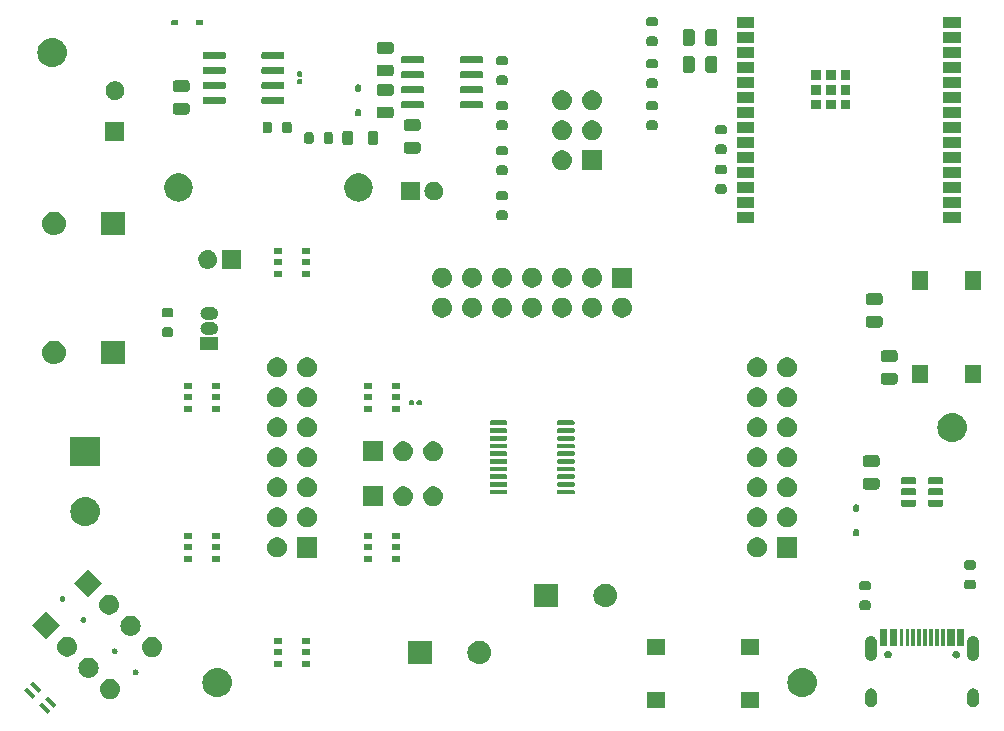
<source format=gbr>
%TF.GenerationSoftware,KiCad,Pcbnew,7.0.9*%
%TF.CreationDate,2024-01-16T00:09:28+01:00*%
%TF.ProjectId,JLCPCB,4a4c4350-4342-42e6-9b69-6361645f7063,1*%
%TF.SameCoordinates,Original*%
%TF.FileFunction,Soldermask,Top*%
%TF.FilePolarity,Negative*%
%FSLAX46Y46*%
G04 Gerber Fmt 4.6, Leading zero omitted, Abs format (unit mm)*
G04 Created by KiCad (PCBNEW 7.0.9) date 2024-01-16 00:09:28*
%MOMM*%
%LPD*%
G01*
G04 APERTURE LIST*
G04 APERTURE END LIST*
G36*
X68425089Y-107801602D02*
G01*
X68177602Y-108049089D01*
X67470495Y-107341982D01*
X67717982Y-107094495D01*
X68425089Y-107801602D01*
G37*
G36*
X68920063Y-107306628D02*
G01*
X68672576Y-107554115D01*
X67965469Y-106847008D01*
X68212956Y-106599521D01*
X68920063Y-107306628D01*
G37*
G36*
X120498000Y-107548000D02*
G01*
X118948000Y-107548000D01*
X118948000Y-106248000D01*
X120498000Y-106248000D01*
X120498000Y-107548000D01*
G37*
G36*
X128448000Y-107548000D02*
G01*
X126898000Y-107548000D01*
X126898000Y-106248000D01*
X128448000Y-106248000D01*
X128448000Y-107548000D01*
G37*
G36*
X137935061Y-105919089D02*
G01*
X137991157Y-105919089D01*
X138008196Y-105924092D01*
X138021612Y-105925010D01*
X138070527Y-105942394D01*
X138127708Y-105959184D01*
X138140002Y-105967085D01*
X138149774Y-105970558D01*
X138194176Y-106001900D01*
X138247430Y-106036125D01*
X138254941Y-106044793D01*
X138260889Y-106048992D01*
X138296380Y-106092616D01*
X138340627Y-106143680D01*
X138344086Y-106151255D01*
X138346727Y-106154501D01*
X138369275Y-106206411D01*
X138399746Y-106273134D01*
X138400482Y-106278257D01*
X138400916Y-106279255D01*
X138407205Y-106325012D01*
X138420000Y-106414000D01*
X138420000Y-107014000D01*
X138419732Y-107015860D01*
X138415344Y-107080004D01*
X138405414Y-107115444D01*
X138399746Y-107154866D01*
X138385832Y-107185331D01*
X138378088Y-107212974D01*
X138358496Y-107245191D01*
X138340627Y-107284320D01*
X138320757Y-107307251D01*
X138307417Y-107329188D01*
X138277700Y-107356940D01*
X138247430Y-107391875D01*
X138224551Y-107406578D01*
X138208014Y-107422023D01*
X138169325Y-107442070D01*
X138127708Y-107468816D01*
X138104632Y-107475591D01*
X138087249Y-107484599D01*
X138041767Y-107494050D01*
X137991157Y-107508911D01*
X137970257Y-107508911D01*
X137954083Y-107512272D01*
X137904953Y-107508911D01*
X137848843Y-107508911D01*
X137831799Y-107503906D01*
X137818387Y-107502989D01*
X137769482Y-107485608D01*
X137712292Y-107468816D01*
X137699995Y-107460913D01*
X137690225Y-107457441D01*
X137645828Y-107426102D01*
X137592570Y-107391875D01*
X137585057Y-107383205D01*
X137579110Y-107379007D01*
X137543616Y-107335380D01*
X137499373Y-107284320D01*
X137495913Y-107276745D01*
X137493272Y-107273498D01*
X137470713Y-107221562D01*
X137440254Y-107154866D01*
X137439517Y-107149744D01*
X137439083Y-107148744D01*
X137432782Y-107102903D01*
X137420000Y-107014000D01*
X137420000Y-106414000D01*
X137420267Y-106412141D01*
X137424655Y-106347995D01*
X137434587Y-106312545D01*
X137440254Y-106273134D01*
X137454163Y-106242675D01*
X137461911Y-106215025D01*
X137481508Y-106182797D01*
X137499373Y-106143680D01*
X137519237Y-106120755D01*
X137532582Y-106098811D01*
X137562308Y-106071048D01*
X137592570Y-106036125D01*
X137615441Y-106021426D01*
X137631985Y-106005976D01*
X137670686Y-105985922D01*
X137712292Y-105959184D01*
X137735361Y-105952410D01*
X137752750Y-105943400D01*
X137798246Y-105933945D01*
X137848843Y-105919089D01*
X137869738Y-105919089D01*
X137885916Y-105915727D01*
X137935061Y-105919089D01*
G37*
G36*
X146575061Y-105919089D02*
G01*
X146631157Y-105919089D01*
X146648196Y-105924092D01*
X146661612Y-105925010D01*
X146710527Y-105942394D01*
X146767708Y-105959184D01*
X146780002Y-105967085D01*
X146789774Y-105970558D01*
X146834176Y-106001900D01*
X146887430Y-106036125D01*
X146894941Y-106044793D01*
X146900889Y-106048992D01*
X146936380Y-106092616D01*
X146980627Y-106143680D01*
X146984086Y-106151255D01*
X146986727Y-106154501D01*
X147009275Y-106206411D01*
X147039746Y-106273134D01*
X147040482Y-106278257D01*
X147040916Y-106279255D01*
X147047205Y-106325012D01*
X147060000Y-106414000D01*
X147060000Y-107014000D01*
X147059732Y-107015860D01*
X147055344Y-107080004D01*
X147045414Y-107115444D01*
X147039746Y-107154866D01*
X147025832Y-107185331D01*
X147018088Y-107212974D01*
X146998496Y-107245191D01*
X146980627Y-107284320D01*
X146960757Y-107307251D01*
X146947417Y-107329188D01*
X146917700Y-107356940D01*
X146887430Y-107391875D01*
X146864551Y-107406578D01*
X146848014Y-107422023D01*
X146809325Y-107442070D01*
X146767708Y-107468816D01*
X146744632Y-107475591D01*
X146727249Y-107484599D01*
X146681767Y-107494050D01*
X146631157Y-107508911D01*
X146610257Y-107508911D01*
X146594083Y-107512272D01*
X146544953Y-107508911D01*
X146488843Y-107508911D01*
X146471799Y-107503906D01*
X146458387Y-107502989D01*
X146409482Y-107485608D01*
X146352292Y-107468816D01*
X146339995Y-107460913D01*
X146330225Y-107457441D01*
X146285828Y-107426102D01*
X146232570Y-107391875D01*
X146225057Y-107383205D01*
X146219110Y-107379007D01*
X146183616Y-107335380D01*
X146139373Y-107284320D01*
X146135913Y-107276745D01*
X146133272Y-107273498D01*
X146110713Y-107221562D01*
X146080254Y-107154866D01*
X146079517Y-107149744D01*
X146079083Y-107148744D01*
X146072782Y-107102903D01*
X146060000Y-107014000D01*
X146060000Y-106414000D01*
X146060267Y-106412141D01*
X146064655Y-106347995D01*
X146074587Y-106312545D01*
X146080254Y-106273134D01*
X146094163Y-106242675D01*
X146101911Y-106215025D01*
X146121508Y-106182797D01*
X146139373Y-106143680D01*
X146159237Y-106120755D01*
X146172582Y-106098811D01*
X146202308Y-106071048D01*
X146232570Y-106036125D01*
X146255441Y-106021426D01*
X146271985Y-106005976D01*
X146310686Y-105985922D01*
X146352292Y-105959184D01*
X146375361Y-105952410D01*
X146392750Y-105943400D01*
X146438246Y-105933945D01*
X146488843Y-105919089D01*
X146509738Y-105919089D01*
X146525916Y-105915727D01*
X146575061Y-105919089D01*
G37*
G36*
X73722818Y-105163756D02*
G01*
X73885154Y-105236032D01*
X74028915Y-105340481D01*
X74147818Y-105472537D01*
X74236668Y-105626428D01*
X74291579Y-105795429D01*
X74310154Y-105972154D01*
X74291579Y-106148879D01*
X74236668Y-106317880D01*
X74147818Y-106471771D01*
X74028915Y-106603827D01*
X73885154Y-106708276D01*
X73722818Y-106780552D01*
X73549003Y-106817498D01*
X73371305Y-106817498D01*
X73197490Y-106780552D01*
X73035154Y-106708276D01*
X72891393Y-106603827D01*
X72772490Y-106471771D01*
X72683640Y-106317880D01*
X72628729Y-106148879D01*
X72610154Y-105972154D01*
X72628729Y-105795429D01*
X72683640Y-105626428D01*
X72772490Y-105472537D01*
X72891393Y-105340481D01*
X73035154Y-105236032D01*
X73197490Y-105163756D01*
X73371305Y-105126810D01*
X73549003Y-105126810D01*
X73722818Y-105163756D01*
G37*
G36*
X67152297Y-106528810D02*
G01*
X66904810Y-106776297D01*
X66197703Y-106069190D01*
X66445190Y-105821703D01*
X67152297Y-106528810D01*
G37*
G36*
X82767060Y-104178990D02*
G01*
X82977525Y-104235384D01*
X83175000Y-104327468D01*
X83353485Y-104452444D01*
X83507556Y-104606515D01*
X83632532Y-104785000D01*
X83724616Y-104982475D01*
X83781010Y-105192940D01*
X83800000Y-105410000D01*
X83781010Y-105627060D01*
X83724616Y-105837525D01*
X83632532Y-106035000D01*
X83507556Y-106213485D01*
X83353485Y-106367556D01*
X83175000Y-106492532D01*
X82977525Y-106584616D01*
X82767060Y-106641010D01*
X82550000Y-106660000D01*
X82332940Y-106641010D01*
X82122475Y-106584616D01*
X81925000Y-106492532D01*
X81746515Y-106367556D01*
X81592444Y-106213485D01*
X81467468Y-106035000D01*
X81375384Y-105837525D01*
X81318990Y-105627060D01*
X81300000Y-105410000D01*
X81318990Y-105192940D01*
X81375384Y-104982475D01*
X81467468Y-104785000D01*
X81592444Y-104606515D01*
X81746515Y-104452444D01*
X81925000Y-104327468D01*
X82122475Y-104235384D01*
X82332940Y-104178990D01*
X82550000Y-104160000D01*
X82767060Y-104178990D01*
G37*
G36*
X132297060Y-104178990D02*
G01*
X132507525Y-104235384D01*
X132705000Y-104327468D01*
X132883485Y-104452444D01*
X133037556Y-104606515D01*
X133162532Y-104785000D01*
X133254616Y-104982475D01*
X133311010Y-105192940D01*
X133330000Y-105410000D01*
X133311010Y-105627060D01*
X133254616Y-105837525D01*
X133162532Y-106035000D01*
X133037556Y-106213485D01*
X132883485Y-106367556D01*
X132705000Y-106492532D01*
X132507525Y-106584616D01*
X132297060Y-106641010D01*
X132080000Y-106660000D01*
X131862940Y-106641010D01*
X131652475Y-106584616D01*
X131455000Y-106492532D01*
X131276515Y-106367556D01*
X131122444Y-106213485D01*
X130997468Y-106035000D01*
X130905384Y-105837525D01*
X130848990Y-105627060D01*
X130830000Y-105410000D01*
X130848990Y-105192940D01*
X130905384Y-104982475D01*
X130997468Y-104785000D01*
X131122444Y-104606515D01*
X131276515Y-104452444D01*
X131455000Y-104327468D01*
X131652475Y-104235384D01*
X131862940Y-104178990D01*
X132080000Y-104160000D01*
X132297060Y-104178990D01*
G37*
G36*
X67647271Y-106033836D02*
G01*
X67399784Y-106281323D01*
X66692677Y-105574216D01*
X66940164Y-105326729D01*
X67647271Y-106033836D01*
G37*
G36*
X71926766Y-103367704D02*
G01*
X72089102Y-103439980D01*
X72232863Y-103544429D01*
X72351766Y-103676485D01*
X72440616Y-103830376D01*
X72495527Y-103999377D01*
X72514102Y-104176102D01*
X72495527Y-104352827D01*
X72440616Y-104521828D01*
X72351766Y-104675719D01*
X72232863Y-104807775D01*
X72089102Y-104912224D01*
X71926766Y-104984500D01*
X71752951Y-105021446D01*
X71575253Y-105021446D01*
X71401438Y-104984500D01*
X71239102Y-104912224D01*
X71095341Y-104807775D01*
X70976438Y-104675719D01*
X70887588Y-104521828D01*
X70832677Y-104352827D01*
X70814102Y-104176102D01*
X70832677Y-103999377D01*
X70887588Y-103830376D01*
X70976438Y-103676485D01*
X71095341Y-103544429D01*
X71239102Y-103439980D01*
X71401438Y-103367704D01*
X71575253Y-103330758D01*
X71752951Y-103330758D01*
X71926766Y-103367704D01*
G37*
G36*
X75673679Y-104304710D02*
G01*
X75693251Y-104304710D01*
X75716838Y-104313294D01*
X75745671Y-104319030D01*
X75761314Y-104329482D01*
X75774537Y-104334295D01*
X75798071Y-104354042D01*
X75826777Y-104373223D01*
X75834239Y-104384390D01*
X75840801Y-104389897D01*
X75859127Y-104421639D01*
X75880970Y-104454329D01*
X75882530Y-104462173D01*
X75884053Y-104464811D01*
X75891840Y-104508976D01*
X75900000Y-104550000D01*
X75891839Y-104591026D01*
X75884053Y-104635188D01*
X75882530Y-104637824D01*
X75880970Y-104645671D01*
X75859123Y-104678366D01*
X75840801Y-104710102D01*
X75834240Y-104715606D01*
X75826777Y-104726777D01*
X75798065Y-104745961D01*
X75774537Y-104765704D01*
X75761316Y-104770515D01*
X75745671Y-104780970D01*
X75716836Y-104786705D01*
X75693251Y-104795290D01*
X75673679Y-104795290D01*
X75650000Y-104800000D01*
X75626321Y-104795290D01*
X75606749Y-104795290D01*
X75583162Y-104786705D01*
X75554329Y-104780970D01*
X75538684Y-104770516D01*
X75525462Y-104765704D01*
X75501929Y-104745958D01*
X75473223Y-104726777D01*
X75465760Y-104715608D01*
X75459198Y-104710102D01*
X75440869Y-104678355D01*
X75419030Y-104645671D01*
X75417469Y-104637827D01*
X75415946Y-104635188D01*
X75408151Y-104590982D01*
X75400000Y-104550000D01*
X75408151Y-104509021D01*
X75415946Y-104464811D01*
X75417470Y-104462171D01*
X75419030Y-104454329D01*
X75440864Y-104421651D01*
X75459199Y-104389895D01*
X75465763Y-104384386D01*
X75473223Y-104373223D01*
X75501922Y-104354046D01*
X75525461Y-104334296D01*
X75538684Y-104329483D01*
X75554329Y-104319030D01*
X75583163Y-104313294D01*
X75606750Y-104304710D01*
X75626321Y-104304710D01*
X75650000Y-104300000D01*
X75673679Y-104304710D01*
G37*
G36*
X88090000Y-104075000D02*
G01*
X87390000Y-104075000D01*
X87390000Y-103565000D01*
X88090000Y-103565000D01*
X88090000Y-104075000D01*
G37*
G36*
X90410000Y-104075000D02*
G01*
X89710000Y-104075000D01*
X89710000Y-103565000D01*
X90410000Y-103565000D01*
X90410000Y-104075000D01*
G37*
G36*
X100740323Y-103870000D02*
G01*
X98740323Y-103870000D01*
X98740323Y-101870000D01*
X100740323Y-101870000D01*
X100740323Y-103870000D01*
G37*
G36*
X104935413Y-101889215D02*
G01*
X105123006Y-101946120D01*
X105295893Y-102038530D01*
X105447430Y-102162893D01*
X105571793Y-102314430D01*
X105664203Y-102487317D01*
X105721108Y-102674910D01*
X105740323Y-102870000D01*
X105721108Y-103065090D01*
X105664203Y-103252683D01*
X105571793Y-103425570D01*
X105447430Y-103577107D01*
X105295893Y-103701470D01*
X105123006Y-103793880D01*
X104935413Y-103850785D01*
X104740323Y-103870000D01*
X104545233Y-103850785D01*
X104357640Y-103793880D01*
X104184753Y-103701470D01*
X104033216Y-103577107D01*
X103908853Y-103425570D01*
X103816443Y-103252683D01*
X103759538Y-103065090D01*
X103740323Y-102870000D01*
X103759538Y-102674910D01*
X103816443Y-102487317D01*
X103908853Y-102314430D01*
X104033216Y-102162893D01*
X104184753Y-102038530D01*
X104357640Y-101946120D01*
X104545233Y-101889215D01*
X104740323Y-101870000D01*
X104935413Y-101889215D01*
G37*
G36*
X137935061Y-101489089D02*
G01*
X137991157Y-101489089D01*
X138008196Y-101494092D01*
X138021612Y-101495010D01*
X138070527Y-101512394D01*
X138127708Y-101529184D01*
X138140002Y-101537085D01*
X138149774Y-101540558D01*
X138194176Y-101571900D01*
X138247430Y-101606125D01*
X138254941Y-101614793D01*
X138260889Y-101618992D01*
X138296380Y-101662616D01*
X138340627Y-101713680D01*
X138344086Y-101721255D01*
X138346727Y-101724501D01*
X138369275Y-101776411D01*
X138399746Y-101843134D01*
X138400482Y-101848257D01*
X138400916Y-101849255D01*
X138407205Y-101895012D01*
X138420000Y-101984000D01*
X138420000Y-103084000D01*
X138419732Y-103085860D01*
X138415344Y-103150004D01*
X138405414Y-103185444D01*
X138399746Y-103224866D01*
X138385832Y-103255331D01*
X138378088Y-103282974D01*
X138358496Y-103315191D01*
X138340627Y-103354320D01*
X138320757Y-103377251D01*
X138307417Y-103399188D01*
X138277700Y-103426940D01*
X138247430Y-103461875D01*
X138224551Y-103476578D01*
X138208014Y-103492023D01*
X138169325Y-103512070D01*
X138127708Y-103538816D01*
X138104632Y-103545591D01*
X138087249Y-103554599D01*
X138041767Y-103564050D01*
X137991157Y-103578911D01*
X137970257Y-103578911D01*
X137954083Y-103582272D01*
X137904953Y-103578911D01*
X137848843Y-103578911D01*
X137831799Y-103573906D01*
X137818387Y-103572989D01*
X137769482Y-103555608D01*
X137712292Y-103538816D01*
X137699995Y-103530913D01*
X137690225Y-103527441D01*
X137645828Y-103496102D01*
X137592570Y-103461875D01*
X137585057Y-103453205D01*
X137579110Y-103449007D01*
X137543616Y-103405380D01*
X137499373Y-103354320D01*
X137495913Y-103346745D01*
X137493272Y-103343498D01*
X137470713Y-103291562D01*
X137440254Y-103224866D01*
X137439517Y-103219744D01*
X137439083Y-103218744D01*
X137432782Y-103172903D01*
X137420000Y-103084000D01*
X137420000Y-101984000D01*
X137420267Y-101982141D01*
X137424655Y-101917995D01*
X137434587Y-101882545D01*
X137440254Y-101843134D01*
X137454163Y-101812675D01*
X137461911Y-101785025D01*
X137481508Y-101752797D01*
X137499373Y-101713680D01*
X137519237Y-101690755D01*
X137532582Y-101668811D01*
X137562308Y-101641048D01*
X137592570Y-101606125D01*
X137615441Y-101591426D01*
X137631985Y-101575976D01*
X137670686Y-101555922D01*
X137712292Y-101529184D01*
X137735361Y-101522410D01*
X137752750Y-101513400D01*
X137798246Y-101503945D01*
X137848843Y-101489089D01*
X137869738Y-101489089D01*
X137885916Y-101485727D01*
X137935061Y-101489089D01*
G37*
G36*
X146575061Y-101489089D02*
G01*
X146631157Y-101489089D01*
X146648196Y-101494092D01*
X146661612Y-101495010D01*
X146710527Y-101512394D01*
X146767708Y-101529184D01*
X146780002Y-101537085D01*
X146789774Y-101540558D01*
X146834176Y-101571900D01*
X146887430Y-101606125D01*
X146894941Y-101614793D01*
X146900889Y-101618992D01*
X146936380Y-101662616D01*
X146980627Y-101713680D01*
X146984086Y-101721255D01*
X146986727Y-101724501D01*
X147009275Y-101776411D01*
X147039746Y-101843134D01*
X147040482Y-101848257D01*
X147040916Y-101849255D01*
X147047205Y-101895012D01*
X147060000Y-101984000D01*
X147060000Y-103084000D01*
X147059732Y-103085860D01*
X147055344Y-103150004D01*
X147045414Y-103185444D01*
X147039746Y-103224866D01*
X147025832Y-103255331D01*
X147018088Y-103282974D01*
X146998496Y-103315191D01*
X146980627Y-103354320D01*
X146960757Y-103377251D01*
X146947417Y-103399188D01*
X146917700Y-103426940D01*
X146887430Y-103461875D01*
X146864551Y-103476578D01*
X146848014Y-103492023D01*
X146809325Y-103512070D01*
X146767708Y-103538816D01*
X146744632Y-103545591D01*
X146727249Y-103554599D01*
X146681767Y-103564050D01*
X146631157Y-103578911D01*
X146610257Y-103578911D01*
X146594083Y-103582272D01*
X146544953Y-103578911D01*
X146488843Y-103578911D01*
X146471799Y-103573906D01*
X146458387Y-103572989D01*
X146409482Y-103555608D01*
X146352292Y-103538816D01*
X146339995Y-103530913D01*
X146330225Y-103527441D01*
X146285828Y-103496102D01*
X146232570Y-103461875D01*
X146225057Y-103453205D01*
X146219110Y-103449007D01*
X146183616Y-103405380D01*
X146139373Y-103354320D01*
X146135913Y-103346745D01*
X146133272Y-103343498D01*
X146110713Y-103291562D01*
X146080254Y-103224866D01*
X146079517Y-103219744D01*
X146079083Y-103218744D01*
X146072782Y-103172903D01*
X146060000Y-103084000D01*
X146060000Y-101984000D01*
X146060267Y-101982141D01*
X146064655Y-101917995D01*
X146074587Y-101882545D01*
X146080254Y-101843134D01*
X146094163Y-101812675D01*
X146101911Y-101785025D01*
X146121508Y-101752797D01*
X146139373Y-101713680D01*
X146159237Y-101690755D01*
X146172582Y-101668811D01*
X146202308Y-101641048D01*
X146232570Y-101606125D01*
X146255441Y-101591426D01*
X146271985Y-101575976D01*
X146310686Y-101555922D01*
X146352292Y-101529184D01*
X146375361Y-101522410D01*
X146392750Y-101513400D01*
X146438246Y-101503945D01*
X146488843Y-101489089D01*
X146509738Y-101489089D01*
X146525916Y-101485727D01*
X146575061Y-101489089D01*
G37*
G36*
X139376454Y-102743937D02*
G01*
X139406436Y-102743937D01*
X139429534Y-102752344D01*
X139450196Y-102755617D01*
X139479382Y-102770487D01*
X139512500Y-102782542D01*
X139527123Y-102794812D01*
X139540590Y-102801674D01*
X139568174Y-102829258D01*
X139598964Y-102855094D01*
X139605731Y-102866815D01*
X139612325Y-102873409D01*
X139633253Y-102914485D01*
X139655400Y-102952843D01*
X139656777Y-102960653D01*
X139658382Y-102963803D01*
X139667647Y-103022303D01*
X139675000Y-103064000D01*
X139667647Y-103105700D01*
X139658382Y-103164196D01*
X139656777Y-103167345D01*
X139655400Y-103175157D01*
X139633249Y-103213522D01*
X139612325Y-103254590D01*
X139605732Y-103261182D01*
X139598964Y-103272906D01*
X139568168Y-103298746D01*
X139540590Y-103326325D01*
X139527126Y-103333184D01*
X139512500Y-103345458D01*
X139479375Y-103357514D01*
X139450196Y-103372382D01*
X139429539Y-103375653D01*
X139406436Y-103384063D01*
X139376447Y-103384063D01*
X139350000Y-103388252D01*
X139323552Y-103384063D01*
X139293564Y-103384063D01*
X139270460Y-103375653D01*
X139249803Y-103372382D01*
X139220620Y-103357513D01*
X139187500Y-103345458D01*
X139172874Y-103333186D01*
X139159409Y-103326325D01*
X139131825Y-103298741D01*
X139101036Y-103272906D01*
X139094268Y-103261184D01*
X139087674Y-103254590D01*
X139066741Y-103213507D01*
X139044600Y-103175157D01*
X139043223Y-103167348D01*
X139041617Y-103164196D01*
X139032343Y-103105644D01*
X139025000Y-103064000D01*
X139032342Y-103022359D01*
X139041617Y-102963803D01*
X139043223Y-102960650D01*
X139044600Y-102952843D01*
X139066737Y-102914500D01*
X139087674Y-102873409D01*
X139094269Y-102866813D01*
X139101036Y-102855094D01*
X139131819Y-102829263D01*
X139159409Y-102801674D01*
X139172877Y-102794811D01*
X139187500Y-102782542D01*
X139220613Y-102770489D01*
X139249803Y-102755617D01*
X139270465Y-102752344D01*
X139293564Y-102743937D01*
X139323546Y-102743937D01*
X139350000Y-102739747D01*
X139376454Y-102743937D01*
G37*
G36*
X145156454Y-102743937D02*
G01*
X145186436Y-102743937D01*
X145209534Y-102752344D01*
X145230196Y-102755617D01*
X145259382Y-102770487D01*
X145292500Y-102782542D01*
X145307123Y-102794812D01*
X145320590Y-102801674D01*
X145348174Y-102829258D01*
X145378964Y-102855094D01*
X145385731Y-102866815D01*
X145392325Y-102873409D01*
X145413253Y-102914485D01*
X145435400Y-102952843D01*
X145436777Y-102960653D01*
X145438382Y-102963803D01*
X145447647Y-103022303D01*
X145455000Y-103064000D01*
X145447647Y-103105700D01*
X145438382Y-103164196D01*
X145436777Y-103167345D01*
X145435400Y-103175157D01*
X145413249Y-103213522D01*
X145392325Y-103254590D01*
X145385732Y-103261182D01*
X145378964Y-103272906D01*
X145348168Y-103298746D01*
X145320590Y-103326325D01*
X145307126Y-103333184D01*
X145292500Y-103345458D01*
X145259375Y-103357514D01*
X145230196Y-103372382D01*
X145209539Y-103375653D01*
X145186436Y-103384063D01*
X145156447Y-103384063D01*
X145130000Y-103388252D01*
X145103552Y-103384063D01*
X145073564Y-103384063D01*
X145050460Y-103375653D01*
X145029803Y-103372382D01*
X145000620Y-103357513D01*
X144967500Y-103345458D01*
X144952874Y-103333186D01*
X144939409Y-103326325D01*
X144911825Y-103298741D01*
X144881036Y-103272906D01*
X144874268Y-103261184D01*
X144867674Y-103254590D01*
X144846741Y-103213507D01*
X144824600Y-103175157D01*
X144823223Y-103167348D01*
X144821617Y-103164196D01*
X144812343Y-103105644D01*
X144805000Y-103064000D01*
X144812342Y-103022359D01*
X144821617Y-102963803D01*
X144823223Y-102960650D01*
X144824600Y-102952843D01*
X144846737Y-102914500D01*
X144867674Y-102873409D01*
X144874269Y-102866813D01*
X144881036Y-102855094D01*
X144911819Y-102829263D01*
X144939409Y-102801674D01*
X144952877Y-102794811D01*
X144967500Y-102782542D01*
X145000613Y-102770489D01*
X145029803Y-102755617D01*
X145050465Y-102752344D01*
X145073564Y-102743937D01*
X145103546Y-102743937D01*
X145130000Y-102739747D01*
X145156454Y-102743937D01*
G37*
G36*
X77278818Y-101607756D02*
G01*
X77441154Y-101680032D01*
X77584915Y-101784481D01*
X77703818Y-101916537D01*
X77792668Y-102070428D01*
X77847579Y-102239429D01*
X77866154Y-102416154D01*
X77847579Y-102592879D01*
X77792668Y-102761880D01*
X77703818Y-102915771D01*
X77584915Y-103047827D01*
X77441154Y-103152276D01*
X77278818Y-103224552D01*
X77105003Y-103261498D01*
X76927305Y-103261498D01*
X76753490Y-103224552D01*
X76591154Y-103152276D01*
X76447393Y-103047827D01*
X76328490Y-102915771D01*
X76239640Y-102761880D01*
X76184729Y-102592879D01*
X76166154Y-102416154D01*
X76184729Y-102239429D01*
X76239640Y-102070428D01*
X76328490Y-101916537D01*
X76447393Y-101784481D01*
X76591154Y-101680032D01*
X76753490Y-101607756D01*
X76927305Y-101570810D01*
X77105003Y-101570810D01*
X77278818Y-101607756D01*
G37*
G36*
X70130715Y-101571653D02*
G01*
X70293051Y-101643929D01*
X70436812Y-101748378D01*
X70555715Y-101880434D01*
X70644565Y-102034325D01*
X70699476Y-102203326D01*
X70718051Y-102380051D01*
X70699476Y-102556776D01*
X70644565Y-102725777D01*
X70555715Y-102879668D01*
X70436812Y-103011724D01*
X70293051Y-103116173D01*
X70130715Y-103188449D01*
X69956900Y-103225395D01*
X69779202Y-103225395D01*
X69605387Y-103188449D01*
X69443051Y-103116173D01*
X69299290Y-103011724D01*
X69180387Y-102879668D01*
X69091537Y-102725777D01*
X69036626Y-102556776D01*
X69018051Y-102380051D01*
X69036626Y-102203326D01*
X69091537Y-102034325D01*
X69180387Y-101880434D01*
X69299290Y-101748378D01*
X69443051Y-101643929D01*
X69605387Y-101571653D01*
X69779202Y-101534707D01*
X69956900Y-101534707D01*
X70130715Y-101571653D01*
G37*
G36*
X88090000Y-103125000D02*
G01*
X87390000Y-103125000D01*
X87390000Y-102615000D01*
X88090000Y-102615000D01*
X88090000Y-103125000D01*
G37*
G36*
X90410000Y-103125000D02*
G01*
X89710000Y-103125000D01*
X89710000Y-102615000D01*
X90410000Y-102615000D01*
X90410000Y-103125000D01*
G37*
G36*
X120498000Y-103048000D02*
G01*
X118948000Y-103048000D01*
X118948000Y-101748000D01*
X120498000Y-101748000D01*
X120498000Y-103048000D01*
G37*
G36*
X128448000Y-103048000D02*
G01*
X126898000Y-103048000D01*
X126898000Y-101748000D01*
X128448000Y-101748000D01*
X128448000Y-103048000D01*
G37*
G36*
X73905912Y-102536943D02*
G01*
X73925484Y-102536943D01*
X73949071Y-102545527D01*
X73977904Y-102551263D01*
X73993547Y-102561715D01*
X74006770Y-102566528D01*
X74030304Y-102586275D01*
X74059010Y-102605456D01*
X74066472Y-102616623D01*
X74073034Y-102622130D01*
X74091360Y-102653872D01*
X74113203Y-102686562D01*
X74114763Y-102694406D01*
X74116286Y-102697044D01*
X74124073Y-102741209D01*
X74132233Y-102782233D01*
X74124072Y-102823259D01*
X74116286Y-102867421D01*
X74114763Y-102870057D01*
X74113203Y-102877904D01*
X74091356Y-102910599D01*
X74073034Y-102942335D01*
X74066473Y-102947839D01*
X74059010Y-102959010D01*
X74030298Y-102978194D01*
X74006770Y-102997937D01*
X73993549Y-103002748D01*
X73977904Y-103013203D01*
X73949069Y-103018938D01*
X73925484Y-103027523D01*
X73905912Y-103027523D01*
X73882233Y-103032233D01*
X73858554Y-103027523D01*
X73838982Y-103027523D01*
X73815395Y-103018938D01*
X73786562Y-103013203D01*
X73770917Y-103002749D01*
X73757695Y-102997937D01*
X73734162Y-102978191D01*
X73705456Y-102959010D01*
X73697993Y-102947841D01*
X73691431Y-102942335D01*
X73673102Y-102910588D01*
X73651263Y-102877904D01*
X73649702Y-102870060D01*
X73648179Y-102867421D01*
X73640384Y-102823215D01*
X73632233Y-102782233D01*
X73640384Y-102741254D01*
X73648179Y-102697044D01*
X73649703Y-102694404D01*
X73651263Y-102686562D01*
X73673097Y-102653884D01*
X73691432Y-102622128D01*
X73697996Y-102616619D01*
X73705456Y-102605456D01*
X73734155Y-102586279D01*
X73757694Y-102566529D01*
X73770917Y-102561716D01*
X73786562Y-102551263D01*
X73815396Y-102545527D01*
X73838983Y-102536943D01*
X73858554Y-102536943D01*
X73882233Y-102532233D01*
X73905912Y-102536943D01*
G37*
G36*
X139290000Y-102344000D02*
G01*
X138690000Y-102344000D01*
X138690000Y-100894000D01*
X139290000Y-100894000D01*
X139290000Y-102344000D01*
G37*
G36*
X140090000Y-102344000D02*
G01*
X139490000Y-102344000D01*
X139490000Y-100894000D01*
X140090000Y-100894000D01*
X140090000Y-102344000D01*
G37*
G36*
X140640000Y-102344000D02*
G01*
X140340000Y-102344000D01*
X140340000Y-100894000D01*
X140640000Y-100894000D01*
X140640000Y-102344000D01*
G37*
G36*
X141140000Y-102344000D02*
G01*
X140840000Y-102344000D01*
X140840000Y-100894000D01*
X141140000Y-100894000D01*
X141140000Y-102344000D01*
G37*
G36*
X141640000Y-102344000D02*
G01*
X141340000Y-102344000D01*
X141340000Y-100894000D01*
X141640000Y-100894000D01*
X141640000Y-102344000D01*
G37*
G36*
X142140000Y-102344000D02*
G01*
X141840000Y-102344000D01*
X141840000Y-100894000D01*
X142140000Y-100894000D01*
X142140000Y-102344000D01*
G37*
G36*
X142640000Y-102344000D02*
G01*
X142340000Y-102344000D01*
X142340000Y-100894000D01*
X142640000Y-100894000D01*
X142640000Y-102344000D01*
G37*
G36*
X143140000Y-102344000D02*
G01*
X142840000Y-102344000D01*
X142840000Y-100894000D01*
X143140000Y-100894000D01*
X143140000Y-102344000D01*
G37*
G36*
X143640000Y-102344000D02*
G01*
X143340000Y-102344000D01*
X143340000Y-100894000D01*
X143640000Y-100894000D01*
X143640000Y-102344000D01*
G37*
G36*
X144140000Y-102344000D02*
G01*
X143840000Y-102344000D01*
X143840000Y-100894000D01*
X144140000Y-100894000D01*
X144140000Y-102344000D01*
G37*
G36*
X144990000Y-102344000D02*
G01*
X144390000Y-102344000D01*
X144390000Y-100894000D01*
X144990000Y-100894000D01*
X144990000Y-102344000D01*
G37*
G36*
X145790000Y-102344000D02*
G01*
X145190000Y-102344000D01*
X145190000Y-100894000D01*
X145790000Y-100894000D01*
X145790000Y-102344000D01*
G37*
G36*
X88090000Y-102175000D02*
G01*
X87390000Y-102175000D01*
X87390000Y-101665000D01*
X88090000Y-101665000D01*
X88090000Y-102175000D01*
G37*
G36*
X90410000Y-102175000D02*
G01*
X89710000Y-102175000D01*
X89710000Y-101665000D01*
X90410000Y-101665000D01*
X90410000Y-102175000D01*
G37*
G36*
X69274082Y-100584000D02*
G01*
X68072000Y-101786082D01*
X66869918Y-100584000D01*
X68072000Y-99381918D01*
X69274082Y-100584000D01*
G37*
G36*
X75482766Y-99811704D02*
G01*
X75645102Y-99883980D01*
X75788863Y-99988429D01*
X75907766Y-100120485D01*
X75996616Y-100274376D01*
X76051527Y-100443377D01*
X76070102Y-100620102D01*
X76051527Y-100796827D01*
X75996616Y-100965828D01*
X75907766Y-101119719D01*
X75788863Y-101251775D01*
X75645102Y-101356224D01*
X75482766Y-101428500D01*
X75308951Y-101465446D01*
X75131253Y-101465446D01*
X74957438Y-101428500D01*
X74795102Y-101356224D01*
X74651341Y-101251775D01*
X74532438Y-101119719D01*
X74443588Y-100965828D01*
X74388677Y-100796827D01*
X74370102Y-100620102D01*
X74388677Y-100443377D01*
X74443588Y-100274376D01*
X74532438Y-100120485D01*
X74651341Y-99988429D01*
X74795102Y-99883980D01*
X74957438Y-99811704D01*
X75131253Y-99774758D01*
X75308951Y-99774758D01*
X75482766Y-99811704D01*
G37*
G36*
X71254262Y-99885293D02*
G01*
X71273834Y-99885293D01*
X71297421Y-99893877D01*
X71326254Y-99899613D01*
X71341897Y-99910065D01*
X71355120Y-99914878D01*
X71378654Y-99934625D01*
X71407360Y-99953806D01*
X71414822Y-99964973D01*
X71421384Y-99970480D01*
X71439710Y-100002222D01*
X71461553Y-100034912D01*
X71463113Y-100042756D01*
X71464636Y-100045394D01*
X71472423Y-100089559D01*
X71480583Y-100130583D01*
X71472422Y-100171609D01*
X71464636Y-100215771D01*
X71463113Y-100218407D01*
X71461553Y-100226254D01*
X71439706Y-100258949D01*
X71421384Y-100290685D01*
X71414823Y-100296189D01*
X71407360Y-100307360D01*
X71378648Y-100326544D01*
X71355120Y-100346287D01*
X71341899Y-100351098D01*
X71326254Y-100361553D01*
X71297419Y-100367288D01*
X71273834Y-100375873D01*
X71254262Y-100375873D01*
X71230583Y-100380583D01*
X71206904Y-100375873D01*
X71187332Y-100375873D01*
X71163745Y-100367288D01*
X71134912Y-100361553D01*
X71119267Y-100351099D01*
X71106045Y-100346287D01*
X71082512Y-100326541D01*
X71053806Y-100307360D01*
X71046343Y-100296191D01*
X71039781Y-100290685D01*
X71021452Y-100258938D01*
X70999613Y-100226254D01*
X70998052Y-100218410D01*
X70996529Y-100215771D01*
X70988734Y-100171565D01*
X70980583Y-100130583D01*
X70988734Y-100089604D01*
X70996529Y-100045394D01*
X70998053Y-100042754D01*
X70999613Y-100034912D01*
X71021447Y-100002234D01*
X71039782Y-99970478D01*
X71046346Y-99964969D01*
X71053806Y-99953806D01*
X71082505Y-99934629D01*
X71106044Y-99914879D01*
X71119267Y-99910066D01*
X71134912Y-99899613D01*
X71163746Y-99893877D01*
X71187333Y-99885293D01*
X71206904Y-99885293D01*
X71230583Y-99880583D01*
X71254262Y-99885293D01*
G37*
G36*
X73686715Y-98015653D02*
G01*
X73849051Y-98087929D01*
X73992812Y-98192378D01*
X74111715Y-98324434D01*
X74200565Y-98478325D01*
X74255476Y-98647326D01*
X74274051Y-98824051D01*
X74255476Y-99000776D01*
X74200565Y-99169777D01*
X74111715Y-99323668D01*
X73992812Y-99455724D01*
X73849051Y-99560173D01*
X73686715Y-99632449D01*
X73512900Y-99669395D01*
X73335202Y-99669395D01*
X73161387Y-99632449D01*
X72999051Y-99560173D01*
X72855290Y-99455724D01*
X72736387Y-99323668D01*
X72647537Y-99169777D01*
X72592626Y-99000776D01*
X72574051Y-98824051D01*
X72592626Y-98647326D01*
X72647537Y-98478325D01*
X72736387Y-98324434D01*
X72855290Y-98192378D01*
X72999051Y-98087929D01*
X73161387Y-98015653D01*
X73335202Y-97978707D01*
X73512900Y-97978707D01*
X73686715Y-98015653D01*
G37*
G36*
X137765537Y-98484224D02*
G01*
X137830421Y-98527579D01*
X137873776Y-98592463D01*
X137889000Y-98669000D01*
X137889000Y-99069000D01*
X137873776Y-99145537D01*
X137830421Y-99210421D01*
X137765537Y-99253776D01*
X137689000Y-99269000D01*
X137139000Y-99269000D01*
X137062463Y-99253776D01*
X136997579Y-99210421D01*
X136954224Y-99145537D01*
X136939000Y-99069000D01*
X136939000Y-98669000D01*
X136954224Y-98592463D01*
X136997579Y-98527579D01*
X137062463Y-98484224D01*
X137139000Y-98469000D01*
X137689000Y-98469000D01*
X137765537Y-98484224D01*
G37*
G36*
X111408323Y-99044000D02*
G01*
X109408323Y-99044000D01*
X109408323Y-97044000D01*
X111408323Y-97044000D01*
X111408323Y-99044000D01*
G37*
G36*
X115603413Y-97063215D02*
G01*
X115791006Y-97120120D01*
X115963893Y-97212530D01*
X116115430Y-97336893D01*
X116239793Y-97488430D01*
X116332203Y-97661317D01*
X116389108Y-97848910D01*
X116408323Y-98044000D01*
X116389108Y-98239090D01*
X116332203Y-98426683D01*
X116239793Y-98599570D01*
X116115430Y-98751107D01*
X115963893Y-98875470D01*
X115791006Y-98967880D01*
X115603413Y-99024785D01*
X115408323Y-99044000D01*
X115213233Y-99024785D01*
X115025640Y-98967880D01*
X114852753Y-98875470D01*
X114701216Y-98751107D01*
X114576853Y-98599570D01*
X114484443Y-98426683D01*
X114427538Y-98239090D01*
X114408323Y-98044000D01*
X114427538Y-97848910D01*
X114484443Y-97661317D01*
X114576853Y-97488430D01*
X114701216Y-97336893D01*
X114852753Y-97212530D01*
X115025640Y-97120120D01*
X115213233Y-97063215D01*
X115408323Y-97044000D01*
X115603413Y-97063215D01*
G37*
G36*
X69486495Y-98117526D02*
G01*
X69506067Y-98117526D01*
X69529654Y-98126110D01*
X69558487Y-98131846D01*
X69574130Y-98142298D01*
X69587353Y-98147111D01*
X69610887Y-98166858D01*
X69639593Y-98186039D01*
X69647055Y-98197206D01*
X69653617Y-98202713D01*
X69671943Y-98234455D01*
X69693786Y-98267145D01*
X69695346Y-98274989D01*
X69696869Y-98277627D01*
X69704656Y-98321792D01*
X69712816Y-98362816D01*
X69704655Y-98403842D01*
X69696869Y-98448004D01*
X69695346Y-98450640D01*
X69693786Y-98458487D01*
X69671939Y-98491182D01*
X69653617Y-98522918D01*
X69647056Y-98528422D01*
X69639593Y-98539593D01*
X69610881Y-98558777D01*
X69587353Y-98578520D01*
X69574132Y-98583331D01*
X69558487Y-98593786D01*
X69529652Y-98599521D01*
X69506067Y-98608106D01*
X69486495Y-98608106D01*
X69462816Y-98612816D01*
X69439137Y-98608106D01*
X69419565Y-98608106D01*
X69395978Y-98599521D01*
X69367145Y-98593786D01*
X69351500Y-98583332D01*
X69338278Y-98578520D01*
X69314745Y-98558774D01*
X69286039Y-98539593D01*
X69278576Y-98528424D01*
X69272014Y-98522918D01*
X69253685Y-98491171D01*
X69231846Y-98458487D01*
X69230285Y-98450643D01*
X69228762Y-98448004D01*
X69220967Y-98403798D01*
X69212816Y-98362816D01*
X69220967Y-98321837D01*
X69228762Y-98277627D01*
X69230286Y-98274987D01*
X69231846Y-98267145D01*
X69253680Y-98234467D01*
X69272015Y-98202711D01*
X69278579Y-98197202D01*
X69286039Y-98186039D01*
X69314738Y-98166862D01*
X69338277Y-98147112D01*
X69351500Y-98142299D01*
X69367145Y-98131846D01*
X69395979Y-98126110D01*
X69419566Y-98117526D01*
X69439137Y-98117526D01*
X69462816Y-98112816D01*
X69486495Y-98117526D01*
G37*
G36*
X72830082Y-97028000D02*
G01*
X71628000Y-98230082D01*
X70425918Y-97028000D01*
X71628000Y-95825918D01*
X72830082Y-97028000D01*
G37*
G36*
X137765537Y-96834224D02*
G01*
X137830421Y-96877579D01*
X137873776Y-96942463D01*
X137889000Y-97019000D01*
X137889000Y-97419000D01*
X137873776Y-97495537D01*
X137830421Y-97560421D01*
X137765537Y-97603776D01*
X137689000Y-97619000D01*
X137139000Y-97619000D01*
X137062463Y-97603776D01*
X136997579Y-97560421D01*
X136954224Y-97495537D01*
X136939000Y-97419000D01*
X136939000Y-97019000D01*
X136954224Y-96942463D01*
X136997579Y-96877579D01*
X137062463Y-96834224D01*
X137139000Y-96819000D01*
X137689000Y-96819000D01*
X137765537Y-96834224D01*
G37*
G36*
X146655537Y-96717224D02*
G01*
X146720421Y-96760579D01*
X146763776Y-96825463D01*
X146779000Y-96902000D01*
X146779000Y-97302000D01*
X146763776Y-97378537D01*
X146720421Y-97443421D01*
X146655537Y-97486776D01*
X146579000Y-97502000D01*
X146029000Y-97502000D01*
X145952463Y-97486776D01*
X145887579Y-97443421D01*
X145844224Y-97378537D01*
X145829000Y-97302000D01*
X145829000Y-96902000D01*
X145844224Y-96825463D01*
X145887579Y-96760579D01*
X145952463Y-96717224D01*
X146029000Y-96702000D01*
X146579000Y-96702000D01*
X146655537Y-96717224D01*
G37*
G36*
X146655537Y-95067224D02*
G01*
X146720421Y-95110579D01*
X146763776Y-95175463D01*
X146779000Y-95252000D01*
X146779000Y-95652000D01*
X146763776Y-95728537D01*
X146720421Y-95793421D01*
X146655537Y-95836776D01*
X146579000Y-95852000D01*
X146029000Y-95852000D01*
X145952463Y-95836776D01*
X145887579Y-95793421D01*
X145844224Y-95728537D01*
X145829000Y-95652000D01*
X145829000Y-95252000D01*
X145844224Y-95175463D01*
X145887579Y-95110579D01*
X145952463Y-95067224D01*
X146029000Y-95052000D01*
X146579000Y-95052000D01*
X146655537Y-95067224D01*
G37*
G36*
X80470000Y-95185000D02*
G01*
X79770000Y-95185000D01*
X79770000Y-94675000D01*
X80470000Y-94675000D01*
X80470000Y-95185000D01*
G37*
G36*
X82790000Y-95185000D02*
G01*
X82090000Y-95185000D01*
X82090000Y-94675000D01*
X82790000Y-94675000D01*
X82790000Y-95185000D01*
G37*
G36*
X95710000Y-95185000D02*
G01*
X95010000Y-95185000D01*
X95010000Y-94675000D01*
X95710000Y-94675000D01*
X95710000Y-95185000D01*
G37*
G36*
X98030000Y-95185000D02*
G01*
X97330000Y-95185000D01*
X97330000Y-94675000D01*
X98030000Y-94675000D01*
X98030000Y-95185000D01*
G37*
G36*
X91000000Y-94835000D02*
G01*
X89300000Y-94835000D01*
X89300000Y-93135000D01*
X91000000Y-93135000D01*
X91000000Y-94835000D01*
G37*
G36*
X131640000Y-94835000D02*
G01*
X129940000Y-94835000D01*
X129940000Y-93135000D01*
X131640000Y-93135000D01*
X131640000Y-94835000D01*
G37*
G36*
X87872664Y-93176602D02*
G01*
X88035000Y-93248878D01*
X88178761Y-93353327D01*
X88297664Y-93485383D01*
X88386514Y-93639274D01*
X88441425Y-93808275D01*
X88460000Y-93985000D01*
X88441425Y-94161725D01*
X88386514Y-94330726D01*
X88297664Y-94484617D01*
X88178761Y-94616673D01*
X88035000Y-94721122D01*
X87872664Y-94793398D01*
X87698849Y-94830344D01*
X87521151Y-94830344D01*
X87347336Y-94793398D01*
X87185000Y-94721122D01*
X87041239Y-94616673D01*
X86922336Y-94484617D01*
X86833486Y-94330726D01*
X86778575Y-94161725D01*
X86760000Y-93985000D01*
X86778575Y-93808275D01*
X86833486Y-93639274D01*
X86922336Y-93485383D01*
X87041239Y-93353327D01*
X87185000Y-93248878D01*
X87347336Y-93176602D01*
X87521151Y-93139656D01*
X87698849Y-93139656D01*
X87872664Y-93176602D01*
G37*
G36*
X128512664Y-93176602D02*
G01*
X128675000Y-93248878D01*
X128818761Y-93353327D01*
X128937664Y-93485383D01*
X129026514Y-93639274D01*
X129081425Y-93808275D01*
X129100000Y-93985000D01*
X129081425Y-94161725D01*
X129026514Y-94330726D01*
X128937664Y-94484617D01*
X128818761Y-94616673D01*
X128675000Y-94721122D01*
X128512664Y-94793398D01*
X128338849Y-94830344D01*
X128161151Y-94830344D01*
X127987336Y-94793398D01*
X127825000Y-94721122D01*
X127681239Y-94616673D01*
X127562336Y-94484617D01*
X127473486Y-94330726D01*
X127418575Y-94161725D01*
X127400000Y-93985000D01*
X127418575Y-93808275D01*
X127473486Y-93639274D01*
X127562336Y-93485383D01*
X127681239Y-93353327D01*
X127825000Y-93248878D01*
X127987336Y-93176602D01*
X128161151Y-93139656D01*
X128338849Y-93139656D01*
X128512664Y-93176602D01*
G37*
G36*
X80470000Y-94235000D02*
G01*
X79770000Y-94235000D01*
X79770000Y-93725000D01*
X80470000Y-93725000D01*
X80470000Y-94235000D01*
G37*
G36*
X82790000Y-94235000D02*
G01*
X82090000Y-94235000D01*
X82090000Y-93725000D01*
X82790000Y-93725000D01*
X82790000Y-94235000D01*
G37*
G36*
X95710000Y-94235000D02*
G01*
X95010000Y-94235000D01*
X95010000Y-93725000D01*
X95710000Y-93725000D01*
X95710000Y-94235000D01*
G37*
G36*
X98030000Y-94235000D02*
G01*
X97330000Y-94235000D01*
X97330000Y-93725000D01*
X98030000Y-93725000D01*
X98030000Y-94235000D01*
G37*
G36*
X80470000Y-93285000D02*
G01*
X79770000Y-93285000D01*
X79770000Y-92775000D01*
X80470000Y-92775000D01*
X80470000Y-93285000D01*
G37*
G36*
X82790000Y-93285000D02*
G01*
X82090000Y-93285000D01*
X82090000Y-92775000D01*
X82790000Y-92775000D01*
X82790000Y-93285000D01*
G37*
G36*
X95710000Y-93285000D02*
G01*
X95010000Y-93285000D01*
X95010000Y-92775000D01*
X95710000Y-92775000D01*
X95710000Y-93285000D01*
G37*
G36*
X98030000Y-93285000D02*
G01*
X97330000Y-93285000D01*
X97330000Y-92775000D01*
X98030000Y-92775000D01*
X98030000Y-93285000D01*
G37*
G36*
X136807552Y-92452564D02*
G01*
X136844050Y-92476950D01*
X136868436Y-92513448D01*
X136877000Y-92556500D01*
X136877000Y-92931500D01*
X136868436Y-92974552D01*
X136844050Y-93011050D01*
X136807552Y-93035436D01*
X136764500Y-93044000D01*
X136539500Y-93044000D01*
X136496448Y-93035436D01*
X136459950Y-93011050D01*
X136435564Y-92974552D01*
X136427000Y-92931500D01*
X136427000Y-92556500D01*
X136435564Y-92513448D01*
X136459950Y-92476950D01*
X136496448Y-92452564D01*
X136539500Y-92444000D01*
X136764500Y-92444000D01*
X136807552Y-92452564D01*
G37*
G36*
X87872664Y-90636602D02*
G01*
X88035000Y-90708878D01*
X88178761Y-90813327D01*
X88297664Y-90945383D01*
X88386514Y-91099274D01*
X88441425Y-91268275D01*
X88460000Y-91445000D01*
X88441425Y-91621725D01*
X88386514Y-91790726D01*
X88297664Y-91944617D01*
X88178761Y-92076673D01*
X88035000Y-92181122D01*
X87872664Y-92253398D01*
X87698849Y-92290344D01*
X87521151Y-92290344D01*
X87347336Y-92253398D01*
X87185000Y-92181122D01*
X87041239Y-92076673D01*
X86922336Y-91944617D01*
X86833486Y-91790726D01*
X86778575Y-91621725D01*
X86760000Y-91445000D01*
X86778575Y-91268275D01*
X86833486Y-91099274D01*
X86922336Y-90945383D01*
X87041239Y-90813327D01*
X87185000Y-90708878D01*
X87347336Y-90636602D01*
X87521151Y-90599656D01*
X87698849Y-90599656D01*
X87872664Y-90636602D01*
G37*
G36*
X90412664Y-90636602D02*
G01*
X90575000Y-90708878D01*
X90718761Y-90813327D01*
X90837664Y-90945383D01*
X90926514Y-91099274D01*
X90981425Y-91268275D01*
X91000000Y-91445000D01*
X90981425Y-91621725D01*
X90926514Y-91790726D01*
X90837664Y-91944617D01*
X90718761Y-92076673D01*
X90575000Y-92181122D01*
X90412664Y-92253398D01*
X90238849Y-92290344D01*
X90061151Y-92290344D01*
X89887336Y-92253398D01*
X89725000Y-92181122D01*
X89581239Y-92076673D01*
X89462336Y-91944617D01*
X89373486Y-91790726D01*
X89318575Y-91621725D01*
X89300000Y-91445000D01*
X89318575Y-91268275D01*
X89373486Y-91099274D01*
X89462336Y-90945383D01*
X89581239Y-90813327D01*
X89725000Y-90708878D01*
X89887336Y-90636602D01*
X90061151Y-90599656D01*
X90238849Y-90599656D01*
X90412664Y-90636602D01*
G37*
G36*
X128512664Y-90636602D02*
G01*
X128675000Y-90708878D01*
X128818761Y-90813327D01*
X128937664Y-90945383D01*
X129026514Y-91099274D01*
X129081425Y-91268275D01*
X129100000Y-91445000D01*
X129081425Y-91621725D01*
X129026514Y-91790726D01*
X128937664Y-91944617D01*
X128818761Y-92076673D01*
X128675000Y-92181122D01*
X128512664Y-92253398D01*
X128338849Y-92290344D01*
X128161151Y-92290344D01*
X127987336Y-92253398D01*
X127825000Y-92181122D01*
X127681239Y-92076673D01*
X127562336Y-91944617D01*
X127473486Y-91790726D01*
X127418575Y-91621725D01*
X127400000Y-91445000D01*
X127418575Y-91268275D01*
X127473486Y-91099274D01*
X127562336Y-90945383D01*
X127681239Y-90813327D01*
X127825000Y-90708878D01*
X127987336Y-90636602D01*
X128161151Y-90599656D01*
X128338849Y-90599656D01*
X128512664Y-90636602D01*
G37*
G36*
X131052664Y-90636602D02*
G01*
X131215000Y-90708878D01*
X131358761Y-90813327D01*
X131477664Y-90945383D01*
X131566514Y-91099274D01*
X131621425Y-91268275D01*
X131640000Y-91445000D01*
X131621425Y-91621725D01*
X131566514Y-91790726D01*
X131477664Y-91944617D01*
X131358761Y-92076673D01*
X131215000Y-92181122D01*
X131052664Y-92253398D01*
X130878849Y-92290344D01*
X130701151Y-92290344D01*
X130527336Y-92253398D01*
X130365000Y-92181122D01*
X130221239Y-92076673D01*
X130102336Y-91944617D01*
X130013486Y-91790726D01*
X129958575Y-91621725D01*
X129940000Y-91445000D01*
X129958575Y-91268275D01*
X130013486Y-91099274D01*
X130102336Y-90945383D01*
X130221239Y-90813327D01*
X130365000Y-90708878D01*
X130527336Y-90636602D01*
X130701151Y-90599656D01*
X130878849Y-90599656D01*
X131052664Y-90636602D01*
G37*
G36*
X71591060Y-89700990D02*
G01*
X71801525Y-89757384D01*
X71999000Y-89849468D01*
X72177485Y-89974444D01*
X72331556Y-90128515D01*
X72456532Y-90307000D01*
X72548616Y-90504475D01*
X72605010Y-90714940D01*
X72624000Y-90932000D01*
X72605010Y-91149060D01*
X72548616Y-91359525D01*
X72456532Y-91557000D01*
X72331556Y-91735485D01*
X72177485Y-91889556D01*
X71999000Y-92014532D01*
X71801525Y-92106616D01*
X71591060Y-92163010D01*
X71374000Y-92182000D01*
X71156940Y-92163010D01*
X70946475Y-92106616D01*
X70749000Y-92014532D01*
X70570515Y-91889556D01*
X70416444Y-91735485D01*
X70291468Y-91557000D01*
X70199384Y-91359525D01*
X70142990Y-91149060D01*
X70124000Y-90932000D01*
X70142990Y-90714940D01*
X70199384Y-90504475D01*
X70291468Y-90307000D01*
X70416444Y-90128515D01*
X70570515Y-89974444D01*
X70749000Y-89849468D01*
X70946475Y-89757384D01*
X71156940Y-89700990D01*
X71374000Y-89682000D01*
X71591060Y-89700990D01*
G37*
G36*
X136807552Y-90352564D02*
G01*
X136844050Y-90376950D01*
X136868436Y-90413448D01*
X136877000Y-90456500D01*
X136877000Y-90831500D01*
X136868436Y-90874552D01*
X136844050Y-90911050D01*
X136807552Y-90935436D01*
X136764500Y-90944000D01*
X136539500Y-90944000D01*
X136496448Y-90935436D01*
X136459950Y-90911050D01*
X136435564Y-90874552D01*
X136427000Y-90831500D01*
X136427000Y-90456500D01*
X136435564Y-90413448D01*
X136459950Y-90376950D01*
X136496448Y-90352564D01*
X136539500Y-90344000D01*
X136764500Y-90344000D01*
X136807552Y-90352564D01*
G37*
G36*
X141669403Y-89938418D02*
G01*
X141718066Y-89970934D01*
X141750582Y-90019597D01*
X141762000Y-90077000D01*
X141762000Y-90377000D01*
X141750582Y-90434403D01*
X141718066Y-90483066D01*
X141669403Y-90515582D01*
X141612000Y-90527000D01*
X140587000Y-90527000D01*
X140529597Y-90515582D01*
X140480934Y-90483066D01*
X140448418Y-90434403D01*
X140437000Y-90377000D01*
X140437000Y-90077000D01*
X140448418Y-90019597D01*
X140480934Y-89970934D01*
X140529597Y-89938418D01*
X140587000Y-89927000D01*
X141612000Y-89927000D01*
X141669403Y-89938418D01*
G37*
G36*
X143944403Y-89938418D02*
G01*
X143993066Y-89970934D01*
X144025582Y-90019597D01*
X144037000Y-90077000D01*
X144037000Y-90377000D01*
X144025582Y-90434403D01*
X143993066Y-90483066D01*
X143944403Y-90515582D01*
X143887000Y-90527000D01*
X142862000Y-90527000D01*
X142804597Y-90515582D01*
X142755934Y-90483066D01*
X142723418Y-90434403D01*
X142712000Y-90377000D01*
X142712000Y-90077000D01*
X142723418Y-90019597D01*
X142755934Y-89970934D01*
X142804597Y-89938418D01*
X142862000Y-89927000D01*
X143887000Y-89927000D01*
X143944403Y-89938418D01*
G37*
G36*
X96623000Y-90512000D02*
G01*
X94923000Y-90512000D01*
X94923000Y-88812000D01*
X96623000Y-88812000D01*
X96623000Y-90512000D01*
G37*
G36*
X98575664Y-88853602D02*
G01*
X98738000Y-88925878D01*
X98881761Y-89030327D01*
X99000664Y-89162383D01*
X99089514Y-89316274D01*
X99144425Y-89485275D01*
X99163000Y-89662000D01*
X99144425Y-89838725D01*
X99089514Y-90007726D01*
X99000664Y-90161617D01*
X98881761Y-90293673D01*
X98738000Y-90398122D01*
X98575664Y-90470398D01*
X98401849Y-90507344D01*
X98224151Y-90507344D01*
X98050336Y-90470398D01*
X97888000Y-90398122D01*
X97744239Y-90293673D01*
X97625336Y-90161617D01*
X97536486Y-90007726D01*
X97481575Y-89838725D01*
X97463000Y-89662000D01*
X97481575Y-89485275D01*
X97536486Y-89316274D01*
X97625336Y-89162383D01*
X97744239Y-89030327D01*
X97888000Y-88925878D01*
X98050336Y-88853602D01*
X98224151Y-88816656D01*
X98401849Y-88816656D01*
X98575664Y-88853602D01*
G37*
G36*
X101115664Y-88853602D02*
G01*
X101278000Y-88925878D01*
X101421761Y-89030327D01*
X101540664Y-89162383D01*
X101629514Y-89316274D01*
X101684425Y-89485275D01*
X101703000Y-89662000D01*
X101684425Y-89838725D01*
X101629514Y-90007726D01*
X101540664Y-90161617D01*
X101421761Y-90293673D01*
X101278000Y-90398122D01*
X101115664Y-90470398D01*
X100941849Y-90507344D01*
X100764151Y-90507344D01*
X100590336Y-90470398D01*
X100428000Y-90398122D01*
X100284239Y-90293673D01*
X100165336Y-90161617D01*
X100076486Y-90007726D01*
X100021575Y-89838725D01*
X100003000Y-89662000D01*
X100021575Y-89485275D01*
X100076486Y-89316274D01*
X100165336Y-89162383D01*
X100284239Y-89030327D01*
X100428000Y-88925878D01*
X100590336Y-88853602D01*
X100764151Y-88816656D01*
X100941849Y-88816656D01*
X101115664Y-88853602D01*
G37*
G36*
X87872664Y-88096602D02*
G01*
X88035000Y-88168878D01*
X88178761Y-88273327D01*
X88297664Y-88405383D01*
X88386514Y-88559274D01*
X88441425Y-88728275D01*
X88460000Y-88905000D01*
X88441425Y-89081725D01*
X88386514Y-89250726D01*
X88297664Y-89404617D01*
X88178761Y-89536673D01*
X88035000Y-89641122D01*
X87872664Y-89713398D01*
X87698849Y-89750344D01*
X87521151Y-89750344D01*
X87347336Y-89713398D01*
X87185000Y-89641122D01*
X87041239Y-89536673D01*
X86922336Y-89404617D01*
X86833486Y-89250726D01*
X86778575Y-89081725D01*
X86760000Y-88905000D01*
X86778575Y-88728275D01*
X86833486Y-88559274D01*
X86922336Y-88405383D01*
X87041239Y-88273327D01*
X87185000Y-88168878D01*
X87347336Y-88096602D01*
X87521151Y-88059656D01*
X87698849Y-88059656D01*
X87872664Y-88096602D01*
G37*
G36*
X90412664Y-88096602D02*
G01*
X90575000Y-88168878D01*
X90718761Y-88273327D01*
X90837664Y-88405383D01*
X90926514Y-88559274D01*
X90981425Y-88728275D01*
X91000000Y-88905000D01*
X90981425Y-89081725D01*
X90926514Y-89250726D01*
X90837664Y-89404617D01*
X90718761Y-89536673D01*
X90575000Y-89641122D01*
X90412664Y-89713398D01*
X90238849Y-89750344D01*
X90061151Y-89750344D01*
X89887336Y-89713398D01*
X89725000Y-89641122D01*
X89581239Y-89536673D01*
X89462336Y-89404617D01*
X89373486Y-89250726D01*
X89318575Y-89081725D01*
X89300000Y-88905000D01*
X89318575Y-88728275D01*
X89373486Y-88559274D01*
X89462336Y-88405383D01*
X89581239Y-88273327D01*
X89725000Y-88168878D01*
X89887336Y-88096602D01*
X90061151Y-88059656D01*
X90238849Y-88059656D01*
X90412664Y-88096602D01*
G37*
G36*
X128512664Y-88096602D02*
G01*
X128675000Y-88168878D01*
X128818761Y-88273327D01*
X128937664Y-88405383D01*
X129026514Y-88559274D01*
X129081425Y-88728275D01*
X129100000Y-88905000D01*
X129081425Y-89081725D01*
X129026514Y-89250726D01*
X128937664Y-89404617D01*
X128818761Y-89536673D01*
X128675000Y-89641122D01*
X128512664Y-89713398D01*
X128338849Y-89750344D01*
X128161151Y-89750344D01*
X127987336Y-89713398D01*
X127825000Y-89641122D01*
X127681239Y-89536673D01*
X127562336Y-89404617D01*
X127473486Y-89250726D01*
X127418575Y-89081725D01*
X127400000Y-88905000D01*
X127418575Y-88728275D01*
X127473486Y-88559274D01*
X127562336Y-88405383D01*
X127681239Y-88273327D01*
X127825000Y-88168878D01*
X127987336Y-88096602D01*
X128161151Y-88059656D01*
X128338849Y-88059656D01*
X128512664Y-88096602D01*
G37*
G36*
X131052664Y-88096602D02*
G01*
X131215000Y-88168878D01*
X131358761Y-88273327D01*
X131477664Y-88405383D01*
X131566514Y-88559274D01*
X131621425Y-88728275D01*
X131640000Y-88905000D01*
X131621425Y-89081725D01*
X131566514Y-89250726D01*
X131477664Y-89404617D01*
X131358761Y-89536673D01*
X131215000Y-89641122D01*
X131052664Y-89713398D01*
X130878849Y-89750344D01*
X130701151Y-89750344D01*
X130527336Y-89713398D01*
X130365000Y-89641122D01*
X130221239Y-89536673D01*
X130102336Y-89404617D01*
X130013486Y-89250726D01*
X129958575Y-89081725D01*
X129940000Y-88905000D01*
X129958575Y-88728275D01*
X130013486Y-88559274D01*
X130102336Y-88405383D01*
X130221239Y-88273327D01*
X130365000Y-88168878D01*
X130527336Y-88096602D01*
X130701151Y-88059656D01*
X130878849Y-88059656D01*
X131052664Y-88096602D01*
G37*
G36*
X141669403Y-88988418D02*
G01*
X141718066Y-89020934D01*
X141750582Y-89069597D01*
X141762000Y-89127000D01*
X141762000Y-89427000D01*
X141750582Y-89484403D01*
X141718066Y-89533066D01*
X141669403Y-89565582D01*
X141612000Y-89577000D01*
X140587000Y-89577000D01*
X140529597Y-89565582D01*
X140480934Y-89533066D01*
X140448418Y-89484403D01*
X140437000Y-89427000D01*
X140437000Y-89127000D01*
X140448418Y-89069597D01*
X140480934Y-89020934D01*
X140529597Y-88988418D01*
X140587000Y-88977000D01*
X141612000Y-88977000D01*
X141669403Y-88988418D01*
G37*
G36*
X143944403Y-88988418D02*
G01*
X143993066Y-89020934D01*
X144025582Y-89069597D01*
X144037000Y-89127000D01*
X144037000Y-89427000D01*
X144025582Y-89484403D01*
X143993066Y-89533066D01*
X143944403Y-89565582D01*
X143887000Y-89577000D01*
X142862000Y-89577000D01*
X142804597Y-89565582D01*
X142755934Y-89533066D01*
X142723418Y-89484403D01*
X142712000Y-89427000D01*
X142712000Y-89127000D01*
X142723418Y-89069597D01*
X142755934Y-89020934D01*
X142804597Y-88988418D01*
X142862000Y-88977000D01*
X143887000Y-88977000D01*
X143944403Y-88988418D01*
G37*
G36*
X107033268Y-89092612D02*
G01*
X107065711Y-89114289D01*
X107087388Y-89146732D01*
X107095000Y-89185000D01*
X107095000Y-89385000D01*
X107087388Y-89423268D01*
X107065711Y-89455711D01*
X107033268Y-89477388D01*
X106995000Y-89485000D01*
X105720000Y-89485000D01*
X105681732Y-89477388D01*
X105649289Y-89455711D01*
X105627612Y-89423268D01*
X105620000Y-89385000D01*
X105620000Y-89185000D01*
X105627612Y-89146732D01*
X105649289Y-89114289D01*
X105681732Y-89092612D01*
X105720000Y-89085000D01*
X106995000Y-89085000D01*
X107033268Y-89092612D01*
G37*
G36*
X112758268Y-89092612D02*
G01*
X112790711Y-89114289D01*
X112812388Y-89146732D01*
X112820000Y-89185000D01*
X112820000Y-89385000D01*
X112812388Y-89423268D01*
X112790711Y-89455711D01*
X112758268Y-89477388D01*
X112720000Y-89485000D01*
X111445000Y-89485000D01*
X111406732Y-89477388D01*
X111374289Y-89455711D01*
X111352612Y-89423268D01*
X111345000Y-89385000D01*
X111345000Y-89185000D01*
X111352612Y-89146732D01*
X111374289Y-89114289D01*
X111406732Y-89092612D01*
X111445000Y-89085000D01*
X112720000Y-89085000D01*
X112758268Y-89092612D01*
G37*
G36*
X138401850Y-88080964D02*
G01*
X138452040Y-88086787D01*
X138469189Y-88094359D01*
X138492671Y-88099030D01*
X138517810Y-88115827D01*
X138537696Y-88124608D01*
X138551277Y-88138189D01*
X138573777Y-88153223D01*
X138588810Y-88175722D01*
X138602391Y-88189303D01*
X138611170Y-88209186D01*
X138627970Y-88234329D01*
X138632641Y-88257812D01*
X138640212Y-88274959D01*
X138646033Y-88325139D01*
X138647000Y-88330000D01*
X138647000Y-88830000D01*
X138646032Y-88834863D01*
X138640212Y-88885040D01*
X138632641Y-88902185D01*
X138627970Y-88925671D01*
X138611169Y-88950815D01*
X138602391Y-88970696D01*
X138588812Y-88984274D01*
X138573777Y-89006777D01*
X138551274Y-89021812D01*
X138537696Y-89035391D01*
X138517815Y-89044169D01*
X138492671Y-89060970D01*
X138469185Y-89065641D01*
X138452040Y-89073212D01*
X138401861Y-89079032D01*
X138397000Y-89080000D01*
X137447000Y-89080000D01*
X137442138Y-89079032D01*
X137391959Y-89073212D01*
X137374812Y-89065641D01*
X137351329Y-89060970D01*
X137326186Y-89044170D01*
X137306303Y-89035391D01*
X137292722Y-89021810D01*
X137270223Y-89006777D01*
X137255189Y-88984277D01*
X137241608Y-88970696D01*
X137232827Y-88950810D01*
X137216030Y-88925671D01*
X137211359Y-88902189D01*
X137203787Y-88885040D01*
X137197964Y-88834849D01*
X137197000Y-88830000D01*
X137197000Y-88330000D01*
X137197964Y-88325150D01*
X137203787Y-88274959D01*
X137211359Y-88257808D01*
X137216030Y-88234329D01*
X137232826Y-88209191D01*
X137241608Y-88189303D01*
X137255191Y-88175719D01*
X137270223Y-88153223D01*
X137292719Y-88138191D01*
X137306303Y-88124608D01*
X137326191Y-88115826D01*
X137351329Y-88099030D01*
X137374808Y-88094359D01*
X137391959Y-88086787D01*
X137442151Y-88080964D01*
X137447000Y-88080000D01*
X138397000Y-88080000D01*
X138401850Y-88080964D01*
G37*
G36*
X107033268Y-88442612D02*
G01*
X107065711Y-88464289D01*
X107087388Y-88496732D01*
X107095000Y-88535000D01*
X107095000Y-88735000D01*
X107087388Y-88773268D01*
X107065711Y-88805711D01*
X107033268Y-88827388D01*
X106995000Y-88835000D01*
X105720000Y-88835000D01*
X105681732Y-88827388D01*
X105649289Y-88805711D01*
X105627612Y-88773268D01*
X105620000Y-88735000D01*
X105620000Y-88535000D01*
X105627612Y-88496732D01*
X105649289Y-88464289D01*
X105681732Y-88442612D01*
X105720000Y-88435000D01*
X106995000Y-88435000D01*
X107033268Y-88442612D01*
G37*
G36*
X112758268Y-88442612D02*
G01*
X112790711Y-88464289D01*
X112812388Y-88496732D01*
X112820000Y-88535000D01*
X112820000Y-88735000D01*
X112812388Y-88773268D01*
X112790711Y-88805711D01*
X112758268Y-88827388D01*
X112720000Y-88835000D01*
X111445000Y-88835000D01*
X111406732Y-88827388D01*
X111374289Y-88805711D01*
X111352612Y-88773268D01*
X111345000Y-88735000D01*
X111345000Y-88535000D01*
X111352612Y-88496732D01*
X111374289Y-88464289D01*
X111406732Y-88442612D01*
X111445000Y-88435000D01*
X112720000Y-88435000D01*
X112758268Y-88442612D01*
G37*
G36*
X141669403Y-88038418D02*
G01*
X141718066Y-88070934D01*
X141750582Y-88119597D01*
X141762000Y-88177000D01*
X141762000Y-88477000D01*
X141750582Y-88534403D01*
X141718066Y-88583066D01*
X141669403Y-88615582D01*
X141612000Y-88627000D01*
X140587000Y-88627000D01*
X140529597Y-88615582D01*
X140480934Y-88583066D01*
X140448418Y-88534403D01*
X140437000Y-88477000D01*
X140437000Y-88177000D01*
X140448418Y-88119597D01*
X140480934Y-88070934D01*
X140529597Y-88038418D01*
X140587000Y-88027000D01*
X141612000Y-88027000D01*
X141669403Y-88038418D01*
G37*
G36*
X143944403Y-88038418D02*
G01*
X143993066Y-88070934D01*
X144025582Y-88119597D01*
X144037000Y-88177000D01*
X144037000Y-88477000D01*
X144025582Y-88534403D01*
X143993066Y-88583066D01*
X143944403Y-88615582D01*
X143887000Y-88627000D01*
X142862000Y-88627000D01*
X142804597Y-88615582D01*
X142755934Y-88583066D01*
X142723418Y-88534403D01*
X142712000Y-88477000D01*
X142712000Y-88177000D01*
X142723418Y-88119597D01*
X142755934Y-88070934D01*
X142804597Y-88038418D01*
X142862000Y-88027000D01*
X143887000Y-88027000D01*
X143944403Y-88038418D01*
G37*
G36*
X107033268Y-87792612D02*
G01*
X107065711Y-87814289D01*
X107087388Y-87846732D01*
X107095000Y-87885000D01*
X107095000Y-88085000D01*
X107087388Y-88123268D01*
X107065711Y-88155711D01*
X107033268Y-88177388D01*
X106995000Y-88185000D01*
X105720000Y-88185000D01*
X105681732Y-88177388D01*
X105649289Y-88155711D01*
X105627612Y-88123268D01*
X105620000Y-88085000D01*
X105620000Y-87885000D01*
X105627612Y-87846732D01*
X105649289Y-87814289D01*
X105681732Y-87792612D01*
X105720000Y-87785000D01*
X106995000Y-87785000D01*
X107033268Y-87792612D01*
G37*
G36*
X112758268Y-87792612D02*
G01*
X112790711Y-87814289D01*
X112812388Y-87846732D01*
X112820000Y-87885000D01*
X112820000Y-88085000D01*
X112812388Y-88123268D01*
X112790711Y-88155711D01*
X112758268Y-88177388D01*
X112720000Y-88185000D01*
X111445000Y-88185000D01*
X111406732Y-88177388D01*
X111374289Y-88155711D01*
X111352612Y-88123268D01*
X111345000Y-88085000D01*
X111345000Y-87885000D01*
X111352612Y-87846732D01*
X111374289Y-87814289D01*
X111406732Y-87792612D01*
X111445000Y-87785000D01*
X112720000Y-87785000D01*
X112758268Y-87792612D01*
G37*
G36*
X107033268Y-87142612D02*
G01*
X107065711Y-87164289D01*
X107087388Y-87196732D01*
X107095000Y-87235000D01*
X107095000Y-87435000D01*
X107087388Y-87473268D01*
X107065711Y-87505711D01*
X107033268Y-87527388D01*
X106995000Y-87535000D01*
X105720000Y-87535000D01*
X105681732Y-87527388D01*
X105649289Y-87505711D01*
X105627612Y-87473268D01*
X105620000Y-87435000D01*
X105620000Y-87235000D01*
X105627612Y-87196732D01*
X105649289Y-87164289D01*
X105681732Y-87142612D01*
X105720000Y-87135000D01*
X106995000Y-87135000D01*
X107033268Y-87142612D01*
G37*
G36*
X112758268Y-87142612D02*
G01*
X112790711Y-87164289D01*
X112812388Y-87196732D01*
X112820000Y-87235000D01*
X112820000Y-87435000D01*
X112812388Y-87473268D01*
X112790711Y-87505711D01*
X112758268Y-87527388D01*
X112720000Y-87535000D01*
X111445000Y-87535000D01*
X111406732Y-87527388D01*
X111374289Y-87505711D01*
X111352612Y-87473268D01*
X111345000Y-87435000D01*
X111345000Y-87235000D01*
X111352612Y-87196732D01*
X111374289Y-87164289D01*
X111406732Y-87142612D01*
X111445000Y-87135000D01*
X112720000Y-87135000D01*
X112758268Y-87142612D01*
G37*
G36*
X87872664Y-85556602D02*
G01*
X88035000Y-85628878D01*
X88178761Y-85733327D01*
X88297664Y-85865383D01*
X88386514Y-86019274D01*
X88441425Y-86188275D01*
X88460000Y-86365000D01*
X88441425Y-86541725D01*
X88386514Y-86710726D01*
X88297664Y-86864617D01*
X88178761Y-86996673D01*
X88035000Y-87101122D01*
X87872664Y-87173398D01*
X87698849Y-87210344D01*
X87521151Y-87210344D01*
X87347336Y-87173398D01*
X87185000Y-87101122D01*
X87041239Y-86996673D01*
X86922336Y-86864617D01*
X86833486Y-86710726D01*
X86778575Y-86541725D01*
X86760000Y-86365000D01*
X86778575Y-86188275D01*
X86833486Y-86019274D01*
X86922336Y-85865383D01*
X87041239Y-85733327D01*
X87185000Y-85628878D01*
X87347336Y-85556602D01*
X87521151Y-85519656D01*
X87698849Y-85519656D01*
X87872664Y-85556602D01*
G37*
G36*
X90412664Y-85556602D02*
G01*
X90575000Y-85628878D01*
X90718761Y-85733327D01*
X90837664Y-85865383D01*
X90926514Y-86019274D01*
X90981425Y-86188275D01*
X91000000Y-86365000D01*
X90981425Y-86541725D01*
X90926514Y-86710726D01*
X90837664Y-86864617D01*
X90718761Y-86996673D01*
X90575000Y-87101122D01*
X90412664Y-87173398D01*
X90238849Y-87210344D01*
X90061151Y-87210344D01*
X89887336Y-87173398D01*
X89725000Y-87101122D01*
X89581239Y-86996673D01*
X89462336Y-86864617D01*
X89373486Y-86710726D01*
X89318575Y-86541725D01*
X89300000Y-86365000D01*
X89318575Y-86188275D01*
X89373486Y-86019274D01*
X89462336Y-85865383D01*
X89581239Y-85733327D01*
X89725000Y-85628878D01*
X89887336Y-85556602D01*
X90061151Y-85519656D01*
X90238849Y-85519656D01*
X90412664Y-85556602D01*
G37*
G36*
X128512664Y-85556602D02*
G01*
X128675000Y-85628878D01*
X128818761Y-85733327D01*
X128937664Y-85865383D01*
X129026514Y-86019274D01*
X129081425Y-86188275D01*
X129100000Y-86365000D01*
X129081425Y-86541725D01*
X129026514Y-86710726D01*
X128937664Y-86864617D01*
X128818761Y-86996673D01*
X128675000Y-87101122D01*
X128512664Y-87173398D01*
X128338849Y-87210344D01*
X128161151Y-87210344D01*
X127987336Y-87173398D01*
X127825000Y-87101122D01*
X127681239Y-86996673D01*
X127562336Y-86864617D01*
X127473486Y-86710726D01*
X127418575Y-86541725D01*
X127400000Y-86365000D01*
X127418575Y-86188275D01*
X127473486Y-86019274D01*
X127562336Y-85865383D01*
X127681239Y-85733327D01*
X127825000Y-85628878D01*
X127987336Y-85556602D01*
X128161151Y-85519656D01*
X128338849Y-85519656D01*
X128512664Y-85556602D01*
G37*
G36*
X131052664Y-85556602D02*
G01*
X131215000Y-85628878D01*
X131358761Y-85733327D01*
X131477664Y-85865383D01*
X131566514Y-86019274D01*
X131621425Y-86188275D01*
X131640000Y-86365000D01*
X131621425Y-86541725D01*
X131566514Y-86710726D01*
X131477664Y-86864617D01*
X131358761Y-86996673D01*
X131215000Y-87101122D01*
X131052664Y-87173398D01*
X130878849Y-87210344D01*
X130701151Y-87210344D01*
X130527336Y-87173398D01*
X130365000Y-87101122D01*
X130221239Y-86996673D01*
X130102336Y-86864617D01*
X130013486Y-86710726D01*
X129958575Y-86541725D01*
X129940000Y-86365000D01*
X129958575Y-86188275D01*
X130013486Y-86019274D01*
X130102336Y-85865383D01*
X130221239Y-85733327D01*
X130365000Y-85628878D01*
X130527336Y-85556602D01*
X130701151Y-85519656D01*
X130878849Y-85519656D01*
X131052664Y-85556602D01*
G37*
G36*
X138401850Y-86180964D02*
G01*
X138452040Y-86186787D01*
X138469189Y-86194359D01*
X138492671Y-86199030D01*
X138517810Y-86215827D01*
X138537696Y-86224608D01*
X138551277Y-86238189D01*
X138573777Y-86253223D01*
X138588810Y-86275722D01*
X138602391Y-86289303D01*
X138611170Y-86309186D01*
X138627970Y-86334329D01*
X138632641Y-86357812D01*
X138640212Y-86374959D01*
X138646033Y-86425139D01*
X138647000Y-86430000D01*
X138647000Y-86930000D01*
X138646032Y-86934863D01*
X138640212Y-86985040D01*
X138632641Y-87002185D01*
X138627970Y-87025671D01*
X138611169Y-87050815D01*
X138602391Y-87070696D01*
X138588812Y-87084274D01*
X138573777Y-87106777D01*
X138551274Y-87121812D01*
X138537696Y-87135391D01*
X138517815Y-87144169D01*
X138492671Y-87160970D01*
X138469185Y-87165641D01*
X138452040Y-87173212D01*
X138401861Y-87179032D01*
X138397000Y-87180000D01*
X137447000Y-87180000D01*
X137442138Y-87179032D01*
X137391959Y-87173212D01*
X137374812Y-87165641D01*
X137351329Y-87160970D01*
X137326186Y-87144170D01*
X137306303Y-87135391D01*
X137292722Y-87121810D01*
X137270223Y-87106777D01*
X137255189Y-87084277D01*
X137241608Y-87070696D01*
X137232827Y-87050810D01*
X137216030Y-87025671D01*
X137211359Y-87002189D01*
X137203787Y-86985040D01*
X137197964Y-86934849D01*
X137197000Y-86930000D01*
X137197000Y-86430000D01*
X137197964Y-86425150D01*
X137203787Y-86374959D01*
X137211359Y-86357808D01*
X137216030Y-86334329D01*
X137232826Y-86309191D01*
X137241608Y-86289303D01*
X137255191Y-86275719D01*
X137270223Y-86253223D01*
X137292719Y-86238191D01*
X137306303Y-86224608D01*
X137326191Y-86215826D01*
X137351329Y-86199030D01*
X137374808Y-86194359D01*
X137391959Y-86186787D01*
X137442151Y-86180964D01*
X137447000Y-86180000D01*
X138397000Y-86180000D01*
X138401850Y-86180964D01*
G37*
G36*
X72624000Y-87102000D02*
G01*
X70124000Y-87102000D01*
X70124000Y-84602000D01*
X72624000Y-84602000D01*
X72624000Y-87102000D01*
G37*
G36*
X107033268Y-86492612D02*
G01*
X107065711Y-86514289D01*
X107087388Y-86546732D01*
X107095000Y-86585000D01*
X107095000Y-86785000D01*
X107087388Y-86823268D01*
X107065711Y-86855711D01*
X107033268Y-86877388D01*
X106995000Y-86885000D01*
X105720000Y-86885000D01*
X105681732Y-86877388D01*
X105649289Y-86855711D01*
X105627612Y-86823268D01*
X105620000Y-86785000D01*
X105620000Y-86585000D01*
X105627612Y-86546732D01*
X105649289Y-86514289D01*
X105681732Y-86492612D01*
X105720000Y-86485000D01*
X106995000Y-86485000D01*
X107033268Y-86492612D01*
G37*
G36*
X112758268Y-86492612D02*
G01*
X112790711Y-86514289D01*
X112812388Y-86546732D01*
X112820000Y-86585000D01*
X112820000Y-86785000D01*
X112812388Y-86823268D01*
X112790711Y-86855711D01*
X112758268Y-86877388D01*
X112720000Y-86885000D01*
X111445000Y-86885000D01*
X111406732Y-86877388D01*
X111374289Y-86855711D01*
X111352612Y-86823268D01*
X111345000Y-86785000D01*
X111345000Y-86585000D01*
X111352612Y-86546732D01*
X111374289Y-86514289D01*
X111406732Y-86492612D01*
X111445000Y-86485000D01*
X112720000Y-86485000D01*
X112758268Y-86492612D01*
G37*
G36*
X96623000Y-86702000D02*
G01*
X94923000Y-86702000D01*
X94923000Y-85002000D01*
X96623000Y-85002000D01*
X96623000Y-86702000D01*
G37*
G36*
X98575664Y-85043602D02*
G01*
X98738000Y-85115878D01*
X98881761Y-85220327D01*
X99000664Y-85352383D01*
X99089514Y-85506274D01*
X99144425Y-85675275D01*
X99163000Y-85852000D01*
X99144425Y-86028725D01*
X99089514Y-86197726D01*
X99000664Y-86351617D01*
X98881761Y-86483673D01*
X98738000Y-86588122D01*
X98575664Y-86660398D01*
X98401849Y-86697344D01*
X98224151Y-86697344D01*
X98050336Y-86660398D01*
X97888000Y-86588122D01*
X97744239Y-86483673D01*
X97625336Y-86351617D01*
X97536486Y-86197726D01*
X97481575Y-86028725D01*
X97463000Y-85852000D01*
X97481575Y-85675275D01*
X97536486Y-85506274D01*
X97625336Y-85352383D01*
X97744239Y-85220327D01*
X97888000Y-85115878D01*
X98050336Y-85043602D01*
X98224151Y-85006656D01*
X98401849Y-85006656D01*
X98575664Y-85043602D01*
G37*
G36*
X101115664Y-85043602D02*
G01*
X101278000Y-85115878D01*
X101421761Y-85220327D01*
X101540664Y-85352383D01*
X101629514Y-85506274D01*
X101684425Y-85675275D01*
X101703000Y-85852000D01*
X101684425Y-86028725D01*
X101629514Y-86197726D01*
X101540664Y-86351617D01*
X101421761Y-86483673D01*
X101278000Y-86588122D01*
X101115664Y-86660398D01*
X100941849Y-86697344D01*
X100764151Y-86697344D01*
X100590336Y-86660398D01*
X100428000Y-86588122D01*
X100284239Y-86483673D01*
X100165336Y-86351617D01*
X100076486Y-86197726D01*
X100021575Y-86028725D01*
X100003000Y-85852000D01*
X100021575Y-85675275D01*
X100076486Y-85506274D01*
X100165336Y-85352383D01*
X100284239Y-85220327D01*
X100428000Y-85115878D01*
X100590336Y-85043602D01*
X100764151Y-85006656D01*
X100941849Y-85006656D01*
X101115664Y-85043602D01*
G37*
G36*
X107033268Y-85842612D02*
G01*
X107065711Y-85864289D01*
X107087388Y-85896732D01*
X107095000Y-85935000D01*
X107095000Y-86135000D01*
X107087388Y-86173268D01*
X107065711Y-86205711D01*
X107033268Y-86227388D01*
X106995000Y-86235000D01*
X105720000Y-86235000D01*
X105681732Y-86227388D01*
X105649289Y-86205711D01*
X105627612Y-86173268D01*
X105620000Y-86135000D01*
X105620000Y-85935000D01*
X105627612Y-85896732D01*
X105649289Y-85864289D01*
X105681732Y-85842612D01*
X105720000Y-85835000D01*
X106995000Y-85835000D01*
X107033268Y-85842612D01*
G37*
G36*
X112758268Y-85842612D02*
G01*
X112790711Y-85864289D01*
X112812388Y-85896732D01*
X112820000Y-85935000D01*
X112820000Y-86135000D01*
X112812388Y-86173268D01*
X112790711Y-86205711D01*
X112758268Y-86227388D01*
X112720000Y-86235000D01*
X111445000Y-86235000D01*
X111406732Y-86227388D01*
X111374289Y-86205711D01*
X111352612Y-86173268D01*
X111345000Y-86135000D01*
X111345000Y-85935000D01*
X111352612Y-85896732D01*
X111374289Y-85864289D01*
X111406732Y-85842612D01*
X111445000Y-85835000D01*
X112720000Y-85835000D01*
X112758268Y-85842612D01*
G37*
G36*
X107033268Y-85192612D02*
G01*
X107065711Y-85214289D01*
X107087388Y-85246732D01*
X107095000Y-85285000D01*
X107095000Y-85485000D01*
X107087388Y-85523268D01*
X107065711Y-85555711D01*
X107033268Y-85577388D01*
X106995000Y-85585000D01*
X105720000Y-85585000D01*
X105681732Y-85577388D01*
X105649289Y-85555711D01*
X105627612Y-85523268D01*
X105620000Y-85485000D01*
X105620000Y-85285000D01*
X105627612Y-85246732D01*
X105649289Y-85214289D01*
X105681732Y-85192612D01*
X105720000Y-85185000D01*
X106995000Y-85185000D01*
X107033268Y-85192612D01*
G37*
G36*
X112758268Y-85192612D02*
G01*
X112790711Y-85214289D01*
X112812388Y-85246732D01*
X112820000Y-85285000D01*
X112820000Y-85485000D01*
X112812388Y-85523268D01*
X112790711Y-85555711D01*
X112758268Y-85577388D01*
X112720000Y-85585000D01*
X111445000Y-85585000D01*
X111406732Y-85577388D01*
X111374289Y-85555711D01*
X111352612Y-85523268D01*
X111345000Y-85485000D01*
X111345000Y-85285000D01*
X111352612Y-85246732D01*
X111374289Y-85214289D01*
X111406732Y-85192612D01*
X111445000Y-85185000D01*
X112720000Y-85185000D01*
X112758268Y-85192612D01*
G37*
G36*
X144997060Y-82588990D02*
G01*
X145207525Y-82645384D01*
X145405000Y-82737468D01*
X145583485Y-82862444D01*
X145737556Y-83016515D01*
X145862532Y-83195000D01*
X145954616Y-83392475D01*
X146011010Y-83602940D01*
X146030000Y-83820000D01*
X146011010Y-84037060D01*
X145954616Y-84247525D01*
X145862532Y-84445000D01*
X145737556Y-84623485D01*
X145583485Y-84777556D01*
X145405000Y-84902532D01*
X145207525Y-84994616D01*
X144997060Y-85051010D01*
X144780000Y-85070000D01*
X144562940Y-85051010D01*
X144352475Y-84994616D01*
X144155000Y-84902532D01*
X143976515Y-84777556D01*
X143822444Y-84623485D01*
X143697468Y-84445000D01*
X143605384Y-84247525D01*
X143548990Y-84037060D01*
X143530000Y-83820000D01*
X143548990Y-83602940D01*
X143605384Y-83392475D01*
X143697468Y-83195000D01*
X143822444Y-83016515D01*
X143976515Y-82862444D01*
X144155000Y-82737468D01*
X144352475Y-82645384D01*
X144562940Y-82588990D01*
X144780000Y-82570000D01*
X144997060Y-82588990D01*
G37*
G36*
X107033268Y-84542612D02*
G01*
X107065711Y-84564289D01*
X107087388Y-84596732D01*
X107095000Y-84635000D01*
X107095000Y-84835000D01*
X107087388Y-84873268D01*
X107065711Y-84905711D01*
X107033268Y-84927388D01*
X106995000Y-84935000D01*
X105720000Y-84935000D01*
X105681732Y-84927388D01*
X105649289Y-84905711D01*
X105627612Y-84873268D01*
X105620000Y-84835000D01*
X105620000Y-84635000D01*
X105627612Y-84596732D01*
X105649289Y-84564289D01*
X105681732Y-84542612D01*
X105720000Y-84535000D01*
X106995000Y-84535000D01*
X107033268Y-84542612D01*
G37*
G36*
X112758268Y-84542612D02*
G01*
X112790711Y-84564289D01*
X112812388Y-84596732D01*
X112820000Y-84635000D01*
X112820000Y-84835000D01*
X112812388Y-84873268D01*
X112790711Y-84905711D01*
X112758268Y-84927388D01*
X112720000Y-84935000D01*
X111445000Y-84935000D01*
X111406732Y-84927388D01*
X111374289Y-84905711D01*
X111352612Y-84873268D01*
X111345000Y-84835000D01*
X111345000Y-84635000D01*
X111352612Y-84596732D01*
X111374289Y-84564289D01*
X111406732Y-84542612D01*
X111445000Y-84535000D01*
X112720000Y-84535000D01*
X112758268Y-84542612D01*
G37*
G36*
X87872664Y-83016602D02*
G01*
X88035000Y-83088878D01*
X88178761Y-83193327D01*
X88297664Y-83325383D01*
X88386514Y-83479274D01*
X88441425Y-83648275D01*
X88460000Y-83825000D01*
X88441425Y-84001725D01*
X88386514Y-84170726D01*
X88297664Y-84324617D01*
X88178761Y-84456673D01*
X88035000Y-84561122D01*
X87872664Y-84633398D01*
X87698849Y-84670344D01*
X87521151Y-84670344D01*
X87347336Y-84633398D01*
X87185000Y-84561122D01*
X87041239Y-84456673D01*
X86922336Y-84324617D01*
X86833486Y-84170726D01*
X86778575Y-84001725D01*
X86760000Y-83825000D01*
X86778575Y-83648275D01*
X86833486Y-83479274D01*
X86922336Y-83325383D01*
X87041239Y-83193327D01*
X87185000Y-83088878D01*
X87347336Y-83016602D01*
X87521151Y-82979656D01*
X87698849Y-82979656D01*
X87872664Y-83016602D01*
G37*
G36*
X90412664Y-83016602D02*
G01*
X90575000Y-83088878D01*
X90718761Y-83193327D01*
X90837664Y-83325383D01*
X90926514Y-83479274D01*
X90981425Y-83648275D01*
X91000000Y-83825000D01*
X90981425Y-84001725D01*
X90926514Y-84170726D01*
X90837664Y-84324617D01*
X90718761Y-84456673D01*
X90575000Y-84561122D01*
X90412664Y-84633398D01*
X90238849Y-84670344D01*
X90061151Y-84670344D01*
X89887336Y-84633398D01*
X89725000Y-84561122D01*
X89581239Y-84456673D01*
X89462336Y-84324617D01*
X89373486Y-84170726D01*
X89318575Y-84001725D01*
X89300000Y-83825000D01*
X89318575Y-83648275D01*
X89373486Y-83479274D01*
X89462336Y-83325383D01*
X89581239Y-83193327D01*
X89725000Y-83088878D01*
X89887336Y-83016602D01*
X90061151Y-82979656D01*
X90238849Y-82979656D01*
X90412664Y-83016602D01*
G37*
G36*
X128512664Y-83016602D02*
G01*
X128675000Y-83088878D01*
X128818761Y-83193327D01*
X128937664Y-83325383D01*
X129026514Y-83479274D01*
X129081425Y-83648275D01*
X129100000Y-83825000D01*
X129081425Y-84001725D01*
X129026514Y-84170726D01*
X128937664Y-84324617D01*
X128818761Y-84456673D01*
X128675000Y-84561122D01*
X128512664Y-84633398D01*
X128338849Y-84670344D01*
X128161151Y-84670344D01*
X127987336Y-84633398D01*
X127825000Y-84561122D01*
X127681239Y-84456673D01*
X127562336Y-84324617D01*
X127473486Y-84170726D01*
X127418575Y-84001725D01*
X127400000Y-83825000D01*
X127418575Y-83648275D01*
X127473486Y-83479274D01*
X127562336Y-83325383D01*
X127681239Y-83193327D01*
X127825000Y-83088878D01*
X127987336Y-83016602D01*
X128161151Y-82979656D01*
X128338849Y-82979656D01*
X128512664Y-83016602D01*
G37*
G36*
X131052664Y-83016602D02*
G01*
X131215000Y-83088878D01*
X131358761Y-83193327D01*
X131477664Y-83325383D01*
X131566514Y-83479274D01*
X131621425Y-83648275D01*
X131640000Y-83825000D01*
X131621425Y-84001725D01*
X131566514Y-84170726D01*
X131477664Y-84324617D01*
X131358761Y-84456673D01*
X131215000Y-84561122D01*
X131052664Y-84633398D01*
X130878849Y-84670344D01*
X130701151Y-84670344D01*
X130527336Y-84633398D01*
X130365000Y-84561122D01*
X130221239Y-84456673D01*
X130102336Y-84324617D01*
X130013486Y-84170726D01*
X129958575Y-84001725D01*
X129940000Y-83825000D01*
X129958575Y-83648275D01*
X130013486Y-83479274D01*
X130102336Y-83325383D01*
X130221239Y-83193327D01*
X130365000Y-83088878D01*
X130527336Y-83016602D01*
X130701151Y-82979656D01*
X130878849Y-82979656D01*
X131052664Y-83016602D01*
G37*
G36*
X107033268Y-83892612D02*
G01*
X107065711Y-83914289D01*
X107087388Y-83946732D01*
X107095000Y-83985000D01*
X107095000Y-84185000D01*
X107087388Y-84223268D01*
X107065711Y-84255711D01*
X107033268Y-84277388D01*
X106995000Y-84285000D01*
X105720000Y-84285000D01*
X105681732Y-84277388D01*
X105649289Y-84255711D01*
X105627612Y-84223268D01*
X105620000Y-84185000D01*
X105620000Y-83985000D01*
X105627612Y-83946732D01*
X105649289Y-83914289D01*
X105681732Y-83892612D01*
X105720000Y-83885000D01*
X106995000Y-83885000D01*
X107033268Y-83892612D01*
G37*
G36*
X112758268Y-83892612D02*
G01*
X112790711Y-83914289D01*
X112812388Y-83946732D01*
X112820000Y-83985000D01*
X112820000Y-84185000D01*
X112812388Y-84223268D01*
X112790711Y-84255711D01*
X112758268Y-84277388D01*
X112720000Y-84285000D01*
X111445000Y-84285000D01*
X111406732Y-84277388D01*
X111374289Y-84255711D01*
X111352612Y-84223268D01*
X111345000Y-84185000D01*
X111345000Y-83985000D01*
X111352612Y-83946732D01*
X111374289Y-83914289D01*
X111406732Y-83892612D01*
X111445000Y-83885000D01*
X112720000Y-83885000D01*
X112758268Y-83892612D01*
G37*
G36*
X107033268Y-83242612D02*
G01*
X107065711Y-83264289D01*
X107087388Y-83296732D01*
X107095000Y-83335000D01*
X107095000Y-83535000D01*
X107087388Y-83573268D01*
X107065711Y-83605711D01*
X107033268Y-83627388D01*
X106995000Y-83635000D01*
X105720000Y-83635000D01*
X105681732Y-83627388D01*
X105649289Y-83605711D01*
X105627612Y-83573268D01*
X105620000Y-83535000D01*
X105620000Y-83335000D01*
X105627612Y-83296732D01*
X105649289Y-83264289D01*
X105681732Y-83242612D01*
X105720000Y-83235000D01*
X106995000Y-83235000D01*
X107033268Y-83242612D01*
G37*
G36*
X112758268Y-83242612D02*
G01*
X112790711Y-83264289D01*
X112812388Y-83296732D01*
X112820000Y-83335000D01*
X112820000Y-83535000D01*
X112812388Y-83573268D01*
X112790711Y-83605711D01*
X112758268Y-83627388D01*
X112720000Y-83635000D01*
X111445000Y-83635000D01*
X111406732Y-83627388D01*
X111374289Y-83605711D01*
X111352612Y-83573268D01*
X111345000Y-83535000D01*
X111345000Y-83335000D01*
X111352612Y-83296732D01*
X111374289Y-83264289D01*
X111406732Y-83242612D01*
X111445000Y-83235000D01*
X112720000Y-83235000D01*
X112758268Y-83242612D01*
G37*
G36*
X80470000Y-82485000D02*
G01*
X79770000Y-82485000D01*
X79770000Y-81975000D01*
X80470000Y-81975000D01*
X80470000Y-82485000D01*
G37*
G36*
X82790000Y-82485000D02*
G01*
X82090000Y-82485000D01*
X82090000Y-81975000D01*
X82790000Y-81975000D01*
X82790000Y-82485000D01*
G37*
G36*
X95710000Y-82485000D02*
G01*
X95010000Y-82485000D01*
X95010000Y-81975000D01*
X95710000Y-81975000D01*
X95710000Y-82485000D01*
G37*
G36*
X98030000Y-82485000D02*
G01*
X97330000Y-82485000D01*
X97330000Y-81975000D01*
X98030000Y-81975000D01*
X98030000Y-82485000D01*
G37*
G36*
X87872664Y-80476602D02*
G01*
X88035000Y-80548878D01*
X88178761Y-80653327D01*
X88297664Y-80785383D01*
X88386514Y-80939274D01*
X88441425Y-81108275D01*
X88460000Y-81285000D01*
X88441425Y-81461725D01*
X88386514Y-81630726D01*
X88297664Y-81784617D01*
X88178761Y-81916673D01*
X88035000Y-82021122D01*
X87872664Y-82093398D01*
X87698849Y-82130344D01*
X87521151Y-82130344D01*
X87347336Y-82093398D01*
X87185000Y-82021122D01*
X87041239Y-81916673D01*
X86922336Y-81784617D01*
X86833486Y-81630726D01*
X86778575Y-81461725D01*
X86760000Y-81285000D01*
X86778575Y-81108275D01*
X86833486Y-80939274D01*
X86922336Y-80785383D01*
X87041239Y-80653327D01*
X87185000Y-80548878D01*
X87347336Y-80476602D01*
X87521151Y-80439656D01*
X87698849Y-80439656D01*
X87872664Y-80476602D01*
G37*
G36*
X90412664Y-80476602D02*
G01*
X90575000Y-80548878D01*
X90718761Y-80653327D01*
X90837664Y-80785383D01*
X90926514Y-80939274D01*
X90981425Y-81108275D01*
X91000000Y-81285000D01*
X90981425Y-81461725D01*
X90926514Y-81630726D01*
X90837664Y-81784617D01*
X90718761Y-81916673D01*
X90575000Y-82021122D01*
X90412664Y-82093398D01*
X90238849Y-82130344D01*
X90061151Y-82130344D01*
X89887336Y-82093398D01*
X89725000Y-82021122D01*
X89581239Y-81916673D01*
X89462336Y-81784617D01*
X89373486Y-81630726D01*
X89318575Y-81461725D01*
X89300000Y-81285000D01*
X89318575Y-81108275D01*
X89373486Y-80939274D01*
X89462336Y-80785383D01*
X89581239Y-80653327D01*
X89725000Y-80548878D01*
X89887336Y-80476602D01*
X90061151Y-80439656D01*
X90238849Y-80439656D01*
X90412664Y-80476602D01*
G37*
G36*
X128512664Y-80476602D02*
G01*
X128675000Y-80548878D01*
X128818761Y-80653327D01*
X128937664Y-80785383D01*
X129026514Y-80939274D01*
X129081425Y-81108275D01*
X129100000Y-81285000D01*
X129081425Y-81461725D01*
X129026514Y-81630726D01*
X128937664Y-81784617D01*
X128818761Y-81916673D01*
X128675000Y-82021122D01*
X128512664Y-82093398D01*
X128338849Y-82130344D01*
X128161151Y-82130344D01*
X127987336Y-82093398D01*
X127825000Y-82021122D01*
X127681239Y-81916673D01*
X127562336Y-81784617D01*
X127473486Y-81630726D01*
X127418575Y-81461725D01*
X127400000Y-81285000D01*
X127418575Y-81108275D01*
X127473486Y-80939274D01*
X127562336Y-80785383D01*
X127681239Y-80653327D01*
X127825000Y-80548878D01*
X127987336Y-80476602D01*
X128161151Y-80439656D01*
X128338849Y-80439656D01*
X128512664Y-80476602D01*
G37*
G36*
X131052664Y-80476602D02*
G01*
X131215000Y-80548878D01*
X131358761Y-80653327D01*
X131477664Y-80785383D01*
X131566514Y-80939274D01*
X131621425Y-81108275D01*
X131640000Y-81285000D01*
X131621425Y-81461725D01*
X131566514Y-81630726D01*
X131477664Y-81784617D01*
X131358761Y-81916673D01*
X131215000Y-82021122D01*
X131052664Y-82093398D01*
X130878849Y-82130344D01*
X130701151Y-82130344D01*
X130527336Y-82093398D01*
X130365000Y-82021122D01*
X130221239Y-81916673D01*
X130102336Y-81784617D01*
X130013486Y-81630726D01*
X129958575Y-81461725D01*
X129940000Y-81285000D01*
X129958575Y-81108275D01*
X130013486Y-80939274D01*
X130102336Y-80785383D01*
X130221239Y-80653327D01*
X130365000Y-80548878D01*
X130527336Y-80476602D01*
X130701151Y-80439656D01*
X130878849Y-80439656D01*
X131052664Y-80476602D01*
G37*
G36*
X99187668Y-81544812D02*
G01*
X99220111Y-81566489D01*
X99241788Y-81598932D01*
X99249400Y-81637200D01*
X99249400Y-81837200D01*
X99241788Y-81875468D01*
X99220111Y-81907911D01*
X99187668Y-81929588D01*
X99149400Y-81937200D01*
X98889400Y-81937200D01*
X98851132Y-81929588D01*
X98818689Y-81907911D01*
X98797012Y-81875468D01*
X98789400Y-81837200D01*
X98789400Y-81637200D01*
X98797012Y-81598932D01*
X98818689Y-81566489D01*
X98851132Y-81544812D01*
X98889400Y-81537200D01*
X99149400Y-81537200D01*
X99187668Y-81544812D01*
G37*
G36*
X99827668Y-81544812D02*
G01*
X99860111Y-81566489D01*
X99881788Y-81598932D01*
X99889400Y-81637200D01*
X99889400Y-81837200D01*
X99881788Y-81875468D01*
X99860111Y-81907911D01*
X99827668Y-81929588D01*
X99789400Y-81937200D01*
X99529400Y-81937200D01*
X99491132Y-81929588D01*
X99458689Y-81907911D01*
X99437012Y-81875468D01*
X99429400Y-81837200D01*
X99429400Y-81637200D01*
X99437012Y-81598932D01*
X99458689Y-81566489D01*
X99491132Y-81544812D01*
X99529400Y-81537200D01*
X99789400Y-81537200D01*
X99827668Y-81544812D01*
G37*
G36*
X80470000Y-81535000D02*
G01*
X79770000Y-81535000D01*
X79770000Y-81025000D01*
X80470000Y-81025000D01*
X80470000Y-81535000D01*
G37*
G36*
X82790000Y-81535000D02*
G01*
X82090000Y-81535000D01*
X82090000Y-81025000D01*
X82790000Y-81025000D01*
X82790000Y-81535000D01*
G37*
G36*
X95710000Y-81535000D02*
G01*
X95010000Y-81535000D01*
X95010000Y-81025000D01*
X95710000Y-81025000D01*
X95710000Y-81535000D01*
G37*
G36*
X98030000Y-81535000D02*
G01*
X97330000Y-81535000D01*
X97330000Y-81025000D01*
X98030000Y-81025000D01*
X98030000Y-81535000D01*
G37*
G36*
X80470000Y-80585000D02*
G01*
X79770000Y-80585000D01*
X79770000Y-80075000D01*
X80470000Y-80075000D01*
X80470000Y-80585000D01*
G37*
G36*
X82790000Y-80585000D02*
G01*
X82090000Y-80585000D01*
X82090000Y-80075000D01*
X82790000Y-80075000D01*
X82790000Y-80585000D01*
G37*
G36*
X95710000Y-80585000D02*
G01*
X95010000Y-80585000D01*
X95010000Y-80075000D01*
X95710000Y-80075000D01*
X95710000Y-80585000D01*
G37*
G36*
X98030000Y-80585000D02*
G01*
X97330000Y-80585000D01*
X97330000Y-80075000D01*
X98030000Y-80075000D01*
X98030000Y-80585000D01*
G37*
G36*
X139925850Y-79190964D02*
G01*
X139976040Y-79196787D01*
X139993189Y-79204359D01*
X140016671Y-79209030D01*
X140041810Y-79225827D01*
X140061696Y-79234608D01*
X140075277Y-79248189D01*
X140097777Y-79263223D01*
X140112810Y-79285722D01*
X140126391Y-79299303D01*
X140135170Y-79319186D01*
X140151970Y-79344329D01*
X140156641Y-79367812D01*
X140164212Y-79384959D01*
X140170033Y-79435139D01*
X140171000Y-79440000D01*
X140171000Y-79940000D01*
X140170032Y-79944863D01*
X140164212Y-79995040D01*
X140156641Y-80012185D01*
X140151970Y-80035671D01*
X140135169Y-80060815D01*
X140126391Y-80080696D01*
X140112812Y-80094274D01*
X140097777Y-80116777D01*
X140075274Y-80131812D01*
X140061696Y-80145391D01*
X140041815Y-80154169D01*
X140016671Y-80170970D01*
X139993185Y-80175641D01*
X139976040Y-80183212D01*
X139925861Y-80189032D01*
X139921000Y-80190000D01*
X138971000Y-80190000D01*
X138966138Y-80189032D01*
X138915959Y-80183212D01*
X138898812Y-80175641D01*
X138875329Y-80170970D01*
X138850186Y-80154170D01*
X138830303Y-80145391D01*
X138816722Y-80131810D01*
X138794223Y-80116777D01*
X138779189Y-80094277D01*
X138765608Y-80080696D01*
X138756827Y-80060810D01*
X138740030Y-80035671D01*
X138735359Y-80012189D01*
X138727787Y-79995040D01*
X138721964Y-79944849D01*
X138721000Y-79940000D01*
X138721000Y-79440000D01*
X138721964Y-79435150D01*
X138727787Y-79384959D01*
X138735359Y-79367808D01*
X138740030Y-79344329D01*
X138756826Y-79319191D01*
X138765608Y-79299303D01*
X138779191Y-79285719D01*
X138794223Y-79263223D01*
X138816719Y-79248191D01*
X138830303Y-79234608D01*
X138850191Y-79225826D01*
X138875329Y-79209030D01*
X138898808Y-79204359D01*
X138915959Y-79196787D01*
X138966151Y-79190964D01*
X138971000Y-79190000D01*
X139921000Y-79190000D01*
X139925850Y-79190964D01*
G37*
G36*
X142708000Y-80099000D02*
G01*
X141408000Y-80099000D01*
X141408000Y-78549000D01*
X142708000Y-78549000D01*
X142708000Y-80099000D01*
G37*
G36*
X147208000Y-80099000D02*
G01*
X145908000Y-80099000D01*
X145908000Y-78549000D01*
X147208000Y-78549000D01*
X147208000Y-80099000D01*
G37*
G36*
X87872664Y-77936602D02*
G01*
X88035000Y-78008878D01*
X88178761Y-78113327D01*
X88297664Y-78245383D01*
X88386514Y-78399274D01*
X88441425Y-78568275D01*
X88460000Y-78745000D01*
X88441425Y-78921725D01*
X88386514Y-79090726D01*
X88297664Y-79244617D01*
X88178761Y-79376673D01*
X88035000Y-79481122D01*
X87872664Y-79553398D01*
X87698849Y-79590344D01*
X87521151Y-79590344D01*
X87347336Y-79553398D01*
X87185000Y-79481122D01*
X87041239Y-79376673D01*
X86922336Y-79244617D01*
X86833486Y-79090726D01*
X86778575Y-78921725D01*
X86760000Y-78745000D01*
X86778575Y-78568275D01*
X86833486Y-78399274D01*
X86922336Y-78245383D01*
X87041239Y-78113327D01*
X87185000Y-78008878D01*
X87347336Y-77936602D01*
X87521151Y-77899656D01*
X87698849Y-77899656D01*
X87872664Y-77936602D01*
G37*
G36*
X90412664Y-77936602D02*
G01*
X90575000Y-78008878D01*
X90718761Y-78113327D01*
X90837664Y-78245383D01*
X90926514Y-78399274D01*
X90981425Y-78568275D01*
X91000000Y-78745000D01*
X90981425Y-78921725D01*
X90926514Y-79090726D01*
X90837664Y-79244617D01*
X90718761Y-79376673D01*
X90575000Y-79481122D01*
X90412664Y-79553398D01*
X90238849Y-79590344D01*
X90061151Y-79590344D01*
X89887336Y-79553398D01*
X89725000Y-79481122D01*
X89581239Y-79376673D01*
X89462336Y-79244617D01*
X89373486Y-79090726D01*
X89318575Y-78921725D01*
X89300000Y-78745000D01*
X89318575Y-78568275D01*
X89373486Y-78399274D01*
X89462336Y-78245383D01*
X89581239Y-78113327D01*
X89725000Y-78008878D01*
X89887336Y-77936602D01*
X90061151Y-77899656D01*
X90238849Y-77899656D01*
X90412664Y-77936602D01*
G37*
G36*
X128512664Y-77936602D02*
G01*
X128675000Y-78008878D01*
X128818761Y-78113327D01*
X128937664Y-78245383D01*
X129026514Y-78399274D01*
X129081425Y-78568275D01*
X129100000Y-78745000D01*
X129081425Y-78921725D01*
X129026514Y-79090726D01*
X128937664Y-79244617D01*
X128818761Y-79376673D01*
X128675000Y-79481122D01*
X128512664Y-79553398D01*
X128338849Y-79590344D01*
X128161151Y-79590344D01*
X127987336Y-79553398D01*
X127825000Y-79481122D01*
X127681239Y-79376673D01*
X127562336Y-79244617D01*
X127473486Y-79090726D01*
X127418575Y-78921725D01*
X127400000Y-78745000D01*
X127418575Y-78568275D01*
X127473486Y-78399274D01*
X127562336Y-78245383D01*
X127681239Y-78113327D01*
X127825000Y-78008878D01*
X127987336Y-77936602D01*
X128161151Y-77899656D01*
X128338849Y-77899656D01*
X128512664Y-77936602D01*
G37*
G36*
X131052664Y-77936602D02*
G01*
X131215000Y-78008878D01*
X131358761Y-78113327D01*
X131477664Y-78245383D01*
X131566514Y-78399274D01*
X131621425Y-78568275D01*
X131640000Y-78745000D01*
X131621425Y-78921725D01*
X131566514Y-79090726D01*
X131477664Y-79244617D01*
X131358761Y-79376673D01*
X131215000Y-79481122D01*
X131052664Y-79553398D01*
X130878849Y-79590344D01*
X130701151Y-79590344D01*
X130527336Y-79553398D01*
X130365000Y-79481122D01*
X130221239Y-79376673D01*
X130102336Y-79244617D01*
X130013486Y-79090726D01*
X129958575Y-78921725D01*
X129940000Y-78745000D01*
X129958575Y-78568275D01*
X130013486Y-78399274D01*
X130102336Y-78245383D01*
X130221239Y-78113327D01*
X130365000Y-78008878D01*
X130527336Y-77936602D01*
X130701151Y-77899656D01*
X130878849Y-77899656D01*
X131052664Y-77936602D01*
G37*
G36*
X68936767Y-76489215D02*
G01*
X69124360Y-76546120D01*
X69297247Y-76638530D01*
X69448784Y-76762893D01*
X69573147Y-76914430D01*
X69665557Y-77087317D01*
X69722462Y-77274910D01*
X69741677Y-77470000D01*
X69722462Y-77665090D01*
X69665557Y-77852683D01*
X69573147Y-78025570D01*
X69448784Y-78177107D01*
X69297247Y-78301470D01*
X69124360Y-78393880D01*
X68936767Y-78450785D01*
X68741677Y-78470000D01*
X68546587Y-78450785D01*
X68358994Y-78393880D01*
X68186107Y-78301470D01*
X68034570Y-78177107D01*
X67910207Y-78025570D01*
X67817797Y-77852683D01*
X67760892Y-77665090D01*
X67741677Y-77470000D01*
X67760892Y-77274910D01*
X67817797Y-77087317D01*
X67910207Y-76914430D01*
X68034570Y-76762893D01*
X68186107Y-76638530D01*
X68358994Y-76546120D01*
X68546587Y-76489215D01*
X68741677Y-76470000D01*
X68936767Y-76489215D01*
G37*
G36*
X74741677Y-78470000D02*
G01*
X72741677Y-78470000D01*
X72741677Y-76470000D01*
X74741677Y-76470000D01*
X74741677Y-78470000D01*
G37*
G36*
X139925850Y-77290964D02*
G01*
X139976040Y-77296787D01*
X139993189Y-77304359D01*
X140016671Y-77309030D01*
X140041810Y-77325827D01*
X140061696Y-77334608D01*
X140075277Y-77348189D01*
X140097777Y-77363223D01*
X140112810Y-77385722D01*
X140126391Y-77399303D01*
X140135170Y-77419186D01*
X140151970Y-77444329D01*
X140156641Y-77467812D01*
X140164212Y-77484959D01*
X140170033Y-77535139D01*
X140171000Y-77540000D01*
X140171000Y-78040000D01*
X140170032Y-78044863D01*
X140164212Y-78095040D01*
X140156641Y-78112185D01*
X140151970Y-78135671D01*
X140135169Y-78160815D01*
X140126391Y-78180696D01*
X140112812Y-78194274D01*
X140097777Y-78216777D01*
X140075274Y-78231812D01*
X140061696Y-78245391D01*
X140041815Y-78254169D01*
X140016671Y-78270970D01*
X139993185Y-78275641D01*
X139976040Y-78283212D01*
X139925861Y-78289032D01*
X139921000Y-78290000D01*
X138971000Y-78290000D01*
X138966138Y-78289032D01*
X138915959Y-78283212D01*
X138898812Y-78275641D01*
X138875329Y-78270970D01*
X138850186Y-78254170D01*
X138830303Y-78245391D01*
X138816722Y-78231810D01*
X138794223Y-78216777D01*
X138779189Y-78194277D01*
X138765608Y-78180696D01*
X138756827Y-78160810D01*
X138740030Y-78135671D01*
X138735359Y-78112189D01*
X138727787Y-78095040D01*
X138721964Y-78044849D01*
X138721000Y-78040000D01*
X138721000Y-77540000D01*
X138721964Y-77535150D01*
X138727787Y-77484959D01*
X138735359Y-77467808D01*
X138740030Y-77444329D01*
X138756826Y-77419191D01*
X138765608Y-77399303D01*
X138779191Y-77385719D01*
X138794223Y-77363223D01*
X138816719Y-77348191D01*
X138830303Y-77334608D01*
X138850191Y-77325826D01*
X138875329Y-77309030D01*
X138898808Y-77304359D01*
X138915959Y-77296787D01*
X138966151Y-77290964D01*
X138971000Y-77290000D01*
X139921000Y-77290000D01*
X139925850Y-77290964D01*
G37*
G36*
X82644000Y-77233000D02*
G01*
X81144000Y-77233000D01*
X81144000Y-76183000D01*
X82644000Y-76183000D01*
X82644000Y-77233000D01*
G37*
G36*
X78710537Y-75370224D02*
G01*
X78775421Y-75413579D01*
X78818776Y-75478463D01*
X78834000Y-75555000D01*
X78834000Y-75955000D01*
X78818776Y-76031537D01*
X78775421Y-76096421D01*
X78710537Y-76139776D01*
X78634000Y-76155000D01*
X78084000Y-76155000D01*
X78007463Y-76139776D01*
X77942579Y-76096421D01*
X77899224Y-76031537D01*
X77884000Y-75955000D01*
X77884000Y-75555000D01*
X77899224Y-75478463D01*
X77942579Y-75413579D01*
X78007463Y-75370224D01*
X78084000Y-75355000D01*
X78634000Y-75355000D01*
X78710537Y-75370224D01*
G37*
G36*
X82190487Y-74917890D02*
G01*
X82224409Y-74927394D01*
X82254745Y-74931388D01*
X82288362Y-74945313D01*
X82328161Y-74956464D01*
X82355672Y-74973194D01*
X82381240Y-74983785D01*
X82412378Y-75007678D01*
X82450321Y-75030752D01*
X82470230Y-75052069D01*
X82489864Y-75067135D01*
X82515486Y-75100527D01*
X82547909Y-75135243D01*
X82559937Y-75158456D01*
X82573214Y-75175759D01*
X82590394Y-75217236D01*
X82613687Y-75262188D01*
X82618390Y-75284822D01*
X82625611Y-75302254D01*
X82631831Y-75349505D01*
X82642776Y-75402173D01*
X82641404Y-75422220D01*
X82643482Y-75438000D01*
X82636911Y-75487908D01*
X82633019Y-75544814D01*
X82627302Y-75560900D01*
X82625611Y-75573745D01*
X82605373Y-75622602D01*
X82585140Y-75679534D01*
X82577034Y-75691016D01*
X82573213Y-75700243D01*
X82539606Y-75744039D01*
X82502689Y-75796340D01*
X82494136Y-75803298D01*
X82489867Y-75808862D01*
X82444659Y-75843550D01*
X82391782Y-75886570D01*
X82384438Y-75889759D01*
X82381240Y-75892214D01*
X82328367Y-75914114D01*
X82260643Y-75943532D01*
X82255714Y-75944209D01*
X82254745Y-75944611D01*
X82208415Y-75950710D01*
X82119000Y-75963000D01*
X82115066Y-75963000D01*
X81672934Y-75963000D01*
X81669000Y-75963000D01*
X81597513Y-75958110D01*
X81563586Y-75948604D01*
X81533254Y-75944611D01*
X81499641Y-75930688D01*
X81459839Y-75919536D01*
X81432324Y-75902803D01*
X81406759Y-75892214D01*
X81375622Y-75868322D01*
X81337679Y-75845248D01*
X81317769Y-75823929D01*
X81298135Y-75808864D01*
X81272511Y-75775471D01*
X81240091Y-75740757D01*
X81228063Y-75717544D01*
X81214785Y-75700240D01*
X81197602Y-75658757D01*
X81174313Y-75613812D01*
X81169610Y-75591180D01*
X81162388Y-75573745D01*
X81156165Y-75526482D01*
X81145224Y-75473827D01*
X81146594Y-75453784D01*
X81144517Y-75438000D01*
X81151089Y-75388074D01*
X81154981Y-75331186D01*
X81160696Y-75315104D01*
X81162388Y-75302254D01*
X81182635Y-75253373D01*
X81202860Y-75196466D01*
X81210961Y-75184988D01*
X81214786Y-75175756D01*
X81248413Y-75131931D01*
X81285311Y-75079660D01*
X81293859Y-75072705D01*
X81298132Y-75067137D01*
X81343379Y-75032417D01*
X81396218Y-74989430D01*
X81403556Y-74986242D01*
X81406759Y-74983785D01*
X81459702Y-74961854D01*
X81527357Y-74932468D01*
X81532280Y-74931791D01*
X81533254Y-74931388D01*
X81579715Y-74925271D01*
X81669000Y-74913000D01*
X82119000Y-74913000D01*
X82190487Y-74917890D01*
G37*
G36*
X138655850Y-74364964D02*
G01*
X138706040Y-74370787D01*
X138723189Y-74378359D01*
X138746671Y-74383030D01*
X138771810Y-74399827D01*
X138791696Y-74408608D01*
X138805277Y-74422189D01*
X138827777Y-74437223D01*
X138842810Y-74459722D01*
X138856391Y-74473303D01*
X138865170Y-74493186D01*
X138881970Y-74518329D01*
X138886641Y-74541812D01*
X138894212Y-74558959D01*
X138900033Y-74609139D01*
X138901000Y-74614000D01*
X138901000Y-75114000D01*
X138900032Y-75118863D01*
X138894212Y-75169040D01*
X138886641Y-75186185D01*
X138881970Y-75209671D01*
X138865169Y-75234815D01*
X138856391Y-75254696D01*
X138842812Y-75268274D01*
X138827777Y-75290777D01*
X138805274Y-75305812D01*
X138791696Y-75319391D01*
X138771815Y-75328169D01*
X138746671Y-75344970D01*
X138723185Y-75349641D01*
X138706040Y-75357212D01*
X138655861Y-75363032D01*
X138651000Y-75364000D01*
X137701000Y-75364000D01*
X137696138Y-75363032D01*
X137645959Y-75357212D01*
X137628812Y-75349641D01*
X137605329Y-75344970D01*
X137580186Y-75328170D01*
X137560303Y-75319391D01*
X137546722Y-75305810D01*
X137524223Y-75290777D01*
X137509189Y-75268277D01*
X137495608Y-75254696D01*
X137486827Y-75234810D01*
X137470030Y-75209671D01*
X137465359Y-75186189D01*
X137457787Y-75169040D01*
X137451964Y-75118849D01*
X137451000Y-75114000D01*
X137451000Y-74614000D01*
X137451964Y-74609150D01*
X137457787Y-74558959D01*
X137465359Y-74541808D01*
X137470030Y-74518329D01*
X137486826Y-74493191D01*
X137495608Y-74473303D01*
X137509191Y-74459719D01*
X137524223Y-74437223D01*
X137546719Y-74422191D01*
X137560303Y-74408608D01*
X137580191Y-74399826D01*
X137605329Y-74383030D01*
X137628808Y-74378359D01*
X137645959Y-74370787D01*
X137696151Y-74364964D01*
X137701000Y-74364000D01*
X138651000Y-74364000D01*
X138655850Y-74364964D01*
G37*
G36*
X82190487Y-73647890D02*
G01*
X82224409Y-73657394D01*
X82254745Y-73661388D01*
X82288362Y-73675313D01*
X82328161Y-73686464D01*
X82355672Y-73703194D01*
X82381240Y-73713785D01*
X82412378Y-73737678D01*
X82450321Y-73760752D01*
X82470230Y-73782069D01*
X82489864Y-73797135D01*
X82515486Y-73830527D01*
X82547909Y-73865243D01*
X82559937Y-73888456D01*
X82573214Y-73905759D01*
X82590394Y-73947236D01*
X82613687Y-73992188D01*
X82618390Y-74014822D01*
X82625611Y-74032254D01*
X82631831Y-74079505D01*
X82642776Y-74132173D01*
X82641404Y-74152220D01*
X82643482Y-74168000D01*
X82636911Y-74217908D01*
X82633019Y-74274814D01*
X82627302Y-74290900D01*
X82625611Y-74303745D01*
X82605373Y-74352602D01*
X82585140Y-74409534D01*
X82577034Y-74421016D01*
X82573213Y-74430243D01*
X82539606Y-74474039D01*
X82502689Y-74526340D01*
X82494136Y-74533298D01*
X82489867Y-74538862D01*
X82444659Y-74573550D01*
X82391782Y-74616570D01*
X82384438Y-74619759D01*
X82381240Y-74622214D01*
X82328367Y-74644114D01*
X82260643Y-74673532D01*
X82255714Y-74674209D01*
X82254745Y-74674611D01*
X82208415Y-74680710D01*
X82119000Y-74693000D01*
X82115066Y-74693000D01*
X81672934Y-74693000D01*
X81669000Y-74693000D01*
X81597513Y-74688110D01*
X81563586Y-74678604D01*
X81533254Y-74674611D01*
X81499641Y-74660688D01*
X81459839Y-74649536D01*
X81432324Y-74632803D01*
X81406759Y-74622214D01*
X81375622Y-74598322D01*
X81337679Y-74575248D01*
X81317769Y-74553929D01*
X81298135Y-74538864D01*
X81272511Y-74505471D01*
X81240091Y-74470757D01*
X81228063Y-74447544D01*
X81214785Y-74430240D01*
X81197602Y-74388757D01*
X81174313Y-74343812D01*
X81169610Y-74321180D01*
X81162388Y-74303745D01*
X81156165Y-74256482D01*
X81145224Y-74203827D01*
X81146594Y-74183784D01*
X81144517Y-74168000D01*
X81151089Y-74118074D01*
X81154981Y-74061186D01*
X81160696Y-74045104D01*
X81162388Y-74032254D01*
X81182635Y-73983373D01*
X81202860Y-73926466D01*
X81210961Y-73914988D01*
X81214786Y-73905756D01*
X81248413Y-73861931D01*
X81285311Y-73809660D01*
X81293859Y-73802705D01*
X81298132Y-73797137D01*
X81343379Y-73762417D01*
X81396218Y-73719430D01*
X81403556Y-73716242D01*
X81406759Y-73713785D01*
X81459702Y-73691854D01*
X81527357Y-73662468D01*
X81532280Y-73661791D01*
X81533254Y-73661388D01*
X81579715Y-73655271D01*
X81669000Y-73643000D01*
X82119000Y-73643000D01*
X82190487Y-73647890D01*
G37*
G36*
X101867664Y-72871602D02*
G01*
X102030000Y-72943878D01*
X102173761Y-73048327D01*
X102292664Y-73180383D01*
X102381514Y-73334274D01*
X102436425Y-73503275D01*
X102455000Y-73680000D01*
X102436425Y-73856725D01*
X102381514Y-74025726D01*
X102292664Y-74179617D01*
X102173761Y-74311673D01*
X102030000Y-74416122D01*
X101867664Y-74488398D01*
X101693849Y-74525344D01*
X101516151Y-74525344D01*
X101342336Y-74488398D01*
X101180000Y-74416122D01*
X101036239Y-74311673D01*
X100917336Y-74179617D01*
X100828486Y-74025726D01*
X100773575Y-73856725D01*
X100755000Y-73680000D01*
X100773575Y-73503275D01*
X100828486Y-73334274D01*
X100917336Y-73180383D01*
X101036239Y-73048327D01*
X101180000Y-72943878D01*
X101342336Y-72871602D01*
X101516151Y-72834656D01*
X101693849Y-72834656D01*
X101867664Y-72871602D01*
G37*
G36*
X104407664Y-72871602D02*
G01*
X104570000Y-72943878D01*
X104713761Y-73048327D01*
X104832664Y-73180383D01*
X104921514Y-73334274D01*
X104976425Y-73503275D01*
X104995000Y-73680000D01*
X104976425Y-73856725D01*
X104921514Y-74025726D01*
X104832664Y-74179617D01*
X104713761Y-74311673D01*
X104570000Y-74416122D01*
X104407664Y-74488398D01*
X104233849Y-74525344D01*
X104056151Y-74525344D01*
X103882336Y-74488398D01*
X103720000Y-74416122D01*
X103576239Y-74311673D01*
X103457336Y-74179617D01*
X103368486Y-74025726D01*
X103313575Y-73856725D01*
X103295000Y-73680000D01*
X103313575Y-73503275D01*
X103368486Y-73334274D01*
X103457336Y-73180383D01*
X103576239Y-73048327D01*
X103720000Y-72943878D01*
X103882336Y-72871602D01*
X104056151Y-72834656D01*
X104233849Y-72834656D01*
X104407664Y-72871602D01*
G37*
G36*
X106947664Y-72871602D02*
G01*
X107110000Y-72943878D01*
X107253761Y-73048327D01*
X107372664Y-73180383D01*
X107461514Y-73334274D01*
X107516425Y-73503275D01*
X107535000Y-73680000D01*
X107516425Y-73856725D01*
X107461514Y-74025726D01*
X107372664Y-74179617D01*
X107253761Y-74311673D01*
X107110000Y-74416122D01*
X106947664Y-74488398D01*
X106773849Y-74525344D01*
X106596151Y-74525344D01*
X106422336Y-74488398D01*
X106260000Y-74416122D01*
X106116239Y-74311673D01*
X105997336Y-74179617D01*
X105908486Y-74025726D01*
X105853575Y-73856725D01*
X105835000Y-73680000D01*
X105853575Y-73503275D01*
X105908486Y-73334274D01*
X105997336Y-73180383D01*
X106116239Y-73048327D01*
X106260000Y-72943878D01*
X106422336Y-72871602D01*
X106596151Y-72834656D01*
X106773849Y-72834656D01*
X106947664Y-72871602D01*
G37*
G36*
X109487664Y-72871602D02*
G01*
X109650000Y-72943878D01*
X109793761Y-73048327D01*
X109912664Y-73180383D01*
X110001514Y-73334274D01*
X110056425Y-73503275D01*
X110075000Y-73680000D01*
X110056425Y-73856725D01*
X110001514Y-74025726D01*
X109912664Y-74179617D01*
X109793761Y-74311673D01*
X109650000Y-74416122D01*
X109487664Y-74488398D01*
X109313849Y-74525344D01*
X109136151Y-74525344D01*
X108962336Y-74488398D01*
X108800000Y-74416122D01*
X108656239Y-74311673D01*
X108537336Y-74179617D01*
X108448486Y-74025726D01*
X108393575Y-73856725D01*
X108375000Y-73680000D01*
X108393575Y-73503275D01*
X108448486Y-73334274D01*
X108537336Y-73180383D01*
X108656239Y-73048327D01*
X108800000Y-72943878D01*
X108962336Y-72871602D01*
X109136151Y-72834656D01*
X109313849Y-72834656D01*
X109487664Y-72871602D01*
G37*
G36*
X112027664Y-72871602D02*
G01*
X112190000Y-72943878D01*
X112333761Y-73048327D01*
X112452664Y-73180383D01*
X112541514Y-73334274D01*
X112596425Y-73503275D01*
X112615000Y-73680000D01*
X112596425Y-73856725D01*
X112541514Y-74025726D01*
X112452664Y-74179617D01*
X112333761Y-74311673D01*
X112190000Y-74416122D01*
X112027664Y-74488398D01*
X111853849Y-74525344D01*
X111676151Y-74525344D01*
X111502336Y-74488398D01*
X111340000Y-74416122D01*
X111196239Y-74311673D01*
X111077336Y-74179617D01*
X110988486Y-74025726D01*
X110933575Y-73856725D01*
X110915000Y-73680000D01*
X110933575Y-73503275D01*
X110988486Y-73334274D01*
X111077336Y-73180383D01*
X111196239Y-73048327D01*
X111340000Y-72943878D01*
X111502336Y-72871602D01*
X111676151Y-72834656D01*
X111853849Y-72834656D01*
X112027664Y-72871602D01*
G37*
G36*
X114567664Y-72871602D02*
G01*
X114730000Y-72943878D01*
X114873761Y-73048327D01*
X114992664Y-73180383D01*
X115081514Y-73334274D01*
X115136425Y-73503275D01*
X115155000Y-73680000D01*
X115136425Y-73856725D01*
X115081514Y-74025726D01*
X114992664Y-74179617D01*
X114873761Y-74311673D01*
X114730000Y-74416122D01*
X114567664Y-74488398D01*
X114393849Y-74525344D01*
X114216151Y-74525344D01*
X114042336Y-74488398D01*
X113880000Y-74416122D01*
X113736239Y-74311673D01*
X113617336Y-74179617D01*
X113528486Y-74025726D01*
X113473575Y-73856725D01*
X113455000Y-73680000D01*
X113473575Y-73503275D01*
X113528486Y-73334274D01*
X113617336Y-73180383D01*
X113736239Y-73048327D01*
X113880000Y-72943878D01*
X114042336Y-72871602D01*
X114216151Y-72834656D01*
X114393849Y-72834656D01*
X114567664Y-72871602D01*
G37*
G36*
X117107664Y-72871602D02*
G01*
X117270000Y-72943878D01*
X117413761Y-73048327D01*
X117532664Y-73180383D01*
X117621514Y-73334274D01*
X117676425Y-73503275D01*
X117695000Y-73680000D01*
X117676425Y-73856725D01*
X117621514Y-74025726D01*
X117532664Y-74179617D01*
X117413761Y-74311673D01*
X117270000Y-74416122D01*
X117107664Y-74488398D01*
X116933849Y-74525344D01*
X116756151Y-74525344D01*
X116582336Y-74488398D01*
X116420000Y-74416122D01*
X116276239Y-74311673D01*
X116157336Y-74179617D01*
X116068486Y-74025726D01*
X116013575Y-73856725D01*
X115995000Y-73680000D01*
X116013575Y-73503275D01*
X116068486Y-73334274D01*
X116157336Y-73180383D01*
X116276239Y-73048327D01*
X116420000Y-72943878D01*
X116582336Y-72871602D01*
X116756151Y-72834656D01*
X116933849Y-72834656D01*
X117107664Y-72871602D01*
G37*
G36*
X78710537Y-73720224D02*
G01*
X78775421Y-73763579D01*
X78818776Y-73828463D01*
X78834000Y-73905000D01*
X78834000Y-74305000D01*
X78818776Y-74381537D01*
X78775421Y-74446421D01*
X78710537Y-74489776D01*
X78634000Y-74505000D01*
X78084000Y-74505000D01*
X78007463Y-74489776D01*
X77942579Y-74446421D01*
X77899224Y-74381537D01*
X77884000Y-74305000D01*
X77884000Y-73905000D01*
X77899224Y-73828463D01*
X77942579Y-73763579D01*
X78007463Y-73720224D01*
X78084000Y-73705000D01*
X78634000Y-73705000D01*
X78710537Y-73720224D01*
G37*
G36*
X138655850Y-72464964D02*
G01*
X138706040Y-72470787D01*
X138723189Y-72478359D01*
X138746671Y-72483030D01*
X138771810Y-72499827D01*
X138791696Y-72508608D01*
X138805277Y-72522189D01*
X138827777Y-72537223D01*
X138842810Y-72559722D01*
X138856391Y-72573303D01*
X138865170Y-72593186D01*
X138881970Y-72618329D01*
X138886641Y-72641812D01*
X138894212Y-72658959D01*
X138900033Y-72709139D01*
X138901000Y-72714000D01*
X138901000Y-73214000D01*
X138900032Y-73218863D01*
X138894212Y-73269040D01*
X138886641Y-73286185D01*
X138881970Y-73309671D01*
X138865169Y-73334815D01*
X138856391Y-73354696D01*
X138842812Y-73368274D01*
X138827777Y-73390777D01*
X138805274Y-73405812D01*
X138791696Y-73419391D01*
X138771815Y-73428169D01*
X138746671Y-73444970D01*
X138723185Y-73449641D01*
X138706040Y-73457212D01*
X138655861Y-73463032D01*
X138651000Y-73464000D01*
X137701000Y-73464000D01*
X137696138Y-73463032D01*
X137645959Y-73457212D01*
X137628812Y-73449641D01*
X137605329Y-73444970D01*
X137580186Y-73428170D01*
X137560303Y-73419391D01*
X137546722Y-73405810D01*
X137524223Y-73390777D01*
X137509189Y-73368277D01*
X137495608Y-73354696D01*
X137486827Y-73334810D01*
X137470030Y-73309671D01*
X137465359Y-73286189D01*
X137457787Y-73269040D01*
X137451964Y-73218849D01*
X137451000Y-73214000D01*
X137451000Y-72714000D01*
X137451964Y-72709150D01*
X137457787Y-72658959D01*
X137465359Y-72641808D01*
X137470030Y-72618329D01*
X137486826Y-72593191D01*
X137495608Y-72573303D01*
X137509191Y-72559719D01*
X137524223Y-72537223D01*
X137546719Y-72522191D01*
X137560303Y-72508608D01*
X137580191Y-72499826D01*
X137605329Y-72483030D01*
X137628808Y-72478359D01*
X137645959Y-72470787D01*
X137696151Y-72464964D01*
X137701000Y-72464000D01*
X138651000Y-72464000D01*
X138655850Y-72464964D01*
G37*
G36*
X142708000Y-72149000D02*
G01*
X141408000Y-72149000D01*
X141408000Y-70599000D01*
X142708000Y-70599000D01*
X142708000Y-72149000D01*
G37*
G36*
X147208000Y-72149000D02*
G01*
X145908000Y-72149000D01*
X145908000Y-70599000D01*
X147208000Y-70599000D01*
X147208000Y-72149000D01*
G37*
G36*
X117695000Y-71990000D02*
G01*
X115995000Y-71990000D01*
X115995000Y-70290000D01*
X117695000Y-70290000D01*
X117695000Y-71990000D01*
G37*
G36*
X101867664Y-70331602D02*
G01*
X102030000Y-70403878D01*
X102173761Y-70508327D01*
X102292664Y-70640383D01*
X102381514Y-70794274D01*
X102436425Y-70963275D01*
X102455000Y-71140000D01*
X102436425Y-71316725D01*
X102381514Y-71485726D01*
X102292664Y-71639617D01*
X102173761Y-71771673D01*
X102030000Y-71876122D01*
X101867664Y-71948398D01*
X101693849Y-71985344D01*
X101516151Y-71985344D01*
X101342336Y-71948398D01*
X101180000Y-71876122D01*
X101036239Y-71771673D01*
X100917336Y-71639617D01*
X100828486Y-71485726D01*
X100773575Y-71316725D01*
X100755000Y-71140000D01*
X100773575Y-70963275D01*
X100828486Y-70794274D01*
X100917336Y-70640383D01*
X101036239Y-70508327D01*
X101180000Y-70403878D01*
X101342336Y-70331602D01*
X101516151Y-70294656D01*
X101693849Y-70294656D01*
X101867664Y-70331602D01*
G37*
G36*
X104407664Y-70331602D02*
G01*
X104570000Y-70403878D01*
X104713761Y-70508327D01*
X104832664Y-70640383D01*
X104921514Y-70794274D01*
X104976425Y-70963275D01*
X104995000Y-71140000D01*
X104976425Y-71316725D01*
X104921514Y-71485726D01*
X104832664Y-71639617D01*
X104713761Y-71771673D01*
X104570000Y-71876122D01*
X104407664Y-71948398D01*
X104233849Y-71985344D01*
X104056151Y-71985344D01*
X103882336Y-71948398D01*
X103720000Y-71876122D01*
X103576239Y-71771673D01*
X103457336Y-71639617D01*
X103368486Y-71485726D01*
X103313575Y-71316725D01*
X103295000Y-71140000D01*
X103313575Y-70963275D01*
X103368486Y-70794274D01*
X103457336Y-70640383D01*
X103576239Y-70508327D01*
X103720000Y-70403878D01*
X103882336Y-70331602D01*
X104056151Y-70294656D01*
X104233849Y-70294656D01*
X104407664Y-70331602D01*
G37*
G36*
X106947664Y-70331602D02*
G01*
X107110000Y-70403878D01*
X107253761Y-70508327D01*
X107372664Y-70640383D01*
X107461514Y-70794274D01*
X107516425Y-70963275D01*
X107535000Y-71140000D01*
X107516425Y-71316725D01*
X107461514Y-71485726D01*
X107372664Y-71639617D01*
X107253761Y-71771673D01*
X107110000Y-71876122D01*
X106947664Y-71948398D01*
X106773849Y-71985344D01*
X106596151Y-71985344D01*
X106422336Y-71948398D01*
X106260000Y-71876122D01*
X106116239Y-71771673D01*
X105997336Y-71639617D01*
X105908486Y-71485726D01*
X105853575Y-71316725D01*
X105835000Y-71140000D01*
X105853575Y-70963275D01*
X105908486Y-70794274D01*
X105997336Y-70640383D01*
X106116239Y-70508327D01*
X106260000Y-70403878D01*
X106422336Y-70331602D01*
X106596151Y-70294656D01*
X106773849Y-70294656D01*
X106947664Y-70331602D01*
G37*
G36*
X109487664Y-70331602D02*
G01*
X109650000Y-70403878D01*
X109793761Y-70508327D01*
X109912664Y-70640383D01*
X110001514Y-70794274D01*
X110056425Y-70963275D01*
X110075000Y-71140000D01*
X110056425Y-71316725D01*
X110001514Y-71485726D01*
X109912664Y-71639617D01*
X109793761Y-71771673D01*
X109650000Y-71876122D01*
X109487664Y-71948398D01*
X109313849Y-71985344D01*
X109136151Y-71985344D01*
X108962336Y-71948398D01*
X108800000Y-71876122D01*
X108656239Y-71771673D01*
X108537336Y-71639617D01*
X108448486Y-71485726D01*
X108393575Y-71316725D01*
X108375000Y-71140000D01*
X108393575Y-70963275D01*
X108448486Y-70794274D01*
X108537336Y-70640383D01*
X108656239Y-70508327D01*
X108800000Y-70403878D01*
X108962336Y-70331602D01*
X109136151Y-70294656D01*
X109313849Y-70294656D01*
X109487664Y-70331602D01*
G37*
G36*
X112027664Y-70331602D02*
G01*
X112190000Y-70403878D01*
X112333761Y-70508327D01*
X112452664Y-70640383D01*
X112541514Y-70794274D01*
X112596425Y-70963275D01*
X112615000Y-71140000D01*
X112596425Y-71316725D01*
X112541514Y-71485726D01*
X112452664Y-71639617D01*
X112333761Y-71771673D01*
X112190000Y-71876122D01*
X112027664Y-71948398D01*
X111853849Y-71985344D01*
X111676151Y-71985344D01*
X111502336Y-71948398D01*
X111340000Y-71876122D01*
X111196239Y-71771673D01*
X111077336Y-71639617D01*
X110988486Y-71485726D01*
X110933575Y-71316725D01*
X110915000Y-71140000D01*
X110933575Y-70963275D01*
X110988486Y-70794274D01*
X111077336Y-70640383D01*
X111196239Y-70508327D01*
X111340000Y-70403878D01*
X111502336Y-70331602D01*
X111676151Y-70294656D01*
X111853849Y-70294656D01*
X112027664Y-70331602D01*
G37*
G36*
X114567664Y-70331602D02*
G01*
X114730000Y-70403878D01*
X114873761Y-70508327D01*
X114992664Y-70640383D01*
X115081514Y-70794274D01*
X115136425Y-70963275D01*
X115155000Y-71140000D01*
X115136425Y-71316725D01*
X115081514Y-71485726D01*
X114992664Y-71639617D01*
X114873761Y-71771673D01*
X114730000Y-71876122D01*
X114567664Y-71948398D01*
X114393849Y-71985344D01*
X114216151Y-71985344D01*
X114042336Y-71948398D01*
X113880000Y-71876122D01*
X113736239Y-71771673D01*
X113617336Y-71639617D01*
X113528486Y-71485726D01*
X113473575Y-71316725D01*
X113455000Y-71140000D01*
X113473575Y-70963275D01*
X113528486Y-70794274D01*
X113617336Y-70640383D01*
X113736239Y-70508327D01*
X113880000Y-70403878D01*
X114042336Y-70331602D01*
X114216151Y-70294656D01*
X114393849Y-70294656D01*
X114567664Y-70331602D01*
G37*
G36*
X88090000Y-71055000D02*
G01*
X87390000Y-71055000D01*
X87390000Y-70545000D01*
X88090000Y-70545000D01*
X88090000Y-71055000D01*
G37*
G36*
X90410000Y-71055000D02*
G01*
X89710000Y-71055000D01*
X89710000Y-70545000D01*
X90410000Y-70545000D01*
X90410000Y-71055000D01*
G37*
G36*
X81800924Y-68800711D02*
G01*
X81842701Y-68800711D01*
X81889831Y-68810728D01*
X81937130Y-68816058D01*
X81971521Y-68828092D01*
X82006223Y-68835468D01*
X82056230Y-68857733D01*
X82106220Y-68875225D01*
X82132241Y-68891575D01*
X82158948Y-68903466D01*
X82208746Y-68939646D01*
X82257905Y-68970535D01*
X82275557Y-68988187D01*
X82294197Y-69001730D01*
X82340278Y-69052908D01*
X82384578Y-69097208D01*
X82394767Y-69113424D01*
X82406059Y-69125965D01*
X82444686Y-69192870D01*
X82479888Y-69248893D01*
X82484283Y-69261453D01*
X82489648Y-69270746D01*
X82517123Y-69355305D01*
X82539055Y-69417983D01*
X82539886Y-69425363D01*
X82541308Y-69429738D01*
X82554189Y-69552306D01*
X82559113Y-69596000D01*
X82554189Y-69639697D01*
X82541308Y-69762261D01*
X82539886Y-69766635D01*
X82539055Y-69774017D01*
X82517118Y-69836707D01*
X82489648Y-69921253D01*
X82484284Y-69930543D01*
X82479888Y-69943107D01*
X82444679Y-69999140D01*
X82406059Y-70066034D01*
X82394769Y-70078572D01*
X82384578Y-70094792D01*
X82340268Y-70139101D01*
X82294197Y-70190269D01*
X82275561Y-70203808D01*
X82257905Y-70221465D01*
X82208736Y-70252359D01*
X82158948Y-70288533D01*
X82132247Y-70300421D01*
X82106220Y-70316775D01*
X82056220Y-70334270D01*
X82006223Y-70356531D01*
X81971527Y-70363905D01*
X81937130Y-70375942D01*
X81889828Y-70381271D01*
X81842701Y-70391289D01*
X81800924Y-70391289D01*
X81759113Y-70396000D01*
X81717302Y-70391289D01*
X81675525Y-70391289D01*
X81628397Y-70381271D01*
X81581096Y-70375942D01*
X81546699Y-70363906D01*
X81512002Y-70356531D01*
X81462000Y-70334268D01*
X81412006Y-70316775D01*
X81385981Y-70300422D01*
X81359277Y-70288533D01*
X81309482Y-70252355D01*
X81260321Y-70221465D01*
X81242667Y-70203811D01*
X81224028Y-70190269D01*
X81177946Y-70139090D01*
X81133648Y-70094792D01*
X81123458Y-70078575D01*
X81112166Y-70066034D01*
X81073533Y-69999120D01*
X81038338Y-69943107D01*
X81033943Y-69930547D01*
X81028577Y-69921253D01*
X81001093Y-69836667D01*
X80979171Y-69774017D01*
X80978339Y-69766639D01*
X80976917Y-69762261D01*
X80964021Y-69639565D01*
X80959113Y-69596000D01*
X80964021Y-69552438D01*
X80976917Y-69429738D01*
X80978339Y-69425358D01*
X80979171Y-69417983D01*
X81001088Y-69355345D01*
X81028577Y-69270746D01*
X81033944Y-69261449D01*
X81038338Y-69248893D01*
X81073526Y-69192890D01*
X81112166Y-69125965D01*
X81123460Y-69113421D01*
X81133648Y-69097208D01*
X81177939Y-69052916D01*
X81224030Y-69001728D01*
X81242672Y-68988183D01*
X81260321Y-68970535D01*
X81309467Y-68939654D01*
X81359275Y-68903467D01*
X81385986Y-68891574D01*
X81412006Y-68875225D01*
X81461990Y-68857734D01*
X81512002Y-68835468D01*
X81546705Y-68828091D01*
X81581096Y-68816058D01*
X81628394Y-68810728D01*
X81675525Y-68800711D01*
X81717302Y-68800711D01*
X81759113Y-68796000D01*
X81800924Y-68800711D01*
G37*
G36*
X84559113Y-70396000D02*
G01*
X82959113Y-70396000D01*
X82959113Y-68796000D01*
X84559113Y-68796000D01*
X84559113Y-70396000D01*
G37*
G36*
X88090000Y-70105000D02*
G01*
X87390000Y-70105000D01*
X87390000Y-69595000D01*
X88090000Y-69595000D01*
X88090000Y-70105000D01*
G37*
G36*
X90410000Y-70105000D02*
G01*
X89710000Y-70105000D01*
X89710000Y-69595000D01*
X90410000Y-69595000D01*
X90410000Y-70105000D01*
G37*
G36*
X88090000Y-69155000D02*
G01*
X87390000Y-69155000D01*
X87390000Y-68645000D01*
X88090000Y-68645000D01*
X88090000Y-69155000D01*
G37*
G36*
X90410000Y-69155000D02*
G01*
X89710000Y-69155000D01*
X89710000Y-68645000D01*
X90410000Y-68645000D01*
X90410000Y-69155000D01*
G37*
G36*
X68936767Y-65567215D02*
G01*
X69124360Y-65624120D01*
X69297247Y-65716530D01*
X69448784Y-65840893D01*
X69573147Y-65992430D01*
X69665557Y-66165317D01*
X69722462Y-66352910D01*
X69741677Y-66548000D01*
X69722462Y-66743090D01*
X69665557Y-66930683D01*
X69573147Y-67103570D01*
X69448784Y-67255107D01*
X69297247Y-67379470D01*
X69124360Y-67471880D01*
X68936767Y-67528785D01*
X68741677Y-67548000D01*
X68546587Y-67528785D01*
X68358994Y-67471880D01*
X68186107Y-67379470D01*
X68034570Y-67255107D01*
X67910207Y-67103570D01*
X67817797Y-66930683D01*
X67760892Y-66743090D01*
X67741677Y-66548000D01*
X67760892Y-66352910D01*
X67817797Y-66165317D01*
X67910207Y-65992430D01*
X68034570Y-65840893D01*
X68186107Y-65716530D01*
X68358994Y-65624120D01*
X68546587Y-65567215D01*
X68741677Y-65548000D01*
X68936767Y-65567215D01*
G37*
G36*
X74741677Y-67548000D02*
G01*
X72741677Y-67548000D01*
X72741677Y-65548000D01*
X74741677Y-65548000D01*
X74741677Y-67548000D01*
G37*
G36*
X128030000Y-66490000D02*
G01*
X126530000Y-66490000D01*
X126530000Y-65590000D01*
X128030000Y-65590000D01*
X128030000Y-66490000D01*
G37*
G36*
X145530000Y-66490000D02*
G01*
X144030000Y-66490000D01*
X144030000Y-65590000D01*
X145530000Y-65590000D01*
X145530000Y-66490000D01*
G37*
G36*
X107031537Y-65464224D02*
G01*
X107096421Y-65507579D01*
X107139776Y-65572463D01*
X107155000Y-65649000D01*
X107155000Y-66049000D01*
X107139776Y-66125537D01*
X107096421Y-66190421D01*
X107031537Y-66233776D01*
X106955000Y-66249000D01*
X106405000Y-66249000D01*
X106328463Y-66233776D01*
X106263579Y-66190421D01*
X106220224Y-66125537D01*
X106205000Y-66049000D01*
X106205000Y-65649000D01*
X106220224Y-65572463D01*
X106263579Y-65507579D01*
X106328463Y-65464224D01*
X106405000Y-65449000D01*
X106955000Y-65449000D01*
X107031537Y-65464224D01*
G37*
G36*
X128030000Y-65220000D02*
G01*
X126530000Y-65220000D01*
X126530000Y-64320000D01*
X128030000Y-64320000D01*
X128030000Y-65220000D01*
G37*
G36*
X145530000Y-65220000D02*
G01*
X144030000Y-65220000D01*
X144030000Y-64320000D01*
X145530000Y-64320000D01*
X145530000Y-65220000D01*
G37*
G36*
X79335893Y-62305119D02*
G01*
X79390722Y-62305119D01*
X79438959Y-62314136D01*
X79488337Y-62318456D01*
X79548942Y-62334695D01*
X79608396Y-62345809D01*
X79648721Y-62361431D01*
X79690344Y-62372584D01*
X79753358Y-62401967D01*
X79814886Y-62425804D01*
X79846644Y-62445467D01*
X79879889Y-62460970D01*
X79942599Y-62504880D01*
X80003162Y-62542379D01*
X80026376Y-62563541D01*
X80051195Y-62580920D01*
X80110564Y-62640289D01*
X80166811Y-62691565D01*
X80182143Y-62711868D01*
X80199079Y-62728804D01*
X80251904Y-62804246D01*
X80300261Y-62868281D01*
X80308924Y-62885680D01*
X80319032Y-62900115D01*
X80362075Y-62992421D01*
X80398967Y-63066510D01*
X80402634Y-63079401D01*
X80407414Y-63089650D01*
X80437534Y-63202059D01*
X80459568Y-63279501D01*
X80460246Y-63286823D01*
X80461543Y-63291662D01*
X80475881Y-63455554D01*
X80480000Y-63500000D01*
X80475881Y-63544448D01*
X80461543Y-63708337D01*
X80460246Y-63713174D01*
X80459568Y-63720499D01*
X80437527Y-63797965D01*
X80407415Y-63910344D01*
X80402637Y-63920589D01*
X80398967Y-63933490D01*
X80362052Y-64007625D01*
X80319029Y-64099889D01*
X80308925Y-64114318D01*
X80300261Y-64131719D01*
X80251897Y-64195762D01*
X80199079Y-64271195D01*
X80182146Y-64288127D01*
X80166811Y-64308435D01*
X80110552Y-64359721D01*
X80051195Y-64419079D01*
X80026381Y-64436453D01*
X80003162Y-64457621D01*
X79942587Y-64495127D01*
X79879889Y-64539029D01*
X79846650Y-64554528D01*
X79814886Y-64574196D01*
X79753345Y-64598037D01*
X79690344Y-64627415D01*
X79648729Y-64638565D01*
X79608396Y-64654191D01*
X79548930Y-64665307D01*
X79488337Y-64681543D01*
X79438969Y-64685862D01*
X79390722Y-64694881D01*
X79335882Y-64694881D01*
X79280000Y-64699770D01*
X79224118Y-64694881D01*
X79169278Y-64694881D01*
X79121031Y-64685862D01*
X79071662Y-64681543D01*
X79011066Y-64665306D01*
X78951604Y-64654191D01*
X78911272Y-64638566D01*
X78869655Y-64627415D01*
X78806648Y-64598034D01*
X78745114Y-64574196D01*
X78713352Y-64554530D01*
X78680110Y-64539029D01*
X78617404Y-64495121D01*
X78556838Y-64457621D01*
X78533621Y-64436456D01*
X78508804Y-64419079D01*
X78449435Y-64359710D01*
X78393189Y-64308435D01*
X78377856Y-64288131D01*
X78360920Y-64271195D01*
X78308088Y-64195743D01*
X78259739Y-64131719D01*
X78251076Y-64114323D01*
X78240970Y-64099889D01*
X78197932Y-64007593D01*
X78161033Y-63933490D01*
X78157364Y-63920594D01*
X78152584Y-63910344D01*
X78122455Y-63797904D01*
X78100432Y-63720499D01*
X78099753Y-63713180D01*
X78098456Y-63708337D01*
X78084100Y-63544255D01*
X78080000Y-63500000D01*
X78084100Y-63455748D01*
X78098456Y-63291662D01*
X78099754Y-63286817D01*
X78100432Y-63279501D01*
X78122448Y-63202120D01*
X78152585Y-63089650D01*
X78157366Y-63079395D01*
X78161033Y-63066510D01*
X78197909Y-62992452D01*
X78240967Y-62900115D01*
X78251077Y-62885675D01*
X78259739Y-62868281D01*
X78308081Y-62804264D01*
X78360920Y-62728804D01*
X78377859Y-62711864D01*
X78393189Y-62691565D01*
X78449424Y-62640299D01*
X78508804Y-62580920D01*
X78533626Y-62563539D01*
X78556838Y-62542379D01*
X78617395Y-62504883D01*
X78680115Y-62460967D01*
X78713364Y-62445462D01*
X78745114Y-62425804D01*
X78806621Y-62401975D01*
X78869650Y-62372585D01*
X78911283Y-62361429D01*
X78951604Y-62345809D01*
X79011053Y-62334696D01*
X79071662Y-62318456D01*
X79121041Y-62314135D01*
X79169278Y-62305119D01*
X79224106Y-62305119D01*
X79280000Y-62300229D01*
X79335893Y-62305119D01*
G37*
G36*
X94575893Y-62305119D02*
G01*
X94630722Y-62305119D01*
X94678959Y-62314136D01*
X94728337Y-62318456D01*
X94788942Y-62334695D01*
X94848396Y-62345809D01*
X94888721Y-62361431D01*
X94930344Y-62372584D01*
X94993358Y-62401967D01*
X95054886Y-62425804D01*
X95086644Y-62445467D01*
X95119889Y-62460970D01*
X95182599Y-62504880D01*
X95243162Y-62542379D01*
X95266376Y-62563541D01*
X95291195Y-62580920D01*
X95350564Y-62640289D01*
X95406811Y-62691565D01*
X95422143Y-62711868D01*
X95439079Y-62728804D01*
X95491904Y-62804246D01*
X95540261Y-62868281D01*
X95548924Y-62885680D01*
X95559032Y-62900115D01*
X95602075Y-62992421D01*
X95638967Y-63066510D01*
X95642634Y-63079401D01*
X95647414Y-63089650D01*
X95677534Y-63202059D01*
X95699568Y-63279501D01*
X95700246Y-63286823D01*
X95701543Y-63291662D01*
X95715881Y-63455554D01*
X95720000Y-63500000D01*
X95715881Y-63544448D01*
X95701543Y-63708337D01*
X95700246Y-63713174D01*
X95699568Y-63720499D01*
X95677527Y-63797965D01*
X95647415Y-63910344D01*
X95642637Y-63920589D01*
X95638967Y-63933490D01*
X95602052Y-64007625D01*
X95559029Y-64099889D01*
X95548925Y-64114318D01*
X95540261Y-64131719D01*
X95491897Y-64195762D01*
X95439079Y-64271195D01*
X95422146Y-64288127D01*
X95406811Y-64308435D01*
X95350552Y-64359721D01*
X95291195Y-64419079D01*
X95266381Y-64436453D01*
X95243162Y-64457621D01*
X95182587Y-64495127D01*
X95119889Y-64539029D01*
X95086650Y-64554528D01*
X95054886Y-64574196D01*
X94993345Y-64598037D01*
X94930344Y-64627415D01*
X94888729Y-64638565D01*
X94848396Y-64654191D01*
X94788930Y-64665307D01*
X94728337Y-64681543D01*
X94678969Y-64685862D01*
X94630722Y-64694881D01*
X94575882Y-64694881D01*
X94520000Y-64699770D01*
X94464118Y-64694881D01*
X94409278Y-64694881D01*
X94361031Y-64685862D01*
X94311662Y-64681543D01*
X94251066Y-64665306D01*
X94191604Y-64654191D01*
X94151272Y-64638566D01*
X94109655Y-64627415D01*
X94046648Y-64598034D01*
X93985114Y-64574196D01*
X93953352Y-64554530D01*
X93920110Y-64539029D01*
X93857404Y-64495121D01*
X93796838Y-64457621D01*
X93773621Y-64436456D01*
X93748804Y-64419079D01*
X93689435Y-64359710D01*
X93633189Y-64308435D01*
X93617856Y-64288131D01*
X93600920Y-64271195D01*
X93548088Y-64195743D01*
X93499739Y-64131719D01*
X93491076Y-64114323D01*
X93480970Y-64099889D01*
X93437932Y-64007593D01*
X93401033Y-63933490D01*
X93397364Y-63920594D01*
X93392584Y-63910344D01*
X93362455Y-63797904D01*
X93340432Y-63720499D01*
X93339753Y-63713180D01*
X93338456Y-63708337D01*
X93324100Y-63544255D01*
X93320000Y-63500000D01*
X93324100Y-63455748D01*
X93338456Y-63291662D01*
X93339754Y-63286817D01*
X93340432Y-63279501D01*
X93362448Y-63202120D01*
X93392585Y-63089650D01*
X93397366Y-63079395D01*
X93401033Y-63066510D01*
X93437909Y-62992452D01*
X93480967Y-62900115D01*
X93491077Y-62885675D01*
X93499739Y-62868281D01*
X93548081Y-62804264D01*
X93600920Y-62728804D01*
X93617859Y-62711864D01*
X93633189Y-62691565D01*
X93689424Y-62640299D01*
X93748804Y-62580920D01*
X93773626Y-62563539D01*
X93796838Y-62542379D01*
X93857395Y-62504883D01*
X93920115Y-62460967D01*
X93953364Y-62445462D01*
X93985114Y-62425804D01*
X94046621Y-62401975D01*
X94109650Y-62372585D01*
X94151283Y-62361429D01*
X94191604Y-62345809D01*
X94251053Y-62334696D01*
X94311662Y-62318456D01*
X94361041Y-62314135D01*
X94409278Y-62305119D01*
X94464106Y-62305119D01*
X94520000Y-62300229D01*
X94575893Y-62305119D01*
G37*
G36*
X99700000Y-64600000D02*
G01*
X98100000Y-64600000D01*
X98100000Y-63000000D01*
X99700000Y-63000000D01*
X99700000Y-64600000D01*
G37*
G36*
X100941811Y-63004711D02*
G01*
X100983588Y-63004711D01*
X101030718Y-63014728D01*
X101078017Y-63020058D01*
X101112408Y-63032092D01*
X101147110Y-63039468D01*
X101197117Y-63061733D01*
X101247107Y-63079225D01*
X101273128Y-63095575D01*
X101299835Y-63107466D01*
X101349633Y-63143646D01*
X101398792Y-63174535D01*
X101416444Y-63192187D01*
X101435084Y-63205730D01*
X101481165Y-63256908D01*
X101525465Y-63301208D01*
X101535654Y-63317424D01*
X101546946Y-63329965D01*
X101585573Y-63396870D01*
X101620775Y-63452893D01*
X101625170Y-63465453D01*
X101630535Y-63474746D01*
X101658010Y-63559305D01*
X101679942Y-63621983D01*
X101680773Y-63629363D01*
X101682195Y-63633738D01*
X101695076Y-63756306D01*
X101700000Y-63800000D01*
X101695076Y-63843697D01*
X101682195Y-63966261D01*
X101680773Y-63970635D01*
X101679942Y-63978017D01*
X101658005Y-64040707D01*
X101630535Y-64125253D01*
X101625171Y-64134543D01*
X101620775Y-64147107D01*
X101585566Y-64203140D01*
X101546946Y-64270034D01*
X101535656Y-64282572D01*
X101525465Y-64298792D01*
X101481155Y-64343101D01*
X101435084Y-64394269D01*
X101416448Y-64407808D01*
X101398792Y-64425465D01*
X101349623Y-64456359D01*
X101299835Y-64492533D01*
X101273134Y-64504421D01*
X101247107Y-64520775D01*
X101197107Y-64538270D01*
X101147110Y-64560531D01*
X101112414Y-64567905D01*
X101078017Y-64579942D01*
X101030715Y-64585271D01*
X100983588Y-64595289D01*
X100941811Y-64595289D01*
X100900000Y-64600000D01*
X100858189Y-64595289D01*
X100816412Y-64595289D01*
X100769284Y-64585271D01*
X100721983Y-64579942D01*
X100687586Y-64567906D01*
X100652889Y-64560531D01*
X100602887Y-64538268D01*
X100552893Y-64520775D01*
X100526868Y-64504422D01*
X100500164Y-64492533D01*
X100450369Y-64456355D01*
X100401208Y-64425465D01*
X100383554Y-64407811D01*
X100364915Y-64394269D01*
X100318833Y-64343090D01*
X100274535Y-64298792D01*
X100264345Y-64282575D01*
X100253053Y-64270034D01*
X100214420Y-64203120D01*
X100179225Y-64147107D01*
X100174830Y-64134547D01*
X100169464Y-64125253D01*
X100141980Y-64040667D01*
X100120058Y-63978017D01*
X100119226Y-63970639D01*
X100117804Y-63966261D01*
X100104908Y-63843565D01*
X100100000Y-63800000D01*
X100104908Y-63756438D01*
X100117804Y-63633738D01*
X100119226Y-63629358D01*
X100120058Y-63621983D01*
X100141975Y-63559345D01*
X100169464Y-63474746D01*
X100174831Y-63465449D01*
X100179225Y-63452893D01*
X100214413Y-63396890D01*
X100253053Y-63329965D01*
X100264347Y-63317421D01*
X100274535Y-63301208D01*
X100318826Y-63256916D01*
X100364917Y-63205728D01*
X100383559Y-63192183D01*
X100401208Y-63174535D01*
X100450354Y-63143654D01*
X100500162Y-63107467D01*
X100526873Y-63095574D01*
X100552893Y-63079225D01*
X100602877Y-63061734D01*
X100652889Y-63039468D01*
X100687592Y-63032091D01*
X100721983Y-63020058D01*
X100769281Y-63014728D01*
X100816412Y-63004711D01*
X100858189Y-63004711D01*
X100900000Y-63000000D01*
X100941811Y-63004711D01*
G37*
G36*
X107031537Y-63814224D02*
G01*
X107096421Y-63857579D01*
X107139776Y-63922463D01*
X107155000Y-63999000D01*
X107155000Y-64399000D01*
X107139776Y-64475537D01*
X107096421Y-64540421D01*
X107031537Y-64583776D01*
X106955000Y-64599000D01*
X106405000Y-64599000D01*
X106328463Y-64583776D01*
X106263579Y-64540421D01*
X106220224Y-64475537D01*
X106205000Y-64399000D01*
X106205000Y-63999000D01*
X106220224Y-63922463D01*
X106263579Y-63857579D01*
X106328463Y-63814224D01*
X106405000Y-63799000D01*
X106955000Y-63799000D01*
X107031537Y-63814224D01*
G37*
G36*
X125573537Y-63240224D02*
G01*
X125638421Y-63283579D01*
X125681776Y-63348463D01*
X125697000Y-63425000D01*
X125697000Y-63825000D01*
X125681776Y-63901537D01*
X125638421Y-63966421D01*
X125573537Y-64009776D01*
X125497000Y-64025000D01*
X124947000Y-64025000D01*
X124870463Y-64009776D01*
X124805579Y-63966421D01*
X124762224Y-63901537D01*
X124747000Y-63825000D01*
X124747000Y-63425000D01*
X124762224Y-63348463D01*
X124805579Y-63283579D01*
X124870463Y-63240224D01*
X124947000Y-63225000D01*
X125497000Y-63225000D01*
X125573537Y-63240224D01*
G37*
G36*
X128030000Y-63950000D02*
G01*
X126530000Y-63950000D01*
X126530000Y-63050000D01*
X128030000Y-63050000D01*
X128030000Y-63950000D01*
G37*
G36*
X145530000Y-63950000D02*
G01*
X144030000Y-63950000D01*
X144030000Y-63050000D01*
X145530000Y-63050000D01*
X145530000Y-63950000D01*
G37*
G36*
X128030000Y-62680000D02*
G01*
X126530000Y-62680000D01*
X126530000Y-61780000D01*
X128030000Y-61780000D01*
X128030000Y-62680000D01*
G37*
G36*
X145530000Y-62680000D02*
G01*
X144030000Y-62680000D01*
X144030000Y-61780000D01*
X145530000Y-61780000D01*
X145530000Y-62680000D01*
G37*
G36*
X107031537Y-61654224D02*
G01*
X107096421Y-61697579D01*
X107139776Y-61762463D01*
X107155000Y-61839000D01*
X107155000Y-62239000D01*
X107139776Y-62315537D01*
X107096421Y-62380421D01*
X107031537Y-62423776D01*
X106955000Y-62439000D01*
X106405000Y-62439000D01*
X106328463Y-62423776D01*
X106263579Y-62380421D01*
X106220224Y-62315537D01*
X106205000Y-62239000D01*
X106205000Y-61839000D01*
X106220224Y-61762463D01*
X106263579Y-61697579D01*
X106328463Y-61654224D01*
X106405000Y-61639000D01*
X106955000Y-61639000D01*
X107031537Y-61654224D01*
G37*
G36*
X125573537Y-61590224D02*
G01*
X125638421Y-61633579D01*
X125681776Y-61698463D01*
X125697000Y-61775000D01*
X125697000Y-62175000D01*
X125681776Y-62251537D01*
X125638421Y-62316421D01*
X125573537Y-62359776D01*
X125497000Y-62375000D01*
X124947000Y-62375000D01*
X124870463Y-62359776D01*
X124805579Y-62316421D01*
X124762224Y-62251537D01*
X124747000Y-62175000D01*
X124747000Y-61775000D01*
X124762224Y-61698463D01*
X124805579Y-61633579D01*
X124870463Y-61590224D01*
X124947000Y-61575000D01*
X125497000Y-61575000D01*
X125573537Y-61590224D01*
G37*
G36*
X115150000Y-62064000D02*
G01*
X113450000Y-62064000D01*
X113450000Y-60364000D01*
X115150000Y-60364000D01*
X115150000Y-62064000D01*
G37*
G36*
X112022664Y-60405602D02*
G01*
X112185000Y-60477878D01*
X112328761Y-60582327D01*
X112447664Y-60714383D01*
X112536514Y-60868274D01*
X112591425Y-61037275D01*
X112610000Y-61214000D01*
X112591425Y-61390725D01*
X112536514Y-61559726D01*
X112447664Y-61713617D01*
X112328761Y-61845673D01*
X112185000Y-61950122D01*
X112022664Y-62022398D01*
X111848849Y-62059344D01*
X111671151Y-62059344D01*
X111497336Y-62022398D01*
X111335000Y-61950122D01*
X111191239Y-61845673D01*
X111072336Y-61713617D01*
X110983486Y-61559726D01*
X110928575Y-61390725D01*
X110910000Y-61214000D01*
X110928575Y-61037275D01*
X110983486Y-60868274D01*
X111072336Y-60714383D01*
X111191239Y-60582327D01*
X111335000Y-60477878D01*
X111497336Y-60405602D01*
X111671151Y-60368656D01*
X111848849Y-60368656D01*
X112022664Y-60405602D01*
G37*
G36*
X128030000Y-61410000D02*
G01*
X126530000Y-61410000D01*
X126530000Y-60510000D01*
X128030000Y-60510000D01*
X128030000Y-61410000D01*
G37*
G36*
X145530000Y-61410000D02*
G01*
X144030000Y-61410000D01*
X144030000Y-60510000D01*
X145530000Y-60510000D01*
X145530000Y-61410000D01*
G37*
G36*
X107031537Y-60004224D02*
G01*
X107096421Y-60047579D01*
X107139776Y-60112463D01*
X107155000Y-60189000D01*
X107155000Y-60589000D01*
X107139776Y-60665537D01*
X107096421Y-60730421D01*
X107031537Y-60773776D01*
X106955000Y-60789000D01*
X106405000Y-60789000D01*
X106328463Y-60773776D01*
X106263579Y-60730421D01*
X106220224Y-60665537D01*
X106205000Y-60589000D01*
X106205000Y-60189000D01*
X106220224Y-60112463D01*
X106263579Y-60047579D01*
X106328463Y-60004224D01*
X106405000Y-59989000D01*
X106955000Y-59989000D01*
X107031537Y-60004224D01*
G37*
G36*
X125573537Y-59876224D02*
G01*
X125638421Y-59919579D01*
X125681776Y-59984463D01*
X125697000Y-60061000D01*
X125697000Y-60461000D01*
X125681776Y-60537537D01*
X125638421Y-60602421D01*
X125573537Y-60645776D01*
X125497000Y-60661000D01*
X124947000Y-60661000D01*
X124870463Y-60645776D01*
X124805579Y-60602421D01*
X124762224Y-60537537D01*
X124747000Y-60461000D01*
X124747000Y-60061000D01*
X124762224Y-59984463D01*
X124805579Y-59919579D01*
X124870463Y-59876224D01*
X124947000Y-59861000D01*
X125497000Y-59861000D01*
X125573537Y-59876224D01*
G37*
G36*
X99539850Y-59632964D02*
G01*
X99590040Y-59638787D01*
X99607189Y-59646359D01*
X99630671Y-59651030D01*
X99655810Y-59667827D01*
X99675696Y-59676608D01*
X99689277Y-59690189D01*
X99711777Y-59705223D01*
X99726810Y-59727722D01*
X99740391Y-59741303D01*
X99749170Y-59761186D01*
X99765970Y-59786329D01*
X99770641Y-59809812D01*
X99778212Y-59826959D01*
X99784033Y-59877139D01*
X99785000Y-59882000D01*
X99785000Y-60382000D01*
X99784032Y-60386863D01*
X99778212Y-60437040D01*
X99770641Y-60454185D01*
X99765970Y-60477671D01*
X99749169Y-60502815D01*
X99740391Y-60522696D01*
X99726812Y-60536274D01*
X99711777Y-60558777D01*
X99689274Y-60573812D01*
X99675696Y-60587391D01*
X99655815Y-60596169D01*
X99630671Y-60612970D01*
X99607185Y-60617641D01*
X99590040Y-60625212D01*
X99539861Y-60631032D01*
X99535000Y-60632000D01*
X98585000Y-60632000D01*
X98580138Y-60631032D01*
X98529959Y-60625212D01*
X98512812Y-60617641D01*
X98489329Y-60612970D01*
X98464186Y-60596170D01*
X98444303Y-60587391D01*
X98430722Y-60573810D01*
X98408223Y-60558777D01*
X98393189Y-60536277D01*
X98379608Y-60522696D01*
X98370827Y-60502810D01*
X98354030Y-60477671D01*
X98349359Y-60454189D01*
X98341787Y-60437040D01*
X98335964Y-60386849D01*
X98335000Y-60382000D01*
X98335000Y-59882000D01*
X98335964Y-59877150D01*
X98341787Y-59826959D01*
X98349359Y-59809808D01*
X98354030Y-59786329D01*
X98370826Y-59761191D01*
X98379608Y-59741303D01*
X98393191Y-59727719D01*
X98408223Y-59705223D01*
X98430719Y-59690191D01*
X98444303Y-59676608D01*
X98464191Y-59667826D01*
X98489329Y-59651030D01*
X98512808Y-59646359D01*
X98529959Y-59638787D01*
X98580151Y-59632964D01*
X98585000Y-59632000D01*
X99535000Y-59632000D01*
X99539850Y-59632964D01*
G37*
G36*
X128030000Y-60140000D02*
G01*
X126530000Y-60140000D01*
X126530000Y-59240000D01*
X128030000Y-59240000D01*
X128030000Y-60140000D01*
G37*
G36*
X145530000Y-60140000D02*
G01*
X144030000Y-60140000D01*
X144030000Y-59240000D01*
X145530000Y-59240000D01*
X145530000Y-60140000D01*
G37*
G36*
X93824600Y-58709964D02*
G01*
X93867636Y-58714957D01*
X93882340Y-58721449D01*
X93903462Y-58725651D01*
X93926076Y-58740761D01*
X93942785Y-58748139D01*
X93954196Y-58759550D01*
X93974430Y-58773070D01*
X93987949Y-58793303D01*
X93999360Y-58804714D01*
X94006737Y-58821421D01*
X94021849Y-58844038D01*
X94026050Y-58865161D01*
X94032542Y-58879863D01*
X94037533Y-58922889D01*
X94038500Y-58927750D01*
X94038500Y-59690250D01*
X94037532Y-59695112D01*
X94032542Y-59738136D01*
X94026051Y-59752836D01*
X94021849Y-59773962D01*
X94006735Y-59796580D01*
X93999360Y-59813285D01*
X93987951Y-59824693D01*
X93974430Y-59844930D01*
X93954193Y-59858451D01*
X93942785Y-59869860D01*
X93926080Y-59877235D01*
X93903462Y-59892349D01*
X93882336Y-59896551D01*
X93867636Y-59903042D01*
X93824611Y-59908032D01*
X93819750Y-59909000D01*
X93382250Y-59909000D01*
X93377388Y-59908032D01*
X93334363Y-59903042D01*
X93319661Y-59896550D01*
X93298538Y-59892349D01*
X93275921Y-59877237D01*
X93259214Y-59869860D01*
X93247803Y-59858449D01*
X93227570Y-59844930D01*
X93214050Y-59824696D01*
X93202639Y-59813285D01*
X93195261Y-59796576D01*
X93180151Y-59773962D01*
X93175949Y-59752840D01*
X93169457Y-59738136D01*
X93164464Y-59695099D01*
X93163500Y-59690250D01*
X93163500Y-58927750D01*
X93164464Y-58922900D01*
X93169457Y-58879863D01*
X93175950Y-58865157D01*
X93180151Y-58844038D01*
X93195259Y-58821425D01*
X93202639Y-58804714D01*
X93214052Y-58793300D01*
X93227570Y-58773070D01*
X93247800Y-58759552D01*
X93259214Y-58748139D01*
X93275925Y-58740759D01*
X93298538Y-58725651D01*
X93319657Y-58721450D01*
X93334363Y-58714957D01*
X93377401Y-58709964D01*
X93382250Y-58709000D01*
X93819750Y-58709000D01*
X93824600Y-58709964D01*
G37*
G36*
X95949600Y-58709964D02*
G01*
X95992636Y-58714957D01*
X96007340Y-58721449D01*
X96028462Y-58725651D01*
X96051076Y-58740761D01*
X96067785Y-58748139D01*
X96079196Y-58759550D01*
X96099430Y-58773070D01*
X96112949Y-58793303D01*
X96124360Y-58804714D01*
X96131737Y-58821421D01*
X96146849Y-58844038D01*
X96151050Y-58865161D01*
X96157542Y-58879863D01*
X96162533Y-58922889D01*
X96163500Y-58927750D01*
X96163500Y-59690250D01*
X96162532Y-59695112D01*
X96157542Y-59738136D01*
X96151051Y-59752836D01*
X96146849Y-59773962D01*
X96131735Y-59796580D01*
X96124360Y-59813285D01*
X96112951Y-59824693D01*
X96099430Y-59844930D01*
X96079193Y-59858451D01*
X96067785Y-59869860D01*
X96051080Y-59877235D01*
X96028462Y-59892349D01*
X96007336Y-59896551D01*
X95992636Y-59903042D01*
X95949611Y-59908032D01*
X95944750Y-59909000D01*
X95507250Y-59909000D01*
X95502388Y-59908032D01*
X95459363Y-59903042D01*
X95444661Y-59896550D01*
X95423538Y-59892349D01*
X95400921Y-59877237D01*
X95384214Y-59869860D01*
X95372803Y-59858449D01*
X95352570Y-59844930D01*
X95339050Y-59824696D01*
X95327639Y-59813285D01*
X95320261Y-59796576D01*
X95305151Y-59773962D01*
X95300949Y-59752840D01*
X95294457Y-59738136D01*
X95289464Y-59695099D01*
X95288500Y-59690250D01*
X95288500Y-58927750D01*
X95289464Y-58922900D01*
X95294457Y-58879863D01*
X95300950Y-58865157D01*
X95305151Y-58844038D01*
X95320259Y-58821425D01*
X95327639Y-58804714D01*
X95339052Y-58793300D01*
X95352570Y-58773070D01*
X95372800Y-58759552D01*
X95384214Y-58748139D01*
X95400925Y-58740759D01*
X95423538Y-58725651D01*
X95444657Y-58721450D01*
X95459363Y-58714957D01*
X95502401Y-58709964D01*
X95507250Y-58709000D01*
X95944750Y-58709000D01*
X95949600Y-58709964D01*
G37*
G36*
X90605537Y-58849224D02*
G01*
X90670421Y-58892579D01*
X90713776Y-58957463D01*
X90729000Y-59034000D01*
X90729000Y-59584000D01*
X90713776Y-59660537D01*
X90670421Y-59725421D01*
X90605537Y-59768776D01*
X90529000Y-59784000D01*
X90129000Y-59784000D01*
X90052463Y-59768776D01*
X89987579Y-59725421D01*
X89944224Y-59660537D01*
X89929000Y-59584000D01*
X89929000Y-59034000D01*
X89944224Y-58957463D01*
X89987579Y-58892579D01*
X90052463Y-58849224D01*
X90129000Y-58834000D01*
X90529000Y-58834000D01*
X90605537Y-58849224D01*
G37*
G36*
X92255537Y-58849224D02*
G01*
X92320421Y-58892579D01*
X92363776Y-58957463D01*
X92379000Y-59034000D01*
X92379000Y-59584000D01*
X92363776Y-59660537D01*
X92320421Y-59725421D01*
X92255537Y-59768776D01*
X92179000Y-59784000D01*
X91779000Y-59784000D01*
X91702463Y-59768776D01*
X91637579Y-59725421D01*
X91594224Y-59660537D01*
X91579000Y-59584000D01*
X91579000Y-59034000D01*
X91594224Y-58957463D01*
X91637579Y-58892579D01*
X91702463Y-58849224D01*
X91779000Y-58834000D01*
X92179000Y-58834000D01*
X92255537Y-58849224D01*
G37*
G36*
X74700000Y-59602651D02*
G01*
X73100000Y-59602651D01*
X73100000Y-58002651D01*
X74700000Y-58002651D01*
X74700000Y-59602651D01*
G37*
G36*
X112022664Y-57865602D02*
G01*
X112185000Y-57937878D01*
X112328761Y-58042327D01*
X112447664Y-58174383D01*
X112536514Y-58328274D01*
X112591425Y-58497275D01*
X112610000Y-58674000D01*
X112591425Y-58850725D01*
X112536514Y-59019726D01*
X112447664Y-59173617D01*
X112328761Y-59305673D01*
X112185000Y-59410122D01*
X112022664Y-59482398D01*
X111848849Y-59519344D01*
X111671151Y-59519344D01*
X111497336Y-59482398D01*
X111335000Y-59410122D01*
X111191239Y-59305673D01*
X111072336Y-59173617D01*
X110983486Y-59019726D01*
X110928575Y-58850725D01*
X110910000Y-58674000D01*
X110928575Y-58497275D01*
X110983486Y-58328274D01*
X111072336Y-58174383D01*
X111191239Y-58042327D01*
X111335000Y-57937878D01*
X111497336Y-57865602D01*
X111671151Y-57828656D01*
X111848849Y-57828656D01*
X112022664Y-57865602D01*
G37*
G36*
X114562664Y-57865602D02*
G01*
X114725000Y-57937878D01*
X114868761Y-58042327D01*
X114987664Y-58174383D01*
X115076514Y-58328274D01*
X115131425Y-58497275D01*
X115150000Y-58674000D01*
X115131425Y-58850725D01*
X115076514Y-59019726D01*
X114987664Y-59173617D01*
X114868761Y-59305673D01*
X114725000Y-59410122D01*
X114562664Y-59482398D01*
X114388849Y-59519344D01*
X114211151Y-59519344D01*
X114037336Y-59482398D01*
X113875000Y-59410122D01*
X113731239Y-59305673D01*
X113612336Y-59173617D01*
X113523486Y-59019726D01*
X113468575Y-58850725D01*
X113450000Y-58674000D01*
X113468575Y-58497275D01*
X113523486Y-58328274D01*
X113612336Y-58174383D01*
X113731239Y-58042327D01*
X113875000Y-57937878D01*
X114037336Y-57865602D01*
X114211151Y-57828656D01*
X114388849Y-57828656D01*
X114562664Y-57865602D01*
G37*
G36*
X125573537Y-58226224D02*
G01*
X125638421Y-58269579D01*
X125681776Y-58334463D01*
X125697000Y-58411000D01*
X125697000Y-58811000D01*
X125681776Y-58887537D01*
X125638421Y-58952421D01*
X125573537Y-58995776D01*
X125497000Y-59011000D01*
X124947000Y-59011000D01*
X124870463Y-58995776D01*
X124805579Y-58952421D01*
X124762224Y-58887537D01*
X124747000Y-58811000D01*
X124747000Y-58411000D01*
X124762224Y-58334463D01*
X124805579Y-58269579D01*
X124870463Y-58226224D01*
X124947000Y-58211000D01*
X125497000Y-58211000D01*
X125573537Y-58226224D01*
G37*
G36*
X87081537Y-57960224D02*
G01*
X87146421Y-58003579D01*
X87189776Y-58068463D01*
X87205000Y-58145000D01*
X87205000Y-58695000D01*
X87189776Y-58771537D01*
X87146421Y-58836421D01*
X87081537Y-58879776D01*
X87005000Y-58895000D01*
X86605000Y-58895000D01*
X86528463Y-58879776D01*
X86463579Y-58836421D01*
X86420224Y-58771537D01*
X86405000Y-58695000D01*
X86405000Y-58145000D01*
X86420224Y-58068463D01*
X86463579Y-58003579D01*
X86528463Y-57960224D01*
X86605000Y-57945000D01*
X87005000Y-57945000D01*
X87081537Y-57960224D01*
G37*
G36*
X88731537Y-57960224D02*
G01*
X88796421Y-58003579D01*
X88839776Y-58068463D01*
X88855000Y-58145000D01*
X88855000Y-58695000D01*
X88839776Y-58771537D01*
X88796421Y-58836421D01*
X88731537Y-58879776D01*
X88655000Y-58895000D01*
X88255000Y-58895000D01*
X88178463Y-58879776D01*
X88113579Y-58836421D01*
X88070224Y-58771537D01*
X88055000Y-58695000D01*
X88055000Y-58145000D01*
X88070224Y-58068463D01*
X88113579Y-58003579D01*
X88178463Y-57960224D01*
X88255000Y-57945000D01*
X88655000Y-57945000D01*
X88731537Y-57960224D01*
G37*
G36*
X128030000Y-58870000D02*
G01*
X126530000Y-58870000D01*
X126530000Y-57970000D01*
X128030000Y-57970000D01*
X128030000Y-58870000D01*
G37*
G36*
X145530000Y-58870000D02*
G01*
X144030000Y-58870000D01*
X144030000Y-57970000D01*
X145530000Y-57970000D01*
X145530000Y-58870000D01*
G37*
G36*
X99539850Y-57732964D02*
G01*
X99590040Y-57738787D01*
X99607189Y-57746359D01*
X99630671Y-57751030D01*
X99655810Y-57767827D01*
X99675696Y-57776608D01*
X99689277Y-57790189D01*
X99711777Y-57805223D01*
X99726810Y-57827722D01*
X99740391Y-57841303D01*
X99749170Y-57861186D01*
X99765970Y-57886329D01*
X99770641Y-57909812D01*
X99778212Y-57926959D01*
X99784033Y-57977139D01*
X99785000Y-57982000D01*
X99785000Y-58482000D01*
X99784032Y-58486863D01*
X99778212Y-58537040D01*
X99770641Y-58554185D01*
X99765970Y-58577671D01*
X99749169Y-58602815D01*
X99740391Y-58622696D01*
X99726812Y-58636274D01*
X99711777Y-58658777D01*
X99689274Y-58673812D01*
X99675696Y-58687391D01*
X99655815Y-58696169D01*
X99630671Y-58712970D01*
X99607185Y-58717641D01*
X99590040Y-58725212D01*
X99539861Y-58731032D01*
X99535000Y-58732000D01*
X98585000Y-58732000D01*
X98580138Y-58731032D01*
X98529959Y-58725212D01*
X98512812Y-58717641D01*
X98489329Y-58712970D01*
X98464186Y-58696170D01*
X98444303Y-58687391D01*
X98430722Y-58673810D01*
X98408223Y-58658777D01*
X98393189Y-58636277D01*
X98379608Y-58622696D01*
X98370827Y-58602810D01*
X98354030Y-58577671D01*
X98349359Y-58554189D01*
X98341787Y-58537040D01*
X98335964Y-58486849D01*
X98335000Y-58482000D01*
X98335000Y-57982000D01*
X98335964Y-57977150D01*
X98341787Y-57926959D01*
X98349359Y-57909808D01*
X98354030Y-57886329D01*
X98370826Y-57861191D01*
X98379608Y-57841303D01*
X98393191Y-57827719D01*
X98408223Y-57805223D01*
X98430719Y-57790191D01*
X98444303Y-57776608D01*
X98464191Y-57767826D01*
X98489329Y-57751030D01*
X98512808Y-57746359D01*
X98529959Y-57738787D01*
X98580151Y-57732964D01*
X98585000Y-57732000D01*
X99535000Y-57732000D01*
X99539850Y-57732964D01*
G37*
G36*
X107031537Y-57844224D02*
G01*
X107096421Y-57887579D01*
X107139776Y-57952463D01*
X107155000Y-58029000D01*
X107155000Y-58429000D01*
X107139776Y-58505537D01*
X107096421Y-58570421D01*
X107031537Y-58613776D01*
X106955000Y-58629000D01*
X106405000Y-58629000D01*
X106328463Y-58613776D01*
X106263579Y-58570421D01*
X106220224Y-58505537D01*
X106205000Y-58429000D01*
X106205000Y-58029000D01*
X106220224Y-57952463D01*
X106263579Y-57887579D01*
X106328463Y-57844224D01*
X106405000Y-57829000D01*
X106955000Y-57829000D01*
X107031537Y-57844224D01*
G37*
G36*
X119731537Y-57844224D02*
G01*
X119796421Y-57887579D01*
X119839776Y-57952463D01*
X119855000Y-58029000D01*
X119855000Y-58429000D01*
X119839776Y-58505537D01*
X119796421Y-58570421D01*
X119731537Y-58613776D01*
X119655000Y-58629000D01*
X119105000Y-58629000D01*
X119028463Y-58613776D01*
X118963579Y-58570421D01*
X118920224Y-58505537D01*
X118905000Y-58429000D01*
X118905000Y-58029000D01*
X118920224Y-57952463D01*
X118963579Y-57887579D01*
X119028463Y-57844224D01*
X119105000Y-57829000D01*
X119655000Y-57829000D01*
X119731537Y-57844224D01*
G37*
G36*
X97253850Y-56650964D02*
G01*
X97304040Y-56656787D01*
X97321189Y-56664359D01*
X97344671Y-56669030D01*
X97369810Y-56685827D01*
X97389696Y-56694608D01*
X97403277Y-56708189D01*
X97425777Y-56723223D01*
X97440810Y-56745722D01*
X97454391Y-56759303D01*
X97463170Y-56779186D01*
X97479970Y-56804329D01*
X97484641Y-56827812D01*
X97492212Y-56844959D01*
X97498033Y-56895139D01*
X97499000Y-56900000D01*
X97499000Y-57400000D01*
X97498032Y-57404863D01*
X97492212Y-57455040D01*
X97484641Y-57472185D01*
X97479970Y-57495671D01*
X97463169Y-57520815D01*
X97454391Y-57540696D01*
X97440812Y-57554274D01*
X97425777Y-57576777D01*
X97403274Y-57591812D01*
X97389696Y-57605391D01*
X97369815Y-57614169D01*
X97344671Y-57630970D01*
X97321185Y-57635641D01*
X97304040Y-57643212D01*
X97253861Y-57649032D01*
X97249000Y-57650000D01*
X96299000Y-57650000D01*
X96294138Y-57649032D01*
X96243959Y-57643212D01*
X96226812Y-57635641D01*
X96203329Y-57630970D01*
X96178186Y-57614170D01*
X96158303Y-57605391D01*
X96144722Y-57591810D01*
X96122223Y-57576777D01*
X96107189Y-57554277D01*
X96093608Y-57540696D01*
X96084827Y-57520810D01*
X96068030Y-57495671D01*
X96063359Y-57472189D01*
X96055787Y-57455040D01*
X96049964Y-57404849D01*
X96049000Y-57400000D01*
X96049000Y-56900000D01*
X96049964Y-56895150D01*
X96055787Y-56844959D01*
X96063359Y-56827808D01*
X96068030Y-56804329D01*
X96084826Y-56779191D01*
X96093608Y-56759303D01*
X96107191Y-56745719D01*
X96122223Y-56723223D01*
X96144719Y-56708191D01*
X96158303Y-56694608D01*
X96178191Y-56685826D01*
X96203329Y-56669030D01*
X96226808Y-56664359D01*
X96243959Y-56656787D01*
X96294151Y-56650964D01*
X96299000Y-56650000D01*
X97249000Y-56650000D01*
X97253850Y-56650964D01*
G37*
G36*
X128030000Y-57600000D02*
G01*
X126530000Y-57600000D01*
X126530000Y-56700000D01*
X128030000Y-56700000D01*
X128030000Y-57600000D01*
G37*
G36*
X145530000Y-57600000D02*
G01*
X144030000Y-57600000D01*
X144030000Y-56700000D01*
X145530000Y-56700000D01*
X145530000Y-57600000D01*
G37*
G36*
X94643552Y-56892564D02*
G01*
X94680050Y-56916950D01*
X94704436Y-56953448D01*
X94713000Y-56996500D01*
X94713000Y-57371500D01*
X94704436Y-57414552D01*
X94680050Y-57451050D01*
X94643552Y-57475436D01*
X94600500Y-57484000D01*
X94375500Y-57484000D01*
X94332448Y-57475436D01*
X94295950Y-57451050D01*
X94271564Y-57414552D01*
X94263000Y-57371500D01*
X94263000Y-56996500D01*
X94271564Y-56953448D01*
X94295950Y-56916950D01*
X94332448Y-56892564D01*
X94375500Y-56884000D01*
X94600500Y-56884000D01*
X94643552Y-56892564D01*
G37*
G36*
X79981850Y-56330964D02*
G01*
X80032040Y-56336787D01*
X80049189Y-56344359D01*
X80072671Y-56349030D01*
X80097810Y-56365827D01*
X80117696Y-56374608D01*
X80131277Y-56388189D01*
X80153777Y-56403223D01*
X80168810Y-56425722D01*
X80182391Y-56439303D01*
X80191170Y-56459186D01*
X80207970Y-56484329D01*
X80212641Y-56507812D01*
X80220212Y-56524959D01*
X80226033Y-56575139D01*
X80227000Y-56580000D01*
X80227000Y-57080000D01*
X80226032Y-57084863D01*
X80220212Y-57135040D01*
X80212641Y-57152185D01*
X80207970Y-57175671D01*
X80191169Y-57200815D01*
X80182391Y-57220696D01*
X80168812Y-57234274D01*
X80153777Y-57256777D01*
X80131274Y-57271812D01*
X80117696Y-57285391D01*
X80097815Y-57294169D01*
X80072671Y-57310970D01*
X80049185Y-57315641D01*
X80032040Y-57323212D01*
X79981861Y-57329032D01*
X79977000Y-57330000D01*
X79027000Y-57330000D01*
X79022138Y-57329032D01*
X78971959Y-57323212D01*
X78954812Y-57315641D01*
X78931329Y-57310970D01*
X78906186Y-57294170D01*
X78886303Y-57285391D01*
X78872722Y-57271810D01*
X78850223Y-57256777D01*
X78835189Y-57234277D01*
X78821608Y-57220696D01*
X78812827Y-57200810D01*
X78796030Y-57175671D01*
X78791359Y-57152189D01*
X78783787Y-57135040D01*
X78777964Y-57084849D01*
X78777000Y-57080000D01*
X78777000Y-56580000D01*
X78777964Y-56575150D01*
X78783787Y-56524959D01*
X78791359Y-56507808D01*
X78796030Y-56484329D01*
X78812826Y-56459191D01*
X78821608Y-56439303D01*
X78835191Y-56425719D01*
X78850223Y-56403223D01*
X78872719Y-56388191D01*
X78886303Y-56374608D01*
X78906191Y-56365826D01*
X78931329Y-56349030D01*
X78954808Y-56344359D01*
X78971959Y-56336787D01*
X79022151Y-56330964D01*
X79027000Y-56330000D01*
X79977000Y-56330000D01*
X79981850Y-56330964D01*
G37*
G36*
X112022664Y-55325602D02*
G01*
X112185000Y-55397878D01*
X112328761Y-55502327D01*
X112447664Y-55634383D01*
X112536514Y-55788274D01*
X112591425Y-55957275D01*
X112610000Y-56134000D01*
X112591425Y-56310725D01*
X112536514Y-56479726D01*
X112447664Y-56633617D01*
X112328761Y-56765673D01*
X112185000Y-56870122D01*
X112022664Y-56942398D01*
X111848849Y-56979344D01*
X111671151Y-56979344D01*
X111497336Y-56942398D01*
X111335000Y-56870122D01*
X111191239Y-56765673D01*
X111072336Y-56633617D01*
X110983486Y-56479726D01*
X110928575Y-56310725D01*
X110910000Y-56134000D01*
X110928575Y-55957275D01*
X110983486Y-55788274D01*
X111072336Y-55634383D01*
X111191239Y-55502327D01*
X111335000Y-55397878D01*
X111497336Y-55325602D01*
X111671151Y-55288656D01*
X111848849Y-55288656D01*
X112022664Y-55325602D01*
G37*
G36*
X114562664Y-55325602D02*
G01*
X114725000Y-55397878D01*
X114868761Y-55502327D01*
X114987664Y-55634383D01*
X115076514Y-55788274D01*
X115131425Y-55957275D01*
X115150000Y-56134000D01*
X115131425Y-56310725D01*
X115076514Y-56479726D01*
X114987664Y-56633617D01*
X114868761Y-56765673D01*
X114725000Y-56870122D01*
X114562664Y-56942398D01*
X114388849Y-56979344D01*
X114211151Y-56979344D01*
X114037336Y-56942398D01*
X113875000Y-56870122D01*
X113731239Y-56765673D01*
X113612336Y-56633617D01*
X113523486Y-56479726D01*
X113468575Y-56310725D01*
X113450000Y-56134000D01*
X113468575Y-55957275D01*
X113523486Y-55788274D01*
X113612336Y-55634383D01*
X113731239Y-55502327D01*
X113875000Y-55397878D01*
X114037336Y-55325602D01*
X114211151Y-55288656D01*
X114388849Y-55288656D01*
X114562664Y-55325602D01*
G37*
G36*
X107031537Y-56194224D02*
G01*
X107096421Y-56237579D01*
X107139776Y-56302463D01*
X107155000Y-56379000D01*
X107155000Y-56779000D01*
X107139776Y-56855537D01*
X107096421Y-56920421D01*
X107031537Y-56963776D01*
X106955000Y-56979000D01*
X106405000Y-56979000D01*
X106328463Y-56963776D01*
X106263579Y-56920421D01*
X106220224Y-56855537D01*
X106205000Y-56779000D01*
X106205000Y-56379000D01*
X106220224Y-56302463D01*
X106263579Y-56237579D01*
X106328463Y-56194224D01*
X106405000Y-56179000D01*
X106955000Y-56179000D01*
X107031537Y-56194224D01*
G37*
G36*
X119731537Y-56194224D02*
G01*
X119796421Y-56237579D01*
X119839776Y-56302463D01*
X119855000Y-56379000D01*
X119855000Y-56779000D01*
X119839776Y-56855537D01*
X119796421Y-56920421D01*
X119731537Y-56963776D01*
X119655000Y-56979000D01*
X119105000Y-56979000D01*
X119028463Y-56963776D01*
X118963579Y-56920421D01*
X118920224Y-56855537D01*
X118905000Y-56779000D01*
X118905000Y-56379000D01*
X118920224Y-56302463D01*
X118963579Y-56237579D01*
X119028463Y-56194224D01*
X119105000Y-56179000D01*
X119655000Y-56179000D01*
X119731537Y-56194224D01*
G37*
G36*
X133675000Y-56900000D02*
G01*
X132875000Y-56900000D01*
X132875000Y-56100000D01*
X133675000Y-56100000D01*
X133675000Y-56900000D01*
G37*
G36*
X134925000Y-56900000D02*
G01*
X134125000Y-56900000D01*
X134125000Y-56100000D01*
X134925000Y-56100000D01*
X134925000Y-56900000D01*
G37*
G36*
X136175000Y-56900000D02*
G01*
X135375000Y-56900000D01*
X135375000Y-56100000D01*
X136175000Y-56100000D01*
X136175000Y-56900000D01*
G37*
G36*
X100007403Y-56226418D02*
G01*
X100056066Y-56258934D01*
X100088582Y-56307597D01*
X100100000Y-56365000D01*
X100100000Y-56665000D01*
X100088582Y-56722403D01*
X100056066Y-56771066D01*
X100007403Y-56803582D01*
X99950000Y-56815000D01*
X98300000Y-56815000D01*
X98242597Y-56803582D01*
X98193934Y-56771066D01*
X98161418Y-56722403D01*
X98150000Y-56665000D01*
X98150000Y-56365000D01*
X98161418Y-56307597D01*
X98193934Y-56258934D01*
X98242597Y-56226418D01*
X98300000Y-56215000D01*
X99950000Y-56215000D01*
X100007403Y-56226418D01*
G37*
G36*
X104957403Y-56226418D02*
G01*
X105006066Y-56258934D01*
X105038582Y-56307597D01*
X105050000Y-56365000D01*
X105050000Y-56665000D01*
X105038582Y-56722403D01*
X105006066Y-56771066D01*
X104957403Y-56803582D01*
X104900000Y-56815000D01*
X103250000Y-56815000D01*
X103192597Y-56803582D01*
X103143934Y-56771066D01*
X103111418Y-56722403D01*
X103100000Y-56665000D01*
X103100000Y-56365000D01*
X103111418Y-56307597D01*
X103143934Y-56258934D01*
X103192597Y-56226418D01*
X103250000Y-56215000D01*
X104900000Y-56215000D01*
X104957403Y-56226418D01*
G37*
G36*
X83211403Y-55845418D02*
G01*
X83260066Y-55877934D01*
X83292582Y-55926597D01*
X83304000Y-55984000D01*
X83304000Y-56284000D01*
X83292582Y-56341403D01*
X83260066Y-56390066D01*
X83211403Y-56422582D01*
X83154000Y-56434000D01*
X81504000Y-56434000D01*
X81446597Y-56422582D01*
X81397934Y-56390066D01*
X81365418Y-56341403D01*
X81354000Y-56284000D01*
X81354000Y-55984000D01*
X81365418Y-55926597D01*
X81397934Y-55877934D01*
X81446597Y-55845418D01*
X81504000Y-55834000D01*
X83154000Y-55834000D01*
X83211403Y-55845418D01*
G37*
G36*
X88161403Y-55845418D02*
G01*
X88210066Y-55877934D01*
X88242582Y-55926597D01*
X88254000Y-55984000D01*
X88254000Y-56284000D01*
X88242582Y-56341403D01*
X88210066Y-56390066D01*
X88161403Y-56422582D01*
X88104000Y-56434000D01*
X86454000Y-56434000D01*
X86396597Y-56422582D01*
X86347934Y-56390066D01*
X86315418Y-56341403D01*
X86304000Y-56284000D01*
X86304000Y-55984000D01*
X86315418Y-55926597D01*
X86347934Y-55877934D01*
X86396597Y-55845418D01*
X86454000Y-55834000D01*
X88104000Y-55834000D01*
X88161403Y-55845418D01*
G37*
G36*
X128030000Y-56330000D02*
G01*
X126530000Y-56330000D01*
X126530000Y-55430000D01*
X128030000Y-55430000D01*
X128030000Y-56330000D01*
G37*
G36*
X145530000Y-56330000D02*
G01*
X144030000Y-56330000D01*
X144030000Y-55430000D01*
X145530000Y-55430000D01*
X145530000Y-56330000D01*
G37*
G36*
X73941811Y-54507362D02*
G01*
X73983588Y-54507362D01*
X74030718Y-54517379D01*
X74078017Y-54522709D01*
X74112408Y-54534743D01*
X74147110Y-54542119D01*
X74197117Y-54564384D01*
X74247107Y-54581876D01*
X74273128Y-54598226D01*
X74299835Y-54610117D01*
X74349633Y-54646297D01*
X74398792Y-54677186D01*
X74416444Y-54694838D01*
X74435084Y-54708381D01*
X74481165Y-54759559D01*
X74525465Y-54803859D01*
X74535654Y-54820075D01*
X74546946Y-54832616D01*
X74585573Y-54899521D01*
X74620775Y-54955544D01*
X74625170Y-54968104D01*
X74630535Y-54977397D01*
X74658010Y-55061956D01*
X74679942Y-55124634D01*
X74680773Y-55132014D01*
X74682195Y-55136389D01*
X74695076Y-55258957D01*
X74700000Y-55302651D01*
X74695076Y-55346348D01*
X74682195Y-55468912D01*
X74680773Y-55473286D01*
X74679942Y-55480668D01*
X74658005Y-55543358D01*
X74630535Y-55627904D01*
X74625171Y-55637194D01*
X74620775Y-55649758D01*
X74585566Y-55705791D01*
X74546946Y-55772685D01*
X74535656Y-55785223D01*
X74525465Y-55801443D01*
X74481155Y-55845752D01*
X74435084Y-55896920D01*
X74416448Y-55910459D01*
X74398792Y-55928116D01*
X74349623Y-55959010D01*
X74299835Y-55995184D01*
X74273134Y-56007072D01*
X74247107Y-56023426D01*
X74197107Y-56040921D01*
X74147110Y-56063182D01*
X74112414Y-56070556D01*
X74078017Y-56082593D01*
X74030715Y-56087922D01*
X73983588Y-56097940D01*
X73941811Y-56097940D01*
X73900000Y-56102651D01*
X73858189Y-56097940D01*
X73816412Y-56097940D01*
X73769284Y-56087922D01*
X73721983Y-56082593D01*
X73687586Y-56070557D01*
X73652889Y-56063182D01*
X73602887Y-56040919D01*
X73552893Y-56023426D01*
X73526868Y-56007073D01*
X73500164Y-55995184D01*
X73450369Y-55959006D01*
X73401208Y-55928116D01*
X73383554Y-55910462D01*
X73364915Y-55896920D01*
X73318833Y-55845741D01*
X73274535Y-55801443D01*
X73264345Y-55785226D01*
X73253053Y-55772685D01*
X73214420Y-55705771D01*
X73179225Y-55649758D01*
X73174830Y-55637198D01*
X73169464Y-55627904D01*
X73141980Y-55543318D01*
X73120058Y-55480668D01*
X73119226Y-55473290D01*
X73117804Y-55468912D01*
X73104908Y-55346216D01*
X73100000Y-55302651D01*
X73104908Y-55259089D01*
X73117804Y-55136389D01*
X73119226Y-55132009D01*
X73120058Y-55124634D01*
X73141975Y-55061996D01*
X73169464Y-54977397D01*
X73174831Y-54968100D01*
X73179225Y-54955544D01*
X73214413Y-54899541D01*
X73253053Y-54832616D01*
X73264347Y-54820072D01*
X73274535Y-54803859D01*
X73318826Y-54759567D01*
X73364917Y-54708379D01*
X73383559Y-54694834D01*
X73401208Y-54677186D01*
X73450354Y-54646305D01*
X73500162Y-54610118D01*
X73526873Y-54598225D01*
X73552893Y-54581876D01*
X73602877Y-54564385D01*
X73652889Y-54542119D01*
X73687592Y-54534742D01*
X73721983Y-54522709D01*
X73769281Y-54517379D01*
X73816412Y-54507362D01*
X73858189Y-54507362D01*
X73900000Y-54502651D01*
X73941811Y-54507362D01*
G37*
G36*
X97253850Y-54750964D02*
G01*
X97304040Y-54756787D01*
X97321189Y-54764359D01*
X97344671Y-54769030D01*
X97369810Y-54785827D01*
X97389696Y-54794608D01*
X97403277Y-54808189D01*
X97425777Y-54823223D01*
X97440810Y-54845722D01*
X97454391Y-54859303D01*
X97463170Y-54879186D01*
X97479970Y-54904329D01*
X97484641Y-54927812D01*
X97492212Y-54944959D01*
X97498033Y-54995139D01*
X97499000Y-55000000D01*
X97499000Y-55500000D01*
X97498032Y-55504863D01*
X97492212Y-55555040D01*
X97484641Y-55572185D01*
X97479970Y-55595671D01*
X97463169Y-55620815D01*
X97454391Y-55640696D01*
X97440812Y-55654274D01*
X97425777Y-55676777D01*
X97403274Y-55691812D01*
X97389696Y-55705391D01*
X97369815Y-55714169D01*
X97344671Y-55730970D01*
X97321185Y-55735641D01*
X97304040Y-55743212D01*
X97253861Y-55749032D01*
X97249000Y-55750000D01*
X96299000Y-55750000D01*
X96294138Y-55749032D01*
X96243959Y-55743212D01*
X96226812Y-55735641D01*
X96203329Y-55730970D01*
X96178186Y-55714170D01*
X96158303Y-55705391D01*
X96144722Y-55691810D01*
X96122223Y-55676777D01*
X96107189Y-55654277D01*
X96093608Y-55640696D01*
X96084827Y-55620810D01*
X96068030Y-55595671D01*
X96063359Y-55572189D01*
X96055787Y-55555040D01*
X96049964Y-55504849D01*
X96049000Y-55500000D01*
X96049000Y-55000000D01*
X96049964Y-54995150D01*
X96055787Y-54944959D01*
X96063359Y-54927808D01*
X96068030Y-54904329D01*
X96084826Y-54879191D01*
X96093608Y-54859303D01*
X96107191Y-54845719D01*
X96122223Y-54823223D01*
X96144719Y-54808191D01*
X96158303Y-54794608D01*
X96178191Y-54785826D01*
X96203329Y-54769030D01*
X96226808Y-54764359D01*
X96243959Y-54756787D01*
X96294151Y-54750964D01*
X96299000Y-54750000D01*
X97249000Y-54750000D01*
X97253850Y-54750964D01*
G37*
G36*
X133675000Y-55650000D02*
G01*
X132875000Y-55650000D01*
X132875000Y-54850000D01*
X133675000Y-54850000D01*
X133675000Y-55650000D01*
G37*
G36*
X134925000Y-55650000D02*
G01*
X134125000Y-55650000D01*
X134125000Y-54850000D01*
X134925000Y-54850000D01*
X134925000Y-55650000D01*
G37*
G36*
X136175000Y-55650000D02*
G01*
X135375000Y-55650000D01*
X135375000Y-54850000D01*
X136175000Y-54850000D01*
X136175000Y-55650000D01*
G37*
G36*
X100007403Y-54956418D02*
G01*
X100056066Y-54988934D01*
X100088582Y-55037597D01*
X100100000Y-55095000D01*
X100100000Y-55395000D01*
X100088582Y-55452403D01*
X100056066Y-55501066D01*
X100007403Y-55533582D01*
X99950000Y-55545000D01*
X98300000Y-55545000D01*
X98242597Y-55533582D01*
X98193934Y-55501066D01*
X98161418Y-55452403D01*
X98150000Y-55395000D01*
X98150000Y-55095000D01*
X98161418Y-55037597D01*
X98193934Y-54988934D01*
X98242597Y-54956418D01*
X98300000Y-54945000D01*
X99950000Y-54945000D01*
X100007403Y-54956418D01*
G37*
G36*
X104957403Y-54956418D02*
G01*
X105006066Y-54988934D01*
X105038582Y-55037597D01*
X105050000Y-55095000D01*
X105050000Y-55395000D01*
X105038582Y-55452403D01*
X105006066Y-55501066D01*
X104957403Y-55533582D01*
X104900000Y-55545000D01*
X103250000Y-55545000D01*
X103192597Y-55533582D01*
X103143934Y-55501066D01*
X103111418Y-55452403D01*
X103100000Y-55395000D01*
X103100000Y-55095000D01*
X103111418Y-55037597D01*
X103143934Y-54988934D01*
X103192597Y-54956418D01*
X103250000Y-54945000D01*
X104900000Y-54945000D01*
X104957403Y-54956418D01*
G37*
G36*
X79981850Y-54430964D02*
G01*
X80032040Y-54436787D01*
X80049189Y-54444359D01*
X80072671Y-54449030D01*
X80097810Y-54465827D01*
X80117696Y-54474608D01*
X80131277Y-54488189D01*
X80153777Y-54503223D01*
X80168810Y-54525722D01*
X80182391Y-54539303D01*
X80191170Y-54559186D01*
X80207970Y-54584329D01*
X80212641Y-54607812D01*
X80220212Y-54624959D01*
X80226033Y-54675139D01*
X80227000Y-54680000D01*
X80227000Y-55180000D01*
X80226032Y-55184863D01*
X80220212Y-55235040D01*
X80212641Y-55252185D01*
X80207970Y-55275671D01*
X80191169Y-55300815D01*
X80182391Y-55320696D01*
X80168812Y-55334274D01*
X80153777Y-55356777D01*
X80131274Y-55371812D01*
X80117696Y-55385391D01*
X80097815Y-55394169D01*
X80072671Y-55410970D01*
X80049185Y-55415641D01*
X80032040Y-55423212D01*
X79981861Y-55429032D01*
X79977000Y-55430000D01*
X79027000Y-55430000D01*
X79022138Y-55429032D01*
X78971959Y-55423212D01*
X78954812Y-55415641D01*
X78931329Y-55410970D01*
X78906186Y-55394170D01*
X78886303Y-55385391D01*
X78872722Y-55371810D01*
X78850223Y-55356777D01*
X78835189Y-55334277D01*
X78821608Y-55320696D01*
X78812827Y-55300810D01*
X78796030Y-55275671D01*
X78791359Y-55252189D01*
X78783787Y-55235040D01*
X78777964Y-55184849D01*
X78777000Y-55180000D01*
X78777000Y-54680000D01*
X78777964Y-54675150D01*
X78783787Y-54624959D01*
X78791359Y-54607808D01*
X78796030Y-54584329D01*
X78812826Y-54559191D01*
X78821608Y-54539303D01*
X78835191Y-54525719D01*
X78850223Y-54503223D01*
X78872719Y-54488191D01*
X78886303Y-54474608D01*
X78906191Y-54465826D01*
X78931329Y-54449030D01*
X78954808Y-54444359D01*
X78971959Y-54436787D01*
X79022151Y-54430964D01*
X79027000Y-54430000D01*
X79977000Y-54430000D01*
X79981850Y-54430964D01*
G37*
G36*
X94643552Y-54792564D02*
G01*
X94680050Y-54816950D01*
X94704436Y-54853448D01*
X94713000Y-54896500D01*
X94713000Y-55271500D01*
X94704436Y-55314552D01*
X94680050Y-55351050D01*
X94643552Y-55375436D01*
X94600500Y-55384000D01*
X94375500Y-55384000D01*
X94332448Y-55375436D01*
X94295950Y-55351050D01*
X94271564Y-55314552D01*
X94263000Y-55271500D01*
X94263000Y-54896500D01*
X94271564Y-54853448D01*
X94295950Y-54816950D01*
X94332448Y-54792564D01*
X94375500Y-54784000D01*
X94600500Y-54784000D01*
X94643552Y-54792564D01*
G37*
G36*
X83211403Y-54575418D02*
G01*
X83260066Y-54607934D01*
X83292582Y-54656597D01*
X83304000Y-54714000D01*
X83304000Y-55014000D01*
X83292582Y-55071403D01*
X83260066Y-55120066D01*
X83211403Y-55152582D01*
X83154000Y-55164000D01*
X81504000Y-55164000D01*
X81446597Y-55152582D01*
X81397934Y-55120066D01*
X81365418Y-55071403D01*
X81354000Y-55014000D01*
X81354000Y-54714000D01*
X81365418Y-54656597D01*
X81397934Y-54607934D01*
X81446597Y-54575418D01*
X81504000Y-54564000D01*
X83154000Y-54564000D01*
X83211403Y-54575418D01*
G37*
G36*
X88161403Y-54575418D02*
G01*
X88210066Y-54607934D01*
X88242582Y-54656597D01*
X88254000Y-54714000D01*
X88254000Y-55014000D01*
X88242582Y-55071403D01*
X88210066Y-55120066D01*
X88161403Y-55152582D01*
X88104000Y-55164000D01*
X86454000Y-55164000D01*
X86396597Y-55152582D01*
X86347934Y-55120066D01*
X86315418Y-55071403D01*
X86304000Y-55014000D01*
X86304000Y-54714000D01*
X86315418Y-54656597D01*
X86347934Y-54607934D01*
X86396597Y-54575418D01*
X86454000Y-54564000D01*
X88104000Y-54564000D01*
X88161403Y-54575418D01*
G37*
G36*
X119731537Y-54288224D02*
G01*
X119796421Y-54331579D01*
X119839776Y-54396463D01*
X119855000Y-54473000D01*
X119855000Y-54873000D01*
X119839776Y-54949537D01*
X119796421Y-55014421D01*
X119731537Y-55057776D01*
X119655000Y-55073000D01*
X119105000Y-55073000D01*
X119028463Y-55057776D01*
X118963579Y-55014421D01*
X118920224Y-54949537D01*
X118905000Y-54873000D01*
X118905000Y-54473000D01*
X118920224Y-54396463D01*
X118963579Y-54331579D01*
X119028463Y-54288224D01*
X119105000Y-54273000D01*
X119655000Y-54273000D01*
X119731537Y-54288224D01*
G37*
G36*
X128030000Y-55060000D02*
G01*
X126530000Y-55060000D01*
X126530000Y-54160000D01*
X128030000Y-54160000D01*
X128030000Y-55060000D01*
G37*
G36*
X145530000Y-55060000D02*
G01*
X144030000Y-55060000D01*
X144030000Y-54160000D01*
X145530000Y-54160000D01*
X145530000Y-55060000D01*
G37*
G36*
X107031537Y-54034224D02*
G01*
X107096421Y-54077579D01*
X107139776Y-54142463D01*
X107155000Y-54219000D01*
X107155000Y-54619000D01*
X107139776Y-54695537D01*
X107096421Y-54760421D01*
X107031537Y-54803776D01*
X106955000Y-54819000D01*
X106405000Y-54819000D01*
X106328463Y-54803776D01*
X106263579Y-54760421D01*
X106220224Y-54695537D01*
X106205000Y-54619000D01*
X106205000Y-54219000D01*
X106220224Y-54142463D01*
X106263579Y-54077579D01*
X106328463Y-54034224D01*
X106405000Y-54019000D01*
X106955000Y-54019000D01*
X107031537Y-54034224D01*
G37*
G36*
X89673268Y-54326612D02*
G01*
X89705711Y-54348289D01*
X89727388Y-54380732D01*
X89735000Y-54419000D01*
X89735000Y-54679000D01*
X89727388Y-54717268D01*
X89705711Y-54749711D01*
X89673268Y-54771388D01*
X89635000Y-54779000D01*
X89435000Y-54779000D01*
X89396732Y-54771388D01*
X89364289Y-54749711D01*
X89342612Y-54717268D01*
X89335000Y-54679000D01*
X89335000Y-54419000D01*
X89342612Y-54380732D01*
X89364289Y-54348289D01*
X89396732Y-54326612D01*
X89435000Y-54319000D01*
X89635000Y-54319000D01*
X89673268Y-54326612D01*
G37*
G36*
X133675000Y-54400000D02*
G01*
X132875000Y-54400000D01*
X132875000Y-53600000D01*
X133675000Y-53600000D01*
X133675000Y-54400000D01*
G37*
G36*
X134925000Y-54400000D02*
G01*
X134125000Y-54400000D01*
X134125000Y-53600000D01*
X134925000Y-53600000D01*
X134925000Y-54400000D01*
G37*
G36*
X136175000Y-54400000D02*
G01*
X135375000Y-54400000D01*
X135375000Y-53600000D01*
X136175000Y-53600000D01*
X136175000Y-54400000D01*
G37*
G36*
X100007403Y-53686418D02*
G01*
X100056066Y-53718934D01*
X100088582Y-53767597D01*
X100100000Y-53825000D01*
X100100000Y-54125000D01*
X100088582Y-54182403D01*
X100056066Y-54231066D01*
X100007403Y-54263582D01*
X99950000Y-54275000D01*
X98300000Y-54275000D01*
X98242597Y-54263582D01*
X98193934Y-54231066D01*
X98161418Y-54182403D01*
X98150000Y-54125000D01*
X98150000Y-53825000D01*
X98161418Y-53767597D01*
X98193934Y-53718934D01*
X98242597Y-53686418D01*
X98300000Y-53675000D01*
X99950000Y-53675000D01*
X100007403Y-53686418D01*
G37*
G36*
X104957403Y-53686418D02*
G01*
X105006066Y-53718934D01*
X105038582Y-53767597D01*
X105050000Y-53825000D01*
X105050000Y-54125000D01*
X105038582Y-54182403D01*
X105006066Y-54231066D01*
X104957403Y-54263582D01*
X104900000Y-54275000D01*
X103250000Y-54275000D01*
X103192597Y-54263582D01*
X103143934Y-54231066D01*
X103111418Y-54182403D01*
X103100000Y-54125000D01*
X103100000Y-53825000D01*
X103111418Y-53767597D01*
X103143934Y-53718934D01*
X103192597Y-53686418D01*
X103250000Y-53675000D01*
X104900000Y-53675000D01*
X104957403Y-53686418D01*
G37*
G36*
X89673268Y-53686612D02*
G01*
X89705711Y-53708289D01*
X89727388Y-53740732D01*
X89735000Y-53779000D01*
X89735000Y-54039000D01*
X89727388Y-54077268D01*
X89705711Y-54109711D01*
X89673268Y-54131388D01*
X89635000Y-54139000D01*
X89435000Y-54139000D01*
X89396732Y-54131388D01*
X89364289Y-54109711D01*
X89342612Y-54077268D01*
X89335000Y-54039000D01*
X89335000Y-53779000D01*
X89342612Y-53740732D01*
X89364289Y-53708289D01*
X89396732Y-53686612D01*
X89435000Y-53679000D01*
X89635000Y-53679000D01*
X89673268Y-53686612D01*
G37*
G36*
X97253850Y-53094964D02*
G01*
X97304040Y-53100787D01*
X97321189Y-53108359D01*
X97344671Y-53113030D01*
X97369810Y-53129827D01*
X97389696Y-53138608D01*
X97403277Y-53152189D01*
X97425777Y-53167223D01*
X97440810Y-53189722D01*
X97454391Y-53203303D01*
X97463170Y-53223186D01*
X97479970Y-53248329D01*
X97484641Y-53271812D01*
X97492212Y-53288959D01*
X97498033Y-53339139D01*
X97499000Y-53344000D01*
X97499000Y-53844000D01*
X97498032Y-53848863D01*
X97492212Y-53899040D01*
X97484641Y-53916185D01*
X97479970Y-53939671D01*
X97463169Y-53964815D01*
X97454391Y-53984696D01*
X97440812Y-53998274D01*
X97425777Y-54020777D01*
X97403274Y-54035812D01*
X97389696Y-54049391D01*
X97369815Y-54058169D01*
X97344671Y-54074970D01*
X97321185Y-54079641D01*
X97304040Y-54087212D01*
X97253861Y-54093032D01*
X97249000Y-54094000D01*
X96299000Y-54094000D01*
X96294138Y-54093032D01*
X96243959Y-54087212D01*
X96226812Y-54079641D01*
X96203329Y-54074970D01*
X96178186Y-54058170D01*
X96158303Y-54049391D01*
X96144722Y-54035810D01*
X96122223Y-54020777D01*
X96107189Y-53998277D01*
X96093608Y-53984696D01*
X96084827Y-53964810D01*
X96068030Y-53939671D01*
X96063359Y-53916189D01*
X96055787Y-53899040D01*
X96049964Y-53848849D01*
X96049000Y-53844000D01*
X96049000Y-53344000D01*
X96049964Y-53339150D01*
X96055787Y-53288959D01*
X96063359Y-53271808D01*
X96068030Y-53248329D01*
X96084826Y-53223191D01*
X96093608Y-53203303D01*
X96107191Y-53189719D01*
X96122223Y-53167223D01*
X96144719Y-53152191D01*
X96158303Y-53138608D01*
X96178191Y-53129826D01*
X96203329Y-53113030D01*
X96226808Y-53108359D01*
X96243959Y-53100787D01*
X96294151Y-53094964D01*
X96299000Y-53094000D01*
X97249000Y-53094000D01*
X97253850Y-53094964D01*
G37*
G36*
X83211403Y-53305418D02*
G01*
X83260066Y-53337934D01*
X83292582Y-53386597D01*
X83304000Y-53444000D01*
X83304000Y-53744000D01*
X83292582Y-53801403D01*
X83260066Y-53850066D01*
X83211403Y-53882582D01*
X83154000Y-53894000D01*
X81504000Y-53894000D01*
X81446597Y-53882582D01*
X81397934Y-53850066D01*
X81365418Y-53801403D01*
X81354000Y-53744000D01*
X81354000Y-53444000D01*
X81365418Y-53386597D01*
X81397934Y-53337934D01*
X81446597Y-53305418D01*
X81504000Y-53294000D01*
X83154000Y-53294000D01*
X83211403Y-53305418D01*
G37*
G36*
X88161403Y-53305418D02*
G01*
X88210066Y-53337934D01*
X88242582Y-53386597D01*
X88254000Y-53444000D01*
X88254000Y-53744000D01*
X88242582Y-53801403D01*
X88210066Y-53850066D01*
X88161403Y-53882582D01*
X88104000Y-53894000D01*
X86454000Y-53894000D01*
X86396597Y-53882582D01*
X86347934Y-53850066D01*
X86315418Y-53801403D01*
X86304000Y-53744000D01*
X86304000Y-53444000D01*
X86315418Y-53386597D01*
X86347934Y-53337934D01*
X86396597Y-53305418D01*
X86454000Y-53294000D01*
X88104000Y-53294000D01*
X88161403Y-53305418D01*
G37*
G36*
X122748850Y-52361964D02*
G01*
X122799040Y-52367787D01*
X122816189Y-52375359D01*
X122839671Y-52380030D01*
X122864810Y-52396827D01*
X122884696Y-52405608D01*
X122898277Y-52419189D01*
X122920777Y-52434223D01*
X122935810Y-52456722D01*
X122949391Y-52470303D01*
X122958170Y-52490186D01*
X122974970Y-52515329D01*
X122979641Y-52538812D01*
X122987212Y-52555959D01*
X122993033Y-52606139D01*
X122994000Y-52611000D01*
X122994000Y-53561000D01*
X122993032Y-53565863D01*
X122987212Y-53616040D01*
X122979641Y-53633185D01*
X122974970Y-53656671D01*
X122958169Y-53681815D01*
X122949391Y-53701696D01*
X122935812Y-53715274D01*
X122920777Y-53737777D01*
X122898274Y-53752812D01*
X122884696Y-53766391D01*
X122864815Y-53775169D01*
X122839671Y-53791970D01*
X122816185Y-53796641D01*
X122799040Y-53804212D01*
X122748861Y-53810032D01*
X122744000Y-53811000D01*
X122244000Y-53811000D01*
X122239138Y-53810032D01*
X122188959Y-53804212D01*
X122171812Y-53796641D01*
X122148329Y-53791970D01*
X122123186Y-53775170D01*
X122103303Y-53766391D01*
X122089722Y-53752810D01*
X122067223Y-53737777D01*
X122052189Y-53715277D01*
X122038608Y-53701696D01*
X122029827Y-53681810D01*
X122013030Y-53656671D01*
X122008359Y-53633189D01*
X122000787Y-53616040D01*
X121994964Y-53565849D01*
X121994000Y-53561000D01*
X121994000Y-52611000D01*
X121994964Y-52606150D01*
X122000787Y-52555959D01*
X122008359Y-52538808D01*
X122013030Y-52515329D01*
X122029826Y-52490191D01*
X122038608Y-52470303D01*
X122052191Y-52456719D01*
X122067223Y-52434223D01*
X122089719Y-52419191D01*
X122103303Y-52405608D01*
X122123191Y-52396826D01*
X122148329Y-52380030D01*
X122171808Y-52375359D01*
X122188959Y-52367787D01*
X122239151Y-52361964D01*
X122244000Y-52361000D01*
X122744000Y-52361000D01*
X122748850Y-52361964D01*
G37*
G36*
X124648850Y-52361964D02*
G01*
X124699040Y-52367787D01*
X124716189Y-52375359D01*
X124739671Y-52380030D01*
X124764810Y-52396827D01*
X124784696Y-52405608D01*
X124798277Y-52419189D01*
X124820777Y-52434223D01*
X124835810Y-52456722D01*
X124849391Y-52470303D01*
X124858170Y-52490186D01*
X124874970Y-52515329D01*
X124879641Y-52538812D01*
X124887212Y-52555959D01*
X124893033Y-52606139D01*
X124894000Y-52611000D01*
X124894000Y-53561000D01*
X124893032Y-53565863D01*
X124887212Y-53616040D01*
X124879641Y-53633185D01*
X124874970Y-53656671D01*
X124858169Y-53681815D01*
X124849391Y-53701696D01*
X124835812Y-53715274D01*
X124820777Y-53737777D01*
X124798274Y-53752812D01*
X124784696Y-53766391D01*
X124764815Y-53775169D01*
X124739671Y-53791970D01*
X124716185Y-53796641D01*
X124699040Y-53804212D01*
X124648861Y-53810032D01*
X124644000Y-53811000D01*
X124144000Y-53811000D01*
X124139138Y-53810032D01*
X124088959Y-53804212D01*
X124071812Y-53796641D01*
X124048329Y-53791970D01*
X124023186Y-53775170D01*
X124003303Y-53766391D01*
X123989722Y-53752810D01*
X123967223Y-53737777D01*
X123952189Y-53715277D01*
X123938608Y-53701696D01*
X123929827Y-53681810D01*
X123913030Y-53656671D01*
X123908359Y-53633189D01*
X123900787Y-53616040D01*
X123894964Y-53565849D01*
X123894000Y-53561000D01*
X123894000Y-52611000D01*
X123894964Y-52606150D01*
X123900787Y-52555959D01*
X123908359Y-52538808D01*
X123913030Y-52515329D01*
X123929826Y-52490191D01*
X123938608Y-52470303D01*
X123952191Y-52456719D01*
X123967223Y-52434223D01*
X123989719Y-52419191D01*
X124003303Y-52405608D01*
X124023191Y-52396826D01*
X124048329Y-52380030D01*
X124071808Y-52375359D01*
X124088959Y-52367787D01*
X124139151Y-52361964D01*
X124144000Y-52361000D01*
X124644000Y-52361000D01*
X124648850Y-52361964D01*
G37*
G36*
X128030000Y-53790000D02*
G01*
X126530000Y-53790000D01*
X126530000Y-52890000D01*
X128030000Y-52890000D01*
X128030000Y-53790000D01*
G37*
G36*
X145530000Y-53790000D02*
G01*
X144030000Y-53790000D01*
X144030000Y-52890000D01*
X145530000Y-52890000D01*
X145530000Y-53790000D01*
G37*
G36*
X119731537Y-52638224D02*
G01*
X119796421Y-52681579D01*
X119839776Y-52746463D01*
X119855000Y-52823000D01*
X119855000Y-53223000D01*
X119839776Y-53299537D01*
X119796421Y-53364421D01*
X119731537Y-53407776D01*
X119655000Y-53423000D01*
X119105000Y-53423000D01*
X119028463Y-53407776D01*
X118963579Y-53364421D01*
X118920224Y-53299537D01*
X118905000Y-53223000D01*
X118905000Y-52823000D01*
X118920224Y-52746463D01*
X118963579Y-52681579D01*
X119028463Y-52638224D01*
X119105000Y-52623000D01*
X119655000Y-52623000D01*
X119731537Y-52638224D01*
G37*
G36*
X68797060Y-50838990D02*
G01*
X69007525Y-50895384D01*
X69205000Y-50987468D01*
X69383485Y-51112444D01*
X69537556Y-51266515D01*
X69662532Y-51445000D01*
X69754616Y-51642475D01*
X69811010Y-51852940D01*
X69830000Y-52070000D01*
X69811010Y-52287060D01*
X69754616Y-52497525D01*
X69662532Y-52695000D01*
X69537556Y-52873485D01*
X69383485Y-53027556D01*
X69205000Y-53152532D01*
X69007525Y-53244616D01*
X68797060Y-53301010D01*
X68580000Y-53320000D01*
X68362940Y-53301010D01*
X68152475Y-53244616D01*
X67955000Y-53152532D01*
X67776515Y-53027556D01*
X67622444Y-52873485D01*
X67497468Y-52695000D01*
X67405384Y-52497525D01*
X67348990Y-52287060D01*
X67330000Y-52070000D01*
X67348990Y-51852940D01*
X67405384Y-51642475D01*
X67497468Y-51445000D01*
X67622444Y-51266515D01*
X67776515Y-51112444D01*
X67955000Y-50987468D01*
X68152475Y-50895384D01*
X68362940Y-50838990D01*
X68580000Y-50820000D01*
X68797060Y-50838990D01*
G37*
G36*
X107031537Y-52384224D02*
G01*
X107096421Y-52427579D01*
X107139776Y-52492463D01*
X107155000Y-52569000D01*
X107155000Y-52969000D01*
X107139776Y-53045537D01*
X107096421Y-53110421D01*
X107031537Y-53153776D01*
X106955000Y-53169000D01*
X106405000Y-53169000D01*
X106328463Y-53153776D01*
X106263579Y-53110421D01*
X106220224Y-53045537D01*
X106205000Y-52969000D01*
X106205000Y-52569000D01*
X106220224Y-52492463D01*
X106263579Y-52427579D01*
X106328463Y-52384224D01*
X106405000Y-52369000D01*
X106955000Y-52369000D01*
X107031537Y-52384224D01*
G37*
G36*
X100007403Y-52416418D02*
G01*
X100056066Y-52448934D01*
X100088582Y-52497597D01*
X100100000Y-52555000D01*
X100100000Y-52855000D01*
X100088582Y-52912403D01*
X100056066Y-52961066D01*
X100007403Y-52993582D01*
X99950000Y-53005000D01*
X98300000Y-53005000D01*
X98242597Y-52993582D01*
X98193934Y-52961066D01*
X98161418Y-52912403D01*
X98150000Y-52855000D01*
X98150000Y-52555000D01*
X98161418Y-52497597D01*
X98193934Y-52448934D01*
X98242597Y-52416418D01*
X98300000Y-52405000D01*
X99950000Y-52405000D01*
X100007403Y-52416418D01*
G37*
G36*
X104957403Y-52416418D02*
G01*
X105006066Y-52448934D01*
X105038582Y-52497597D01*
X105050000Y-52555000D01*
X105050000Y-52855000D01*
X105038582Y-52912403D01*
X105006066Y-52961066D01*
X104957403Y-52993582D01*
X104900000Y-53005000D01*
X103250000Y-53005000D01*
X103192597Y-52993582D01*
X103143934Y-52961066D01*
X103111418Y-52912403D01*
X103100000Y-52855000D01*
X103100000Y-52555000D01*
X103111418Y-52497597D01*
X103143934Y-52448934D01*
X103192597Y-52416418D01*
X103250000Y-52405000D01*
X104900000Y-52405000D01*
X104957403Y-52416418D01*
G37*
G36*
X83211403Y-52035418D02*
G01*
X83260066Y-52067934D01*
X83292582Y-52116597D01*
X83304000Y-52174000D01*
X83304000Y-52474000D01*
X83292582Y-52531403D01*
X83260066Y-52580066D01*
X83211403Y-52612582D01*
X83154000Y-52624000D01*
X81504000Y-52624000D01*
X81446597Y-52612582D01*
X81397934Y-52580066D01*
X81365418Y-52531403D01*
X81354000Y-52474000D01*
X81354000Y-52174000D01*
X81365418Y-52116597D01*
X81397934Y-52067934D01*
X81446597Y-52035418D01*
X81504000Y-52024000D01*
X83154000Y-52024000D01*
X83211403Y-52035418D01*
G37*
G36*
X88161403Y-52035418D02*
G01*
X88210066Y-52067934D01*
X88242582Y-52116597D01*
X88254000Y-52174000D01*
X88254000Y-52474000D01*
X88242582Y-52531403D01*
X88210066Y-52580066D01*
X88161403Y-52612582D01*
X88104000Y-52624000D01*
X86454000Y-52624000D01*
X86396597Y-52612582D01*
X86347934Y-52580066D01*
X86315418Y-52531403D01*
X86304000Y-52474000D01*
X86304000Y-52174000D01*
X86315418Y-52116597D01*
X86347934Y-52067934D01*
X86396597Y-52035418D01*
X86454000Y-52024000D01*
X88104000Y-52024000D01*
X88161403Y-52035418D01*
G37*
G36*
X128030000Y-52520000D02*
G01*
X126530000Y-52520000D01*
X126530000Y-51620000D01*
X128030000Y-51620000D01*
X128030000Y-52520000D01*
G37*
G36*
X145530000Y-52520000D02*
G01*
X144030000Y-52520000D01*
X144030000Y-51620000D01*
X145530000Y-51620000D01*
X145530000Y-52520000D01*
G37*
G36*
X97253850Y-51194964D02*
G01*
X97304040Y-51200787D01*
X97321189Y-51208359D01*
X97344671Y-51213030D01*
X97369810Y-51229827D01*
X97389696Y-51238608D01*
X97403277Y-51252189D01*
X97425777Y-51267223D01*
X97440810Y-51289722D01*
X97454391Y-51303303D01*
X97463170Y-51323186D01*
X97479970Y-51348329D01*
X97484641Y-51371812D01*
X97492212Y-51388959D01*
X97498033Y-51439139D01*
X97499000Y-51444000D01*
X97499000Y-51944000D01*
X97498032Y-51948863D01*
X97492212Y-51999040D01*
X97484641Y-52016185D01*
X97479970Y-52039671D01*
X97463169Y-52064815D01*
X97454391Y-52084696D01*
X97440812Y-52098274D01*
X97425777Y-52120777D01*
X97403274Y-52135812D01*
X97389696Y-52149391D01*
X97369815Y-52158169D01*
X97344671Y-52174970D01*
X97321185Y-52179641D01*
X97304040Y-52187212D01*
X97253861Y-52193032D01*
X97249000Y-52194000D01*
X96299000Y-52194000D01*
X96294138Y-52193032D01*
X96243959Y-52187212D01*
X96226812Y-52179641D01*
X96203329Y-52174970D01*
X96178186Y-52158170D01*
X96158303Y-52149391D01*
X96144722Y-52135810D01*
X96122223Y-52120777D01*
X96107189Y-52098277D01*
X96093608Y-52084696D01*
X96084827Y-52064810D01*
X96068030Y-52039671D01*
X96063359Y-52016189D01*
X96055787Y-51999040D01*
X96049964Y-51948849D01*
X96049000Y-51944000D01*
X96049000Y-51444000D01*
X96049964Y-51439150D01*
X96055787Y-51388959D01*
X96063359Y-51371808D01*
X96068030Y-51348329D01*
X96084826Y-51323191D01*
X96093608Y-51303303D01*
X96107191Y-51289719D01*
X96122223Y-51267223D01*
X96144719Y-51252191D01*
X96158303Y-51238608D01*
X96178191Y-51229826D01*
X96203329Y-51213030D01*
X96226808Y-51208359D01*
X96243959Y-51200787D01*
X96294151Y-51194964D01*
X96299000Y-51194000D01*
X97249000Y-51194000D01*
X97253850Y-51194964D01*
G37*
G36*
X122748850Y-50075964D02*
G01*
X122799040Y-50081787D01*
X122816189Y-50089359D01*
X122839671Y-50094030D01*
X122864810Y-50110827D01*
X122884696Y-50119608D01*
X122898277Y-50133189D01*
X122920777Y-50148223D01*
X122935810Y-50170722D01*
X122949391Y-50184303D01*
X122958170Y-50204186D01*
X122974970Y-50229329D01*
X122979641Y-50252812D01*
X122987212Y-50269959D01*
X122993033Y-50320139D01*
X122994000Y-50325000D01*
X122994000Y-51275000D01*
X122993032Y-51279863D01*
X122987212Y-51330040D01*
X122979641Y-51347185D01*
X122974970Y-51370671D01*
X122958169Y-51395815D01*
X122949391Y-51415696D01*
X122935812Y-51429274D01*
X122920777Y-51451777D01*
X122898274Y-51466812D01*
X122884696Y-51480391D01*
X122864815Y-51489169D01*
X122839671Y-51505970D01*
X122816185Y-51510641D01*
X122799040Y-51518212D01*
X122748861Y-51524032D01*
X122744000Y-51525000D01*
X122244000Y-51525000D01*
X122239138Y-51524032D01*
X122188959Y-51518212D01*
X122171812Y-51510641D01*
X122148329Y-51505970D01*
X122123186Y-51489170D01*
X122103303Y-51480391D01*
X122089722Y-51466810D01*
X122067223Y-51451777D01*
X122052189Y-51429277D01*
X122038608Y-51415696D01*
X122029827Y-51395810D01*
X122013030Y-51370671D01*
X122008359Y-51347189D01*
X122000787Y-51330040D01*
X121994964Y-51279849D01*
X121994000Y-51275000D01*
X121994000Y-50325000D01*
X121994964Y-50320150D01*
X122000787Y-50269959D01*
X122008359Y-50252808D01*
X122013030Y-50229329D01*
X122029826Y-50204191D01*
X122038608Y-50184303D01*
X122052191Y-50170719D01*
X122067223Y-50148223D01*
X122089719Y-50133191D01*
X122103303Y-50119608D01*
X122123191Y-50110826D01*
X122148329Y-50094030D01*
X122171808Y-50089359D01*
X122188959Y-50081787D01*
X122239151Y-50075964D01*
X122244000Y-50075000D01*
X122744000Y-50075000D01*
X122748850Y-50075964D01*
G37*
G36*
X124648850Y-50075964D02*
G01*
X124699040Y-50081787D01*
X124716189Y-50089359D01*
X124739671Y-50094030D01*
X124764810Y-50110827D01*
X124784696Y-50119608D01*
X124798277Y-50133189D01*
X124820777Y-50148223D01*
X124835810Y-50170722D01*
X124849391Y-50184303D01*
X124858170Y-50204186D01*
X124874970Y-50229329D01*
X124879641Y-50252812D01*
X124887212Y-50269959D01*
X124893033Y-50320139D01*
X124894000Y-50325000D01*
X124894000Y-51275000D01*
X124893032Y-51279863D01*
X124887212Y-51330040D01*
X124879641Y-51347185D01*
X124874970Y-51370671D01*
X124858169Y-51395815D01*
X124849391Y-51415696D01*
X124835812Y-51429274D01*
X124820777Y-51451777D01*
X124798274Y-51466812D01*
X124784696Y-51480391D01*
X124764815Y-51489169D01*
X124739671Y-51505970D01*
X124716185Y-51510641D01*
X124699040Y-51518212D01*
X124648861Y-51524032D01*
X124644000Y-51525000D01*
X124144000Y-51525000D01*
X124139138Y-51524032D01*
X124088959Y-51518212D01*
X124071812Y-51510641D01*
X124048329Y-51505970D01*
X124023186Y-51489170D01*
X124003303Y-51480391D01*
X123989722Y-51466810D01*
X123967223Y-51451777D01*
X123952189Y-51429277D01*
X123938608Y-51415696D01*
X123929827Y-51395810D01*
X123913030Y-51370671D01*
X123908359Y-51347189D01*
X123900787Y-51330040D01*
X123894964Y-51279849D01*
X123894000Y-51275000D01*
X123894000Y-50325000D01*
X123894964Y-50320150D01*
X123900787Y-50269959D01*
X123908359Y-50252808D01*
X123913030Y-50229329D01*
X123929826Y-50204191D01*
X123938608Y-50184303D01*
X123952191Y-50170719D01*
X123967223Y-50148223D01*
X123989719Y-50133191D01*
X124003303Y-50119608D01*
X124023191Y-50110826D01*
X124048329Y-50094030D01*
X124071808Y-50089359D01*
X124088959Y-50081787D01*
X124139151Y-50075964D01*
X124144000Y-50075000D01*
X124644000Y-50075000D01*
X124648850Y-50075964D01*
G37*
G36*
X119731537Y-50732224D02*
G01*
X119796421Y-50775579D01*
X119839776Y-50840463D01*
X119855000Y-50917000D01*
X119855000Y-51317000D01*
X119839776Y-51393537D01*
X119796421Y-51458421D01*
X119731537Y-51501776D01*
X119655000Y-51517000D01*
X119105000Y-51517000D01*
X119028463Y-51501776D01*
X118963579Y-51458421D01*
X118920224Y-51393537D01*
X118905000Y-51317000D01*
X118905000Y-50917000D01*
X118920224Y-50840463D01*
X118963579Y-50775579D01*
X119028463Y-50732224D01*
X119105000Y-50717000D01*
X119655000Y-50717000D01*
X119731537Y-50732224D01*
G37*
G36*
X128030000Y-51250000D02*
G01*
X126530000Y-51250000D01*
X126530000Y-50350000D01*
X128030000Y-50350000D01*
X128030000Y-51250000D01*
G37*
G36*
X145530000Y-51250000D02*
G01*
X144030000Y-51250000D01*
X144030000Y-50350000D01*
X145530000Y-50350000D01*
X145530000Y-51250000D01*
G37*
G36*
X128030000Y-49980000D02*
G01*
X126530000Y-49980000D01*
X126530000Y-49080000D01*
X128030000Y-49080000D01*
X128030000Y-49980000D01*
G37*
G36*
X145530000Y-49980000D02*
G01*
X144030000Y-49980000D01*
X144030000Y-49080000D01*
X145530000Y-49080000D01*
X145530000Y-49980000D01*
G37*
G36*
X119731537Y-49082224D02*
G01*
X119796421Y-49125579D01*
X119839776Y-49190463D01*
X119855000Y-49267000D01*
X119855000Y-49667000D01*
X119839776Y-49743537D01*
X119796421Y-49808421D01*
X119731537Y-49851776D01*
X119655000Y-49867000D01*
X119105000Y-49867000D01*
X119028463Y-49851776D01*
X118963579Y-49808421D01*
X118920224Y-49743537D01*
X118905000Y-49667000D01*
X118905000Y-49267000D01*
X118920224Y-49190463D01*
X118963579Y-49125579D01*
X119028463Y-49082224D01*
X119105000Y-49067000D01*
X119655000Y-49067000D01*
X119731537Y-49082224D01*
G37*
G36*
X79190552Y-49313564D02*
G01*
X79227050Y-49337950D01*
X79251436Y-49374448D01*
X79260000Y-49417500D01*
X79260000Y-49642500D01*
X79251436Y-49685552D01*
X79227050Y-49722050D01*
X79190552Y-49746436D01*
X79147500Y-49755000D01*
X78772500Y-49755000D01*
X78729448Y-49746436D01*
X78692950Y-49722050D01*
X78668564Y-49685552D01*
X78660000Y-49642500D01*
X78660000Y-49417500D01*
X78668564Y-49374448D01*
X78692950Y-49337950D01*
X78729448Y-49313564D01*
X78772500Y-49305000D01*
X79147500Y-49305000D01*
X79190552Y-49313564D01*
G37*
G36*
X81290552Y-49313564D02*
G01*
X81327050Y-49337950D01*
X81351436Y-49374448D01*
X81360000Y-49417500D01*
X81360000Y-49642500D01*
X81351436Y-49685552D01*
X81327050Y-49722050D01*
X81290552Y-49746436D01*
X81247500Y-49755000D01*
X80872500Y-49755000D01*
X80829448Y-49746436D01*
X80792950Y-49722050D01*
X80768564Y-49685552D01*
X80760000Y-49642500D01*
X80760000Y-49417500D01*
X80768564Y-49374448D01*
X80792950Y-49337950D01*
X80829448Y-49313564D01*
X80872500Y-49305000D01*
X81247500Y-49305000D01*
X81290552Y-49313564D01*
G37*
M02*

</source>
